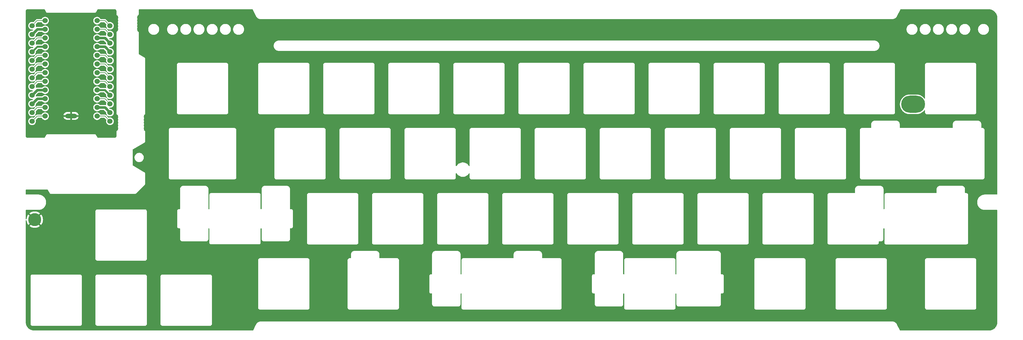
<source format=gbl>
G04 #@! TF.GenerationSoftware,KiCad,Pcbnew,8.0.3*
G04 #@! TF.CreationDate,2024-07-31T18:48:27+09:00*
G04 #@! TF.ProjectId,R46_TopPlate,5234365f-546f-4705-906c-6174652e6b69,ver1.0*
G04 #@! TF.SameCoordinates,Original*
G04 #@! TF.FileFunction,Copper,L2,Bot*
G04 #@! TF.FilePolarity,Positive*
%FSLAX46Y46*%
G04 Gerber Fmt 4.6, Leading zero omitted, Abs format (unit mm)*
G04 Created by KiCad (PCBNEW 8.0.3) date 2024-07-31 18:48:27*
%MOMM*%
%LPD*%
G01*
G04 APERTURE LIST*
G04 #@! TA.AperFunction,WasherPad*
%ADD10O,7.000000X5.000000*%
G04 #@! TD*
G04 #@! TA.AperFunction,ComponentPad*
%ADD11C,1.524000*%
G04 #@! TD*
G04 #@! TA.AperFunction,ComponentPad*
%ADD12C,3.800000*%
G04 #@! TD*
G04 #@! TA.AperFunction,ComponentPad*
%ADD13O,3.500000X1.320000*%
G04 #@! TD*
G04 #@! TA.AperFunction,Conductor*
%ADD14C,0.200000*%
G04 #@! TD*
G04 #@! TA.AperFunction,Conductor*
%ADD15C,0.800000*%
G04 #@! TD*
G04 #@! TA.AperFunction,Conductor*
%ADD16C,0.600000*%
G04 #@! TD*
G04 APERTURE END LIST*
D10*
X274635000Y-42600000D03*
D11*
X39470000Y-19620000D03*
X39472123Y-22161138D03*
X39467058Y-24706377D03*
X39465366Y-27246256D03*
X39470361Y-29786131D03*
X39466772Y-32322003D03*
X39467877Y-34866209D03*
X39468583Y-37410466D03*
X39469374Y-39947294D03*
X39469425Y-42486690D03*
X39468370Y-45024098D03*
X39468297Y-47565451D03*
X16678735Y-47569888D03*
X16678479Y-45026111D03*
X16681165Y-42486170D03*
X16677401Y-39947348D03*
X16676715Y-37407930D03*
X16680259Y-34867364D03*
X16678754Y-32324288D03*
X16678698Y-29784780D03*
X16676625Y-27244724D03*
X16677247Y-24704380D03*
X16679611Y-22164121D03*
X16662464Y-19605342D03*
D12*
X17435000Y-76350000D03*
D11*
X35690000Y-18125000D03*
X35690000Y-20665000D03*
X35690000Y-23205000D03*
X35690000Y-25745000D03*
X35690000Y-28285000D03*
X35690000Y-30825000D03*
X35690000Y-33365000D03*
X35690000Y-35905000D03*
X35690000Y-38445000D03*
X35690000Y-40985000D03*
X35690000Y-43525000D03*
X35690000Y-46065000D03*
X20470000Y-46065000D03*
X20470000Y-43525000D03*
X20470000Y-40985000D03*
X20470000Y-38445000D03*
X20470000Y-35905000D03*
X20470000Y-33365000D03*
X20470000Y-30825000D03*
X20470000Y-28285000D03*
X20470000Y-25745000D03*
X20470000Y-23205000D03*
X20470000Y-20665000D03*
X20470000Y-18125000D03*
D13*
X28078600Y-46000000D03*
D14*
X18179590Y-43525000D02*
X16678479Y-45026111D01*
X20470000Y-43525000D02*
X18179590Y-43525000D01*
X35690000Y-20665000D02*
X37975985Y-20665000D01*
X37975985Y-20665000D02*
X39472123Y-22161138D01*
X20470000Y-33365000D02*
X18182623Y-33365000D01*
X18182623Y-33365000D02*
X16680259Y-34867364D01*
D15*
X20470000Y-38445000D02*
X18179749Y-38445000D01*
X18179749Y-38445000D02*
X16677401Y-39947348D01*
X35690000Y-43525000D02*
X37969272Y-43525000D01*
X37969272Y-43525000D02*
X39468370Y-45024098D01*
D14*
X18178478Y-28285000D02*
X16678698Y-29784780D01*
X20470000Y-28285000D02*
X18178478Y-28285000D01*
D16*
X35690000Y-38445000D02*
X37967080Y-38445000D01*
X37967080Y-38445000D02*
X39469374Y-39947294D01*
D14*
X20470000Y-23205000D02*
X18176627Y-23205000D01*
X18176627Y-23205000D02*
X16677247Y-24704380D01*
X35690000Y-18125000D02*
X37975000Y-18125000D01*
X37975000Y-18125000D02*
X39470000Y-19620000D01*
X37967735Y-40985000D02*
X39469425Y-42486690D01*
X35690000Y-40985000D02*
X37967735Y-40985000D01*
X35690000Y-35905000D02*
X37963117Y-35905000D01*
X37963117Y-35905000D02*
X39468583Y-37410466D01*
X18178042Y-30825000D02*
X16678754Y-32324288D01*
X20470000Y-30825000D02*
X18178042Y-30825000D01*
X18142806Y-18125000D02*
X16662464Y-19605342D01*
X20470000Y-18125000D02*
X18142806Y-18125000D01*
X35690000Y-30825000D02*
X37969769Y-30825000D01*
X37969769Y-30825000D02*
X39466772Y-32322003D01*
X35690000Y-28285000D02*
X37969230Y-28285000D01*
X37969230Y-28285000D02*
X39470361Y-29786131D01*
X20470000Y-46065000D02*
X18183623Y-46065000D01*
X18183623Y-46065000D02*
X16678735Y-47569888D01*
D16*
X18176349Y-25745000D02*
X16676625Y-27244724D01*
X20470000Y-25745000D02*
X18176349Y-25745000D01*
D14*
X35690000Y-46065000D02*
X37967846Y-46065000D01*
X37967846Y-46065000D02*
X39468297Y-47565451D01*
D15*
X18182335Y-40985000D02*
X16681165Y-42486170D01*
X20470000Y-40985000D02*
X18182335Y-40985000D01*
D14*
X20470000Y-35905000D02*
X18179645Y-35905000D01*
X18179645Y-35905000D02*
X16676715Y-37407930D01*
X37966668Y-33365000D02*
X39467877Y-34866209D01*
X35690000Y-33365000D02*
X37966668Y-33365000D01*
D15*
X35690000Y-23205000D02*
X37965681Y-23205000D01*
X37965681Y-23205000D02*
X39467058Y-24706377D01*
X35690000Y-25745000D02*
X37964110Y-25745000D01*
X37964110Y-25745000D02*
X39465366Y-27246256D01*
X20470000Y-20665000D02*
X18178732Y-20665000D01*
X18178732Y-20665000D02*
X16679611Y-22164121D01*
G04 #@! TA.AperFunction,Conductor*
G36*
X81232171Y-14815185D02*
G01*
X81276041Y-14864046D01*
X82232648Y-16777262D01*
X82237724Y-16791148D01*
X82238135Y-16790990D01*
X82241053Y-16798561D01*
X82241057Y-16798568D01*
X82267346Y-16846826D01*
X82269341Y-16850647D01*
X82284493Y-16880950D01*
X82291106Y-16896849D01*
X82292542Y-16901115D01*
X82313857Y-16933195D01*
X82319461Y-16942488D01*
X82337887Y-16976310D01*
X82337889Y-16976312D01*
X82337891Y-16976315D01*
X82345724Y-16984546D01*
X82359147Y-17001357D01*
X82359715Y-17002211D01*
X82369221Y-17019284D01*
X82376157Y-17034442D01*
X82397339Y-17060058D01*
X82405056Y-17070451D01*
X82423456Y-17098142D01*
X82423458Y-17098144D01*
X82435954Y-17109160D01*
X82449520Y-17123163D01*
X82452719Y-17127032D01*
X82463970Y-17143066D01*
X82467689Y-17149374D01*
X82472299Y-17157192D01*
X82496222Y-17180682D01*
X82504890Y-17190124D01*
X82526254Y-17215960D01*
X82539616Y-17225461D01*
X82554613Y-17238017D01*
X82557366Y-17240720D01*
X82570281Y-17255589D01*
X82577696Y-17265639D01*
X82579890Y-17268613D01*
X82606255Y-17289645D01*
X82615805Y-17298103D01*
X82639869Y-17321732D01*
X82639871Y-17321733D01*
X82639873Y-17321735D01*
X82653953Y-17329693D01*
X82670263Y-17340706D01*
X82672703Y-17342652D01*
X82687087Y-17356135D01*
X82697891Y-17368011D01*
X82726370Y-17386298D01*
X82736693Y-17393700D01*
X82754005Y-17407511D01*
X82763164Y-17414818D01*
X82777874Y-17421238D01*
X82795295Y-17430558D01*
X82797658Y-17432076D01*
X82813342Y-17444013D01*
X82825298Y-17454716D01*
X82855525Y-17470007D01*
X82866529Y-17476302D01*
X82895035Y-17494607D01*
X82910311Y-17499484D01*
X82928577Y-17506964D01*
X82931257Y-17508320D01*
X82948049Y-17518566D01*
X82961122Y-17528045D01*
X82992668Y-17540119D01*
X83004289Y-17545266D01*
X83034434Y-17560517D01*
X83050231Y-17563826D01*
X83069145Y-17569391D01*
X83072506Y-17570678D01*
X83090200Y-17579112D01*
X83104343Y-17587284D01*
X83136784Y-17595988D01*
X83148953Y-17599938D01*
X83180317Y-17611943D01*
X83196562Y-17613634D01*
X83215828Y-17617197D01*
X83220350Y-17618410D01*
X83238750Y-17624937D01*
X83253908Y-17631701D01*
X83286804Y-17636938D01*
X83299439Y-17639632D01*
X83312260Y-17643072D01*
X83331610Y-17648264D01*
X83348209Y-17648269D01*
X83367657Y-17649811D01*
X83373725Y-17650777D01*
X83392581Y-17655317D01*
X83408632Y-17660539D01*
X83441620Y-17662279D01*
X83454574Y-17663649D01*
X83487192Y-17668843D01*
X83498895Y-17667622D01*
X83532309Y-17670265D01*
X83532447Y-17669220D01*
X83540501Y-17670280D01*
X83540503Y-17670281D01*
X83589925Y-17670281D01*
X83596460Y-17670453D01*
X83598178Y-17670543D01*
X83645814Y-17673058D01*
X83646177Y-17672981D01*
X83671913Y-17670281D01*
X268476989Y-17670281D01*
X268491685Y-17671952D01*
X268491727Y-17671516D01*
X268499815Y-17672291D01*
X268499815Y-17672290D01*
X268499820Y-17672292D01*
X268553507Y-17670398D01*
X268554669Y-17670358D01*
X268559038Y-17670281D01*
X268593001Y-17670281D01*
X268610152Y-17671473D01*
X268610763Y-17671558D01*
X268614614Y-17672096D01*
X268652798Y-17667374D01*
X268663641Y-17666515D01*
X268702085Y-17665160D01*
X268712996Y-17661819D01*
X268734042Y-17657330D01*
X268735111Y-17657197D01*
X268754601Y-17656329D01*
X268771289Y-17656901D01*
X268771289Y-17656900D01*
X268771290Y-17656901D01*
X268791130Y-17652306D01*
X268803652Y-17649405D01*
X268816410Y-17647146D01*
X268849371Y-17643072D01*
X268864845Y-17636804D01*
X268883399Y-17630938D01*
X268888365Y-17629788D01*
X268907713Y-17626895D01*
X268924089Y-17625757D01*
X268955770Y-17614862D01*
X268968119Y-17611318D01*
X269000756Y-17603762D01*
X269015226Y-17596054D01*
X269033200Y-17588236D01*
X269036866Y-17586975D01*
X269055919Y-17582075D01*
X269071854Y-17579303D01*
X269075477Y-17577623D01*
X269102464Y-17565112D01*
X269114283Y-17560354D01*
X269146187Y-17549384D01*
X269159597Y-17540346D01*
X269176741Y-17530675D01*
X269179563Y-17529367D01*
X269198066Y-17522520D01*
X269213501Y-17518170D01*
X269242604Y-17500858D01*
X269253841Y-17494932D01*
X269284566Y-17480689D01*
X269284566Y-17480688D01*
X269284570Y-17480687D01*
X269296876Y-17470406D01*
X269312974Y-17459003D01*
X269315387Y-17457568D01*
X269333095Y-17448863D01*
X269347995Y-17442961D01*
X269375212Y-17422738D01*
X269385737Y-17415725D01*
X269414882Y-17398391D01*
X269426059Y-17386918D01*
X269440939Y-17373904D01*
X269443312Y-17372141D01*
X269459992Y-17361700D01*
X269474287Y-17354260D01*
X269499202Y-17331431D01*
X269509003Y-17323335D01*
X269536139Y-17303175D01*
X269546147Y-17290541D01*
X269559556Y-17276131D01*
X269562193Y-17273715D01*
X269577670Y-17261642D01*
X269591284Y-17252660D01*
X269613597Y-17227512D01*
X269622554Y-17218411D01*
X269647342Y-17195701D01*
X269656111Y-17181936D01*
X269667930Y-17166277D01*
X269670996Y-17162822D01*
X269685046Y-17149302D01*
X269697874Y-17138771D01*
X269717283Y-17111671D01*
X269725346Y-17101571D01*
X269747449Y-17076662D01*
X269747448Y-17076662D01*
X269747452Y-17076659D01*
X269754873Y-17061826D01*
X269764944Y-17045129D01*
X269768503Y-17040159D01*
X269780994Y-17025328D01*
X269792844Y-17013307D01*
X269799629Y-17001357D01*
X269809153Y-16984584D01*
X269816176Y-16973602D01*
X269835406Y-16946755D01*
X269839536Y-16935773D01*
X269856834Y-16907093D01*
X269855954Y-16906498D01*
X269860504Y-16899766D01*
X269860510Y-16899760D01*
X269882632Y-16855514D01*
X269885661Y-16849834D01*
X269910087Y-16806818D01*
X269910179Y-16806461D01*
X269919271Y-16782234D01*
X270878368Y-14864043D01*
X270925954Y-14812887D01*
X270989276Y-14795500D01*
X296789533Y-14795500D01*
X296792666Y-14795540D01*
X296797097Y-14795652D01*
X296923353Y-14798843D01*
X296929583Y-14799158D01*
X297050445Y-14808349D01*
X297056668Y-14808981D01*
X297067240Y-14810324D01*
X297175584Y-14824092D01*
X297181688Y-14825024D01*
X297298583Y-14845899D01*
X297304657Y-14847142D01*
X297419395Y-14873623D01*
X297425330Y-14875150D01*
X297537864Y-14907106D01*
X297543672Y-14908912D01*
X297642329Y-14942294D01*
X297653846Y-14946191D01*
X297659581Y-14948291D01*
X297724875Y-14974033D01*
X297767250Y-14990740D01*
X297772793Y-14993083D01*
X297877935Y-15040616D01*
X297883347Y-15043225D01*
X297985695Y-15095641D01*
X297990947Y-15098493D01*
X298090392Y-15155670D01*
X298095502Y-15158774D01*
X298186539Y-15217135D01*
X298191901Y-15220572D01*
X298196838Y-15223906D01*
X298290053Y-15290188D01*
X298294809Y-15293745D01*
X298312296Y-15307486D01*
X298350307Y-15337355D01*
X298384635Y-15364329D01*
X298389197Y-15368093D01*
X298475529Y-15442870D01*
X298479897Y-15446840D01*
X298562529Y-15525618D01*
X298566709Y-15529797D01*
X298645497Y-15612428D01*
X298649476Y-15616806D01*
X298724243Y-15703112D01*
X298728014Y-15707681D01*
X298798565Y-15797450D01*
X298798620Y-15797519D01*
X298802166Y-15802261D01*
X298868439Y-15895448D01*
X298871776Y-15900387D01*
X298933599Y-15996815D01*
X298936705Y-16001927D01*
X298993876Y-16101347D01*
X298996746Y-16106630D01*
X299049160Y-16208956D01*
X299051784Y-16214401D01*
X299099291Y-16319473D01*
X299101659Y-16325072D01*
X299144114Y-16432738D01*
X299146215Y-16438478D01*
X299183488Y-16548623D01*
X299185314Y-16554494D01*
X299217261Y-16666984D01*
X299218801Y-16672970D01*
X299245283Y-16787695D01*
X299246528Y-16793783D01*
X299267397Y-16910627D01*
X299268340Y-16916798D01*
X299283454Y-17035739D01*
X299284086Y-17041966D01*
X299293278Y-17162826D01*
X299293595Y-17169094D01*
X299296901Y-17299778D01*
X299296941Y-17302914D01*
X299296941Y-68879533D01*
X299277256Y-68946572D01*
X299224452Y-68992327D01*
X299172941Y-69003533D01*
X295722412Y-69003533D01*
X295709346Y-69002843D01*
X295701624Y-69002024D01*
X295643654Y-69003493D01*
X295640515Y-69003533D01*
X295594625Y-69003533D01*
X295574791Y-69001936D01*
X295573439Y-69001717D01*
X295573435Y-69001717D01*
X295531461Y-69005977D01*
X295522082Y-69006571D01*
X295493052Y-69007306D01*
X295479883Y-69007640D01*
X295479882Y-69007640D01*
X295479877Y-69007641D01*
X295472531Y-69009810D01*
X295449944Y-69014250D01*
X295381654Y-69021181D01*
X295361717Y-69021593D01*
X295346247Y-69020666D01*
X295346235Y-69020666D01*
X295312524Y-69027566D01*
X295300189Y-69029450D01*
X295265954Y-69032925D01*
X295265951Y-69032926D01*
X295251464Y-69038428D01*
X295232309Y-69043986D01*
X295160574Y-69058669D01*
X295140655Y-69061089D01*
X295125476Y-69061694D01*
X295092316Y-69072012D01*
X295080348Y-69075090D01*
X295046351Y-69082049D01*
X295046343Y-69082052D01*
X295032767Y-69088841D01*
X295014155Y-69096333D01*
X294946987Y-69117233D01*
X294927270Y-69121644D01*
X294912587Y-69123691D01*
X294880285Y-69137358D01*
X294868817Y-69141557D01*
X294835319Y-69151981D01*
X294825233Y-69158354D01*
X294822785Y-69159901D01*
X294822783Y-69159902D01*
X294804874Y-69169267D01*
X294742284Y-69195750D01*
X294722963Y-69202114D01*
X294708892Y-69205498D01*
X294708886Y-69205500D01*
X294677756Y-69222416D01*
X294666876Y-69227659D01*
X294634245Y-69241466D01*
X294634242Y-69241468D01*
X294622831Y-69250362D01*
X294605813Y-69261510D01*
X294547698Y-69293090D01*
X294528966Y-69301346D01*
X294515584Y-69305966D01*
X294485973Y-69325975D01*
X294475760Y-69332182D01*
X294444349Y-69349252D01*
X294434077Y-69359006D01*
X294418122Y-69371826D01*
X294364415Y-69408118D01*
X294346484Y-69418178D01*
X294333806Y-69423965D01*
X294306062Y-69446864D01*
X294296562Y-69453969D01*
X294268640Y-69472837D01*
X294266762Y-69474107D01*
X294266759Y-69474109D01*
X294266756Y-69474113D01*
X294257634Y-69484624D01*
X294242916Y-69498982D01*
X294193517Y-69539753D01*
X294176593Y-69551502D01*
X294164636Y-69558406D01*
X294164632Y-69558408D01*
X294139114Y-69583926D01*
X294130371Y-69591873D01*
X294102533Y-69614850D01*
X294102531Y-69614853D01*
X294094525Y-69626091D01*
X294081212Y-69641826D01*
X294036103Y-69686933D01*
X294020374Y-69700241D01*
X294009131Y-69708250D01*
X294009127Y-69708254D01*
X293986152Y-69736089D01*
X293978205Y-69744833D01*
X293952685Y-69770353D01*
X293952681Y-69770358D01*
X293945778Y-69782314D01*
X293934029Y-69799239D01*
X293924036Y-69811347D01*
X293893264Y-69848629D01*
X293878908Y-69863344D01*
X293868384Y-69872477D01*
X293868378Y-69872483D01*
X293848234Y-69902291D01*
X293841131Y-69911789D01*
X293818239Y-69939525D01*
X293812453Y-69952199D01*
X293802394Y-69970127D01*
X293766096Y-70023842D01*
X293753272Y-70039801D01*
X293743527Y-70050062D01*
X293743525Y-70050064D01*
X293726458Y-70081470D01*
X293720250Y-70091686D01*
X293700237Y-70121301D01*
X293695614Y-70134690D01*
X293687358Y-70153419D01*
X293655780Y-70211527D01*
X293644634Y-70228543D01*
X293635738Y-70239956D01*
X293621931Y-70272585D01*
X293616689Y-70283462D01*
X293599770Y-70314597D01*
X293599769Y-70314601D01*
X293596386Y-70328669D01*
X293590020Y-70347998D01*
X293563531Y-70410596D01*
X293554168Y-70428498D01*
X293546251Y-70441030D01*
X293546246Y-70441039D01*
X293535825Y-70474525D01*
X293531626Y-70485993D01*
X293517959Y-70518292D01*
X293517958Y-70518298D01*
X293515909Y-70532994D01*
X293511497Y-70552711D01*
X293490602Y-70619861D01*
X293483110Y-70638475D01*
X293476317Y-70652059D01*
X293476316Y-70652063D01*
X293469354Y-70686071D01*
X293466275Y-70698041D01*
X293455961Y-70731191D01*
X293455959Y-70731197D01*
X293455354Y-70746369D01*
X293452934Y-70766289D01*
X293438249Y-70838029D01*
X293432693Y-70857177D01*
X293427190Y-70871668D01*
X293423714Y-70905905D01*
X293421830Y-70918240D01*
X293414930Y-70951950D01*
X293414930Y-70951958D01*
X293415857Y-70967429D01*
X293415445Y-70987367D01*
X293408513Y-71055660D01*
X293404073Y-71078246D01*
X293401904Y-71085591D01*
X293401903Y-71085600D01*
X293400834Y-71127786D01*
X293400240Y-71137165D01*
X293395979Y-71179147D01*
X293396221Y-71187269D01*
X293395318Y-71187295D01*
X293395470Y-71192832D01*
X293396082Y-71192817D01*
X293397555Y-71251003D01*
X293397555Y-71257279D01*
X293396082Y-71315466D01*
X293395470Y-71315450D01*
X293395318Y-71320984D01*
X293396220Y-71321011D01*
X293395978Y-71329131D01*
X293400240Y-71371116D01*
X293400834Y-71380497D01*
X293401903Y-71422685D01*
X293401903Y-71422688D01*
X293404072Y-71430033D01*
X293408513Y-71452621D01*
X293415446Y-71520915D01*
X293415858Y-71540855D01*
X293414931Y-71556325D01*
X293414931Y-71556337D01*
X293421828Y-71590029D01*
X293423713Y-71602366D01*
X293427190Y-71636610D01*
X293432692Y-71651098D01*
X293438250Y-71670250D01*
X293452936Y-71741990D01*
X293455356Y-71761907D01*
X293455962Y-71777088D01*
X293466276Y-71810229D01*
X293469358Y-71822207D01*
X293476318Y-71856210D01*
X293476319Y-71856212D01*
X293483115Y-71869802D01*
X293490607Y-71888415D01*
X293511502Y-71955558D01*
X293515914Y-71975275D01*
X293517963Y-71989971D01*
X293517964Y-71989974D01*
X293517965Y-71989976D01*
X293531634Y-72022276D01*
X293535835Y-72033747D01*
X293546254Y-72067227D01*
X293554171Y-72079758D01*
X293554180Y-72079771D01*
X293563542Y-72097671D01*
X293590028Y-72160253D01*
X293596393Y-72179575D01*
X293599782Y-72193662D01*
X293616701Y-72224791D01*
X293621947Y-72235676D01*
X293635749Y-72268290D01*
X293635753Y-72268296D01*
X293644648Y-72279707D01*
X293655798Y-72296725D01*
X293687375Y-72354821D01*
X293695632Y-72373551D01*
X293700255Y-72386935D01*
X293700258Y-72386940D01*
X293700259Y-72386943D01*
X293714615Y-72408183D01*
X293720274Y-72416556D01*
X293726485Y-72426777D01*
X293743543Y-72458161D01*
X293743546Y-72458166D01*
X293753299Y-72468434D01*
X293766125Y-72484392D01*
X293802419Y-72538089D01*
X293812483Y-72556024D01*
X293818269Y-72568696D01*
X293841162Y-72596425D01*
X293848266Y-72605921D01*
X293868414Y-72635730D01*
X293878932Y-72644856D01*
X293878935Y-72644858D01*
X293893297Y-72659576D01*
X293934060Y-72708951D01*
X293945814Y-72725878D01*
X293952723Y-72737841D01*
X293952725Y-72737843D01*
X293952727Y-72737846D01*
X293978233Y-72763344D01*
X293978248Y-72763359D01*
X293986202Y-72772109D01*
X294009167Y-72799926D01*
X294009171Y-72799930D01*
X294020421Y-72807942D01*
X294036151Y-72821246D01*
X294081251Y-72866332D01*
X294081253Y-72866334D01*
X294094569Y-72882069D01*
X294102581Y-72893314D01*
X294130412Y-72916278D01*
X294139159Y-72924226D01*
X294164684Y-72949743D01*
X294164686Y-72949744D01*
X294164688Y-72949746D01*
X294176649Y-72956649D01*
X294193583Y-72968401D01*
X294242967Y-73009150D01*
X294257686Y-73023505D01*
X294266816Y-73034022D01*
X294287558Y-73048033D01*
X294296616Y-73054153D01*
X294306121Y-73061259D01*
X294333871Y-73084156D01*
X294346528Y-73089931D01*
X294346539Y-73089936D01*
X294364473Y-73099992D01*
X294418187Y-73136277D01*
X294434135Y-73149089D01*
X294444408Y-73158842D01*
X294475819Y-73175905D01*
X294486035Y-73182111D01*
X294515652Y-73202118D01*
X294529035Y-73206736D01*
X294547768Y-73214990D01*
X294605864Y-73246549D01*
X294622890Y-73257699D01*
X294634301Y-73266591D01*
X294634303Y-73266592D01*
X294655098Y-73275387D01*
X294666933Y-73280393D01*
X294666936Y-73280394D01*
X294677817Y-73285635D01*
X294708956Y-73302551D01*
X294723027Y-73305931D01*
X294742349Y-73312292D01*
X294804928Y-73338761D01*
X294822836Y-73348125D01*
X294835370Y-73356042D01*
X294868883Y-73366465D01*
X294880340Y-73370659D01*
X294912652Y-73384327D01*
X294927333Y-73386371D01*
X294947050Y-73390779D01*
X294947059Y-73390782D01*
X295014186Y-73411662D01*
X295032808Y-73419156D01*
X295046380Y-73425942D01*
X295046383Y-73425942D01*
X295046384Y-73425943D01*
X295080421Y-73432907D01*
X295092365Y-73435979D01*
X295125531Y-73446295D01*
X295140697Y-73446897D01*
X295160613Y-73449314D01*
X295232345Y-73463991D01*
X295251501Y-73469550D01*
X295251504Y-73469551D01*
X295265978Y-73475047D01*
X295300235Y-73478522D01*
X295312550Y-73480402D01*
X295346281Y-73487304D01*
X295361738Y-73486375D01*
X295381679Y-73486784D01*
X295449953Y-73493711D01*
X295472550Y-73498154D01*
X295479883Y-73500320D01*
X295522088Y-73501388D01*
X295531455Y-73501981D01*
X295573455Y-73506243D01*
X295573455Y-73506242D01*
X295573458Y-73506243D01*
X295574453Y-73506081D01*
X295574811Y-73506024D01*
X295594648Y-73504427D01*
X295640515Y-73504427D01*
X295643654Y-73504467D01*
X295701624Y-73505935D01*
X295701624Y-73505934D01*
X295701628Y-73505935D01*
X295701631Y-73505934D01*
X295709346Y-73505117D01*
X295722412Y-73504427D01*
X299172941Y-73504427D01*
X299239980Y-73524112D01*
X299285735Y-73576916D01*
X299296941Y-73628427D01*
X299296941Y-106286968D01*
X299296901Y-106290104D01*
X299293595Y-106420788D01*
X299293278Y-106427056D01*
X299284086Y-106547916D01*
X299283454Y-106554143D01*
X299268340Y-106673084D01*
X299267397Y-106679255D01*
X299246528Y-106796099D01*
X299245283Y-106802187D01*
X299218801Y-106916912D01*
X299217261Y-106922898D01*
X299185314Y-107035390D01*
X299183488Y-107041262D01*
X299146217Y-107151400D01*
X299144116Y-107157139D01*
X299101655Y-107264820D01*
X299099286Y-107270420D01*
X299051786Y-107375475D01*
X299049163Y-107380919D01*
X298996744Y-107483256D01*
X298993874Y-107488539D01*
X298936701Y-107587962D01*
X298933595Y-107593075D01*
X298871783Y-107689485D01*
X298868446Y-107694424D01*
X298802168Y-107787618D01*
X298798610Y-107792375D01*
X298728006Y-107882210D01*
X298724236Y-107886778D01*
X298649482Y-107973070D01*
X298645503Y-107977448D01*
X298566709Y-108060086D01*
X298562528Y-108064266D01*
X298479897Y-108143043D01*
X298475517Y-108147024D01*
X298389222Y-108221768D01*
X298384654Y-108225537D01*
X298294793Y-108296150D01*
X298290058Y-108299691D01*
X298196836Y-108365978D01*
X298191911Y-108369305D01*
X298095505Y-108431105D01*
X298090393Y-108434211D01*
X297990970Y-108491376D01*
X297985686Y-108494246D01*
X297883336Y-108546664D01*
X297877893Y-108549286D01*
X297772836Y-108596781D01*
X297767235Y-108599149D01*
X297659581Y-108641592D01*
X297653846Y-108643692D01*
X297546483Y-108680020D01*
X297543740Y-108680949D01*
X297543710Y-108680959D01*
X297537838Y-108682785D01*
X297425361Y-108714725D01*
X297419373Y-108716265D01*
X297304655Y-108742741D01*
X297298570Y-108743986D01*
X297181726Y-108764853D01*
X297175557Y-108765795D01*
X297056667Y-108780902D01*
X297050439Y-108781534D01*
X296929594Y-108790724D01*
X296923327Y-108791041D01*
X296796281Y-108794254D01*
X296792682Y-108794346D01*
X296789548Y-108794386D01*
X270870744Y-108794386D01*
X270803705Y-108774701D01*
X270759835Y-108725840D01*
X269921753Y-107049676D01*
X269916676Y-107035785D01*
X269916266Y-107035944D01*
X269913344Y-107028366D01*
X269913343Y-107028365D01*
X269913343Y-107028363D01*
X269887064Y-106980131D01*
X269885075Y-106976323D01*
X269869871Y-106945915D01*
X269863267Y-106930037D01*
X269861832Y-106925775D01*
X269857957Y-106919945D01*
X269840522Y-106893712D01*
X269834914Y-106884413D01*
X269832658Y-106880273D01*
X269816504Y-106850623D01*
X269808640Y-106842360D01*
X269795188Y-106825503D01*
X269794588Y-106824600D01*
X269785121Y-106807591D01*
X269778180Y-106792429D01*
X269778179Y-106792428D01*
X269778179Y-106792427D01*
X269757001Y-106766826D01*
X269749275Y-106756424D01*
X269730886Y-106728755D01*
X269730882Y-106728751D01*
X269718364Y-106717718D01*
X269704809Y-106703732D01*
X269701586Y-106699836D01*
X269690324Y-106683791D01*
X269682001Y-106669680D01*
X269658082Y-106646202D01*
X269649398Y-106636747D01*
X269628036Y-106610923D01*
X269628035Y-106610922D01*
X269628034Y-106610921D01*
X269614663Y-106601417D01*
X269599649Y-106588848D01*
X269597395Y-106586636D01*
X269596887Y-106586137D01*
X269583978Y-106571276D01*
X269574383Y-106558275D01*
X269574380Y-106558272D01*
X269548006Y-106537239D01*
X269538460Y-106528788D01*
X269514379Y-106505152D01*
X269514378Y-106505151D01*
X269500298Y-106497195D01*
X269483989Y-106486188D01*
X269481556Y-106484247D01*
X269467159Y-106470756D01*
X269462188Y-106465293D01*
X269456368Y-106458896D01*
X269456366Y-106458895D01*
X269456364Y-106458893D01*
X269427858Y-106440592D01*
X269417540Y-106433196D01*
X269391066Y-106412083D01*
X269391064Y-106412082D01*
X269391062Y-106412080D01*
X269376366Y-106405668D01*
X269358971Y-106396366D01*
X269356611Y-106394851D01*
X269340897Y-106382895D01*
X269328966Y-106372215D01*
X269328963Y-106372213D01*
X269306293Y-106360745D01*
X269298730Y-106356919D01*
X269287714Y-106350619D01*
X269259191Y-106332308D01*
X269243932Y-106327438D01*
X269225643Y-106319948D01*
X269223009Y-106318615D01*
X269206209Y-106308363D01*
X269193161Y-106298902D01*
X269193158Y-106298900D01*
X269161593Y-106286816D01*
X269149956Y-106281661D01*
X269119816Y-106266415D01*
X269119815Y-106266414D01*
X269119812Y-106266413D01*
X269119810Y-106266412D01*
X269119809Y-106266412D01*
X269110720Y-106264508D01*
X269104032Y-106263106D01*
X269085125Y-106257544D01*
X269081790Y-106256267D01*
X269064084Y-106247826D01*
X269049963Y-106239665D01*
X269049956Y-106239662D01*
X269017515Y-106230954D01*
X269005333Y-106226999D01*
X268973973Y-106214994D01*
X268973965Y-106214992D01*
X268957738Y-106213302D01*
X268938426Y-106209726D01*
X268933954Y-106208525D01*
X268915582Y-106202005D01*
X268913718Y-106201173D01*
X268900431Y-106195243D01*
X268900428Y-106195242D01*
X268900425Y-106195241D01*
X268900428Y-106195241D01*
X268867535Y-106190001D01*
X268854904Y-106187308D01*
X268822723Y-106178671D01*
X268806123Y-106178663D01*
X268786685Y-106177120D01*
X268780662Y-106176161D01*
X268761799Y-106171620D01*
X268751495Y-106168268D01*
X268745727Y-106166391D01*
X268745722Y-106166390D01*
X268712768Y-106164650D01*
X268699805Y-106163279D01*
X268667199Y-106158085D01*
X268655500Y-106159304D01*
X268622123Y-106156663D01*
X268621986Y-106157709D01*
X268613928Y-106156648D01*
X268613927Y-106156648D01*
X268613925Y-106156648D01*
X268564512Y-106156648D01*
X268557972Y-106156475D01*
X268553207Y-106156223D01*
X268508639Y-106153869D01*
X268508636Y-106153869D01*
X268508633Y-106153869D01*
X268508629Y-106153869D01*
X268508625Y-106153870D01*
X268508254Y-106153949D01*
X268482525Y-106156648D01*
X83677454Y-106156648D01*
X83662765Y-106154976D01*
X83662723Y-106155416D01*
X83654634Y-106154639D01*
X83654632Y-106154639D01*
X83654629Y-106154639D01*
X83599770Y-106156571D01*
X83595406Y-106156648D01*
X83561399Y-106156648D01*
X83544242Y-106155455D01*
X83539783Y-106154832D01*
X83539776Y-106154832D01*
X83501593Y-106159550D01*
X83490754Y-106160409D01*
X83452307Y-106161763D01*
X83441395Y-106165103D01*
X83420240Y-106169604D01*
X83419101Y-106169744D01*
X83399725Y-106170597D01*
X83383053Y-106170025D01*
X83383041Y-106170026D01*
X83350685Y-106177517D01*
X83337931Y-106179775D01*
X83304962Y-106183850D01*
X83304960Y-106183850D01*
X83289486Y-106190116D01*
X83270909Y-106195987D01*
X83265927Y-106197140D01*
X83246572Y-106200034D01*
X83230196Y-106201172D01*
X83230194Y-106201173D01*
X83230191Y-106201173D01*
X83230190Y-106201174D01*
X83221518Y-106204155D01*
X83198508Y-106212066D01*
X83186170Y-106215604D01*
X83153546Y-106223158D01*
X83153540Y-106223160D01*
X83139048Y-106230877D01*
X83121092Y-106238686D01*
X83117381Y-106239962D01*
X83098333Y-106244862D01*
X83082375Y-106247640D01*
X83051795Y-106261819D01*
X83039962Y-106266582D01*
X83008082Y-106277545D01*
X83008076Y-106277548D01*
X82994643Y-106286600D01*
X82977513Y-106296262D01*
X82974664Y-106297583D01*
X82956168Y-106304431D01*
X82940706Y-106308792D01*
X82940704Y-106308793D01*
X82911616Y-106326098D01*
X82900387Y-106332022D01*
X82869680Y-106346262D01*
X82869670Y-106346268D01*
X82857348Y-106356562D01*
X82841238Y-106367972D01*
X82838805Y-106369419D01*
X82821121Y-106378114D01*
X82806212Y-106384024D01*
X82806207Y-106384027D01*
X82779029Y-106404228D01*
X82768464Y-106411270D01*
X82739359Y-106428586D01*
X82739349Y-106428594D01*
X82728160Y-106440080D01*
X82713312Y-106453072D01*
X82710936Y-106454838D01*
X82694248Y-106465293D01*
X82679948Y-106472741D01*
X82679940Y-106472746D01*
X82655042Y-106495568D01*
X82645231Y-106503675D01*
X82618111Y-106523833D01*
X82618104Y-106523840D01*
X82608094Y-106536479D01*
X82594671Y-106550905D01*
X82592049Y-106553308D01*
X82576590Y-106565373D01*
X82562975Y-106574361D01*
X82540682Y-106599497D01*
X82531701Y-106608626D01*
X82506937Y-106631324D01*
X82506935Y-106631327D01*
X82498169Y-106645091D01*
X82486351Y-106660755D01*
X82483307Y-106664187D01*
X82469247Y-106677725D01*
X82456443Y-106688242D01*
X82437031Y-106715353D01*
X82428985Y-106725437D01*
X82406861Y-106750383D01*
X82406860Y-106750384D01*
X82399447Y-106765207D01*
X82389362Y-106781932D01*
X82385856Y-106786828D01*
X82373361Y-106801670D01*
X82361531Y-106813674D01*
X82361529Y-106813676D01*
X82345207Y-106842427D01*
X82338197Y-106853391D01*
X82318951Y-106880272D01*
X82318950Y-106880273D01*
X82314837Y-106891213D01*
X82297569Y-106919863D01*
X82298450Y-106920459D01*
X82293897Y-106927192D01*
X82271782Y-106971420D01*
X82268711Y-106977177D01*
X82244306Y-107020167D01*
X82244305Y-107020170D01*
X82244212Y-107020529D01*
X82235120Y-107044744D01*
X81394573Y-108725840D01*
X81346986Y-108776999D01*
X81283664Y-108794386D01*
X17305092Y-108794386D01*
X17301956Y-108794346D01*
X17171270Y-108791040D01*
X17165006Y-108790723D01*
X17044127Y-108781533D01*
X17037899Y-108780901D01*
X16918976Y-108765792D01*
X16912807Y-108764850D01*
X16795949Y-108743984D01*
X16789863Y-108742739D01*
X16675158Y-108716268D01*
X16669176Y-108714730D01*
X16604491Y-108696364D01*
X16556629Y-108682774D01*
X16550769Y-108680952D01*
X16440619Y-108643684D01*
X16434940Y-108641606D01*
X16327195Y-108599127D01*
X16321635Y-108596776D01*
X16265846Y-108571556D01*
X16216551Y-108549271D01*
X16211137Y-108546663D01*
X16108765Y-108494235D01*
X16103500Y-108491375D01*
X16066640Y-108470182D01*
X16004077Y-108434211D01*
X15998973Y-108431110D01*
X15902548Y-108369296D01*
X15897609Y-108365960D01*
X15804441Y-108299709D01*
X15799685Y-108296153D01*
X15709843Y-108225554D01*
X15705289Y-108221796D01*
X15618938Y-108146997D01*
X15614610Y-108143064D01*
X15561766Y-108092681D01*
X15531967Y-108064270D01*
X15527787Y-108060090D01*
X15449037Y-107977492D01*
X15445058Y-107973113D01*
X15370275Y-107886780D01*
X15366524Y-107882236D01*
X15295904Y-107792368D01*
X15292384Y-107787661D01*
X15226100Y-107694446D01*
X15222765Y-107689509D01*
X15222750Y-107689485D01*
X15160950Y-107593083D01*
X15157876Y-107588022D01*
X15100678Y-107488539D01*
X15097818Y-107483272D01*
X15080122Y-107448719D01*
X15045415Y-107380947D01*
X15042794Y-107375507D01*
X14995300Y-107270444D01*
X14992933Y-107264847D01*
X14950469Y-107157139D01*
X14948388Y-107151456D01*
X14911115Y-107041286D01*
X14909293Y-107035425D01*
X14907288Y-107028363D01*
X14877343Y-106922902D01*
X14875808Y-106916931D01*
X14875804Y-106916912D01*
X14849320Y-106802145D01*
X14848091Y-106796135D01*
X14827219Y-106679249D01*
X14826280Y-106673095D01*
X14826079Y-106671512D01*
X14811168Y-106554143D01*
X14810542Y-106547975D01*
X14808706Y-106523833D01*
X16197403Y-106523833D01*
X16197403Y-106828815D01*
X16197403Y-106828816D01*
X16197403Y-106960600D01*
X16221991Y-107052365D01*
X16231512Y-107087896D01*
X16231512Y-107087897D01*
X16297403Y-107202023D01*
X16390584Y-107295206D01*
X16390586Y-107295207D01*
X16390588Y-107295209D01*
X16504716Y-107361101D01*
X16632010Y-107395209D01*
X30607331Y-107395229D01*
X30607335Y-107395231D01*
X30631996Y-107395231D01*
X30763778Y-107395231D01*
X30763780Y-107395231D01*
X30891074Y-107361123D01*
X31005202Y-107295231D01*
X31098389Y-107202046D01*
X31164281Y-107087918D01*
X31198389Y-106960624D01*
X31198389Y-106828840D01*
X31198389Y-106495568D01*
X35246650Y-106495568D01*
X35246650Y-106828815D01*
X35246650Y-106828816D01*
X35246650Y-106960600D01*
X35271238Y-107052365D01*
X35280759Y-107087896D01*
X35280759Y-107087897D01*
X35346650Y-107202023D01*
X35439831Y-107295206D01*
X35439833Y-107295207D01*
X35439835Y-107295209D01*
X35553963Y-107361101D01*
X35681257Y-107395209D01*
X49656577Y-107395229D01*
X49656581Y-107395231D01*
X49681242Y-107395231D01*
X49813024Y-107395231D01*
X49813026Y-107395231D01*
X49940320Y-107361123D01*
X50054448Y-107295231D01*
X50147635Y-107202046D01*
X50213527Y-107087918D01*
X50247635Y-106960624D01*
X50247635Y-106828840D01*
X50247635Y-106523833D01*
X54296391Y-106523833D01*
X54296391Y-106828815D01*
X54296391Y-106828816D01*
X54296391Y-106960600D01*
X54320979Y-107052365D01*
X54330500Y-107087896D01*
X54330500Y-107087897D01*
X54396391Y-107202023D01*
X54489572Y-107295206D01*
X54489574Y-107295207D01*
X54489576Y-107295209D01*
X54603704Y-107361101D01*
X54730998Y-107395209D01*
X68706319Y-107395229D01*
X68706323Y-107395231D01*
X68730984Y-107395231D01*
X68862766Y-107395231D01*
X68862768Y-107395231D01*
X68990062Y-107361123D01*
X69104190Y-107295231D01*
X69197377Y-107202046D01*
X69263269Y-107087918D01*
X69297377Y-106960624D01*
X69297377Y-106828840D01*
X69297398Y-92828833D01*
X69297398Y-92828831D01*
X69263290Y-92701538D01*
X69197398Y-92587410D01*
X69131166Y-92521178D01*
X69104213Y-92494224D01*
X69020010Y-92445609D01*
X68990086Y-92428332D01*
X68926438Y-92411278D01*
X68862791Y-92394224D01*
X68862790Y-92394224D01*
X54731021Y-92394224D01*
X54603725Y-92428332D01*
X54489599Y-92494224D01*
X54462644Y-92521179D01*
X54396414Y-92587407D01*
X54330521Y-92701535D01*
X54296413Y-92828831D01*
X54296412Y-92828833D01*
X54296391Y-106523833D01*
X50247635Y-106523833D01*
X50247657Y-92828833D01*
X50247657Y-92828831D01*
X50213549Y-92701538D01*
X50147657Y-92587410D01*
X50081425Y-92521178D01*
X50054472Y-92494224D01*
X49970269Y-92445609D01*
X49940345Y-92428332D01*
X49876697Y-92411278D01*
X49813050Y-92394224D01*
X49813049Y-92394224D01*
X35681279Y-92394224D01*
X35553983Y-92428332D01*
X35439857Y-92494224D01*
X35412902Y-92521179D01*
X35346672Y-92587407D01*
X35280779Y-92701535D01*
X35246671Y-92828831D01*
X35246670Y-92828833D01*
X35246650Y-106495568D01*
X31198389Y-106495568D01*
X31198410Y-92828833D01*
X31198410Y-92828831D01*
X31164302Y-92701538D01*
X31098410Y-92587410D01*
X31032178Y-92521178D01*
X31005225Y-92494224D01*
X30921022Y-92445609D01*
X30891098Y-92428332D01*
X30827450Y-92411278D01*
X30763803Y-92394224D01*
X30763802Y-92394224D01*
X16632033Y-92394224D01*
X16504737Y-92428332D01*
X16390611Y-92494224D01*
X16363656Y-92521179D01*
X16297426Y-92587407D01*
X16231533Y-92701535D01*
X16197425Y-92828831D01*
X16197424Y-92828833D01*
X16197403Y-106523833D01*
X14808706Y-106523833D01*
X14801346Y-106427022D01*
X14801032Y-106420788D01*
X14797729Y-106290104D01*
X14797689Y-106286978D01*
X14797689Y-87778858D01*
X35246650Y-87778858D01*
X35246650Y-87778859D01*
X35246650Y-87910643D01*
X35273862Y-88012202D01*
X35280759Y-88037939D01*
X35280759Y-88037940D01*
X35346650Y-88152066D01*
X35439831Y-88245249D01*
X35439833Y-88245250D01*
X35439835Y-88245252D01*
X35553963Y-88311144D01*
X35681257Y-88345252D01*
X49656577Y-88345272D01*
X49656581Y-88345274D01*
X49681242Y-88345274D01*
X49813024Y-88345274D01*
X49813026Y-88345274D01*
X49940320Y-88311166D01*
X50054448Y-88245274D01*
X50147635Y-88152089D01*
X50196848Y-88066849D01*
X82872403Y-88066849D01*
X82872403Y-102198618D01*
X82874807Y-102207589D01*
X82906511Y-102325913D01*
X82911731Y-102334954D01*
X82972403Y-102440040D01*
X83018995Y-102486632D01*
X83065588Y-102533226D01*
X83168520Y-102592654D01*
X83179712Y-102599116D01*
X83179716Y-102599118D01*
X83307010Y-102633226D01*
X97282331Y-102633245D01*
X97282335Y-102633247D01*
X97306996Y-102633247D01*
X97438778Y-102633247D01*
X97438780Y-102633247D01*
X97566074Y-102599139D01*
X97680202Y-102533247D01*
X97773389Y-102440062D01*
X97839281Y-102325934D01*
X97873389Y-102198640D01*
X97873389Y-102066856D01*
X97873410Y-88066850D01*
X97873410Y-88066848D01*
X109065400Y-88066848D01*
X109065420Y-102198616D01*
X109065420Y-102198617D01*
X109065421Y-102198619D01*
X109082475Y-102262266D01*
X109099529Y-102325914D01*
X109144535Y-102403866D01*
X109165420Y-102440040D01*
X109165423Y-102440044D01*
X109258606Y-102533225D01*
X109372732Y-102599116D01*
X109372733Y-102599116D01*
X109372736Y-102599118D01*
X109500030Y-102633226D01*
X109500032Y-102633226D01*
X109683170Y-102633226D01*
X109683173Y-102633224D01*
X123631800Y-102633204D01*
X123759094Y-102599096D01*
X123873222Y-102533204D01*
X123919814Y-102486610D01*
X123966407Y-102440018D01*
X124032299Y-102325890D01*
X124066407Y-102198596D01*
X124066407Y-92780213D01*
X132960604Y-92780213D01*
X132960604Y-92911999D01*
X132960624Y-97502995D01*
X132960625Y-97503000D01*
X132978902Y-97571213D01*
X132978903Y-97571213D01*
X132978903Y-97571214D01*
X132994732Y-97630288D01*
X132994734Y-97630292D01*
X133039356Y-97707579D01*
X133054943Y-97734578D01*
X133060626Y-97744420D01*
X133107219Y-97791012D01*
X133153811Y-97837604D01*
X133264495Y-97901507D01*
X133267046Y-97903092D01*
X133267938Y-97903495D01*
X133267941Y-97903497D01*
X133327016Y-97919325D01*
X133327018Y-97919326D01*
X133341433Y-97923188D01*
X133395233Y-97937604D01*
X133395235Y-97937604D01*
X133527019Y-97937604D01*
X133671975Y-97937604D01*
X133739014Y-97957289D01*
X133784769Y-98010093D01*
X133795975Y-98061604D01*
X133795975Y-101005439D01*
X133795732Y-101013196D01*
X133792832Y-101059448D01*
X133792833Y-101059451D01*
X133792833Y-101059454D01*
X133793517Y-101062844D01*
X133793523Y-101062871D01*
X133795975Y-101087409D01*
X133795975Y-101090894D01*
X133807966Y-101135646D01*
X133809739Y-101143198D01*
X133817496Y-101181620D01*
X133819648Y-101197535D01*
X133821411Y-101222837D01*
X133829402Y-101246060D01*
X133833695Y-101261861D01*
X133838557Y-101285940D01*
X133849843Y-101308664D01*
X133856038Y-101323474D01*
X133864287Y-101347448D01*
X133864292Y-101347457D01*
X133878012Y-101367808D01*
X133886248Y-101381958D01*
X133897180Y-101403966D01*
X133897182Y-101403969D01*
X133913963Y-101422994D01*
X133923786Y-101435704D01*
X133930353Y-101445445D01*
X133938976Y-101460380D01*
X133948781Y-101480474D01*
X133948786Y-101480482D01*
X133966874Y-101501282D01*
X133976119Y-101513331D01*
X133991529Y-101536188D01*
X133991531Y-101536190D01*
X134008396Y-101550858D01*
X134020590Y-101563052D01*
X134035228Y-101579884D01*
X134035259Y-101579920D01*
X134058114Y-101595331D01*
X134070161Y-101604575D01*
X134090971Y-101622673D01*
X134110587Y-101632246D01*
X134111057Y-101632475D01*
X134125990Y-101641096D01*
X134135765Y-101647687D01*
X134148455Y-101657496D01*
X134153449Y-101661900D01*
X134167494Y-101674289D01*
X134189482Y-101685211D01*
X134203640Y-101693452D01*
X134223993Y-101707175D01*
X134247994Y-101715434D01*
X134262789Y-101721623D01*
X134285520Y-101732915D01*
X134285523Y-101732915D01*
X134285524Y-101732916D01*
X134309579Y-101737773D01*
X134325389Y-101742069D01*
X134337621Y-101746278D01*
X134348604Y-101750058D01*
X134348603Y-101750058D01*
X134373918Y-101751824D01*
X134389832Y-101753976D01*
X134428279Y-101761739D01*
X134435792Y-101763501D01*
X134480591Y-101775505D01*
X134480592Y-101775504D01*
X134480593Y-101775505D01*
X134484055Y-101775505D01*
X134508607Y-101777957D01*
X134512015Y-101778646D01*
X134558306Y-101775744D01*
X134565996Y-101775503D01*
X141351887Y-101775483D01*
X141359637Y-101775724D01*
X141405909Y-101778623D01*
X141409307Y-101777936D01*
X141433851Y-101775483D01*
X141437323Y-101775483D01*
X141437324Y-101775483D01*
X141482105Y-101763482D01*
X141489639Y-101761715D01*
X141528084Y-101753951D01*
X141543986Y-101751799D01*
X141569311Y-101750033D01*
X141592534Y-101742039D01*
X141608320Y-101737748D01*
X141632391Y-101732889D01*
X141655117Y-101721598D01*
X141669928Y-101715402D01*
X141693921Y-101707145D01*
X141714275Y-101693418D01*
X141728420Y-101685185D01*
X141750415Y-101674260D01*
X141769445Y-101657471D01*
X141782143Y-101647655D01*
X141791913Y-101641067D01*
X141806842Y-101632447D01*
X141826929Y-101622645D01*
X141847738Y-101604545D01*
X141859772Y-101595309D01*
X141882646Y-101579887D01*
X141897306Y-101563025D01*
X141909502Y-101550827D01*
X141926366Y-101536162D01*
X141941781Y-101513293D01*
X141951020Y-101501252D01*
X141969118Y-101480440D01*
X141978920Y-101460348D01*
X141987533Y-101445427D01*
X141994116Y-101435662D01*
X142003926Y-101422971D01*
X142020705Y-101403950D01*
X142030093Y-101385047D01*
X142031634Y-101381946D01*
X142039875Y-101367786D01*
X142048207Y-101355427D01*
X142053605Y-101347421D01*
X142061852Y-101323448D01*
X142068045Y-101308641D01*
X142079330Y-101285924D01*
X142084192Y-101261837D01*
X142088482Y-101246044D01*
X142096479Y-101222806D01*
X142098241Y-101197506D01*
X142100391Y-101181602D01*
X142108151Y-101143164D01*
X142109911Y-101135665D01*
X142121915Y-101090869D01*
X142121915Y-101087388D01*
X142124367Y-101062849D01*
X142125056Y-101059439D01*
X142124281Y-101047078D01*
X142122158Y-101013192D01*
X142121915Y-101005436D01*
X142121915Y-98064123D01*
X142141600Y-97997084D01*
X142194404Y-97951329D01*
X142245915Y-97940123D01*
X142285316Y-97940123D01*
X142352355Y-97959808D01*
X142398110Y-98012612D01*
X142409316Y-98064123D01*
X142409316Y-102067667D01*
X142409292Y-102068035D01*
X142409316Y-102141779D01*
X142409316Y-102207550D01*
X142409327Y-102207633D01*
X142426332Y-102271017D01*
X142426342Y-102271054D01*
X142443426Y-102334814D01*
X142443479Y-102334941D01*
X142443485Y-102334952D01*
X142443486Y-102334954D01*
X142476380Y-102391888D01*
X142476390Y-102391924D01*
X142476398Y-102391920D01*
X142509317Y-102448936D01*
X142509409Y-102449056D01*
X142509413Y-102449060D01*
X142509414Y-102449061D01*
X142556022Y-102495639D01*
X142556050Y-102495667D01*
X142602501Y-102542118D01*
X142602619Y-102542208D01*
X142602627Y-102542214D01*
X142602630Y-102542217D01*
X142602632Y-102542218D01*
X142659792Y-102575196D01*
X142659788Y-102575201D01*
X142659822Y-102575213D01*
X142716630Y-102608011D01*
X142716631Y-102608011D01*
X142716638Y-102608015D01*
X142716771Y-102608070D01*
X142716776Y-102608071D01*
X142716779Y-102608073D01*
X142780689Y-102625174D01*
X142780724Y-102625196D01*
X142780727Y-102625185D01*
X142843924Y-102642119D01*
X142843931Y-102642119D01*
X142844080Y-102642139D01*
X142844084Y-102642140D01*
X142844086Y-102642139D01*
X142844087Y-102642140D01*
X142909931Y-102642119D01*
X142984025Y-102642119D01*
X142984378Y-102642094D01*
X171198905Y-102633097D01*
X171264594Y-102633097D01*
X171264596Y-102633097D01*
X171264745Y-102633077D01*
X171264749Y-102633076D01*
X171264752Y-102633076D01*
X171326507Y-102616507D01*
X171326546Y-102616508D01*
X171326544Y-102616497D01*
X171326545Y-102616497D01*
X171391888Y-102598989D01*
X171391891Y-102598986D01*
X171391928Y-102598977D01*
X171391991Y-102598951D01*
X171392030Y-102598928D01*
X171392035Y-102598927D01*
X171446263Y-102567595D01*
X171446265Y-102567594D01*
X171446265Y-102567595D01*
X171446281Y-102567584D01*
X171506016Y-102533097D01*
X171506020Y-102533092D01*
X171506135Y-102533005D01*
X171506139Y-102533000D01*
X171506142Y-102532999D01*
X171543479Y-102495638D01*
X171551908Y-102487204D01*
X171551913Y-102487209D01*
X171551934Y-102487176D01*
X171599201Y-102439910D01*
X171599202Y-102439907D01*
X171599210Y-102439900D01*
X171599291Y-102439795D01*
X171599296Y-102439785D01*
X171599299Y-102439783D01*
X171617822Y-102407675D01*
X171632381Y-102382441D01*
X171632382Y-102382441D01*
X171632393Y-102382417D01*
X171665093Y-102325782D01*
X171665095Y-102325770D01*
X171665105Y-102325750D01*
X171665149Y-102325641D01*
X171665154Y-102325634D01*
X171682085Y-102262366D01*
X171699201Y-102198488D01*
X171699200Y-102198485D01*
X171699209Y-102198456D01*
X171699221Y-102198362D01*
X171699220Y-102198332D01*
X171699222Y-102198329D01*
X171699200Y-102132127D01*
X171699187Y-92780213D01*
X180591353Y-92780213D01*
X180591353Y-92911999D01*
X180591373Y-97502995D01*
X180591374Y-97503000D01*
X180609651Y-97571213D01*
X180609652Y-97571213D01*
X180609652Y-97571214D01*
X180625481Y-97630288D01*
X180625483Y-97630292D01*
X180670105Y-97707579D01*
X180685692Y-97734578D01*
X180691375Y-97744420D01*
X180737968Y-97791012D01*
X180784560Y-97837604D01*
X180895244Y-97901507D01*
X180897795Y-97903092D01*
X180898687Y-97903495D01*
X180898690Y-97903497D01*
X180957765Y-97919325D01*
X180957767Y-97919326D01*
X180972182Y-97923188D01*
X181025982Y-97937604D01*
X181025984Y-97937604D01*
X181157768Y-97937604D01*
X181302724Y-97937604D01*
X181369763Y-97957289D01*
X181415518Y-98010093D01*
X181426724Y-98061604D01*
X181426724Y-101005439D01*
X181426481Y-101013196D01*
X181423581Y-101059448D01*
X181423582Y-101059451D01*
X181423582Y-101059454D01*
X181424266Y-101062844D01*
X181424272Y-101062871D01*
X181426724Y-101087409D01*
X181426724Y-101090894D01*
X181438715Y-101135646D01*
X181440488Y-101143198D01*
X181448245Y-101181620D01*
X181450397Y-101197535D01*
X181452160Y-101222837D01*
X181460151Y-101246060D01*
X181464444Y-101261861D01*
X181469306Y-101285940D01*
X181480592Y-101308664D01*
X181486787Y-101323474D01*
X181495036Y-101347448D01*
X181495041Y-101347457D01*
X181508761Y-101367808D01*
X181516997Y-101381958D01*
X181527929Y-101403966D01*
X181527931Y-101403969D01*
X181544712Y-101422994D01*
X181554535Y-101435704D01*
X181561102Y-101445445D01*
X181569725Y-101460380D01*
X181579530Y-101480474D01*
X181579535Y-101480482D01*
X181597623Y-101501282D01*
X181606868Y-101513331D01*
X181622278Y-101536188D01*
X181622280Y-101536190D01*
X181639145Y-101550858D01*
X181651339Y-101563052D01*
X181665977Y-101579884D01*
X181666008Y-101579920D01*
X181688863Y-101595331D01*
X181700910Y-101604575D01*
X181721720Y-101622673D01*
X181741336Y-101632246D01*
X181741806Y-101632475D01*
X181756739Y-101641096D01*
X181766514Y-101647687D01*
X181779204Y-101657496D01*
X181784198Y-101661900D01*
X181798243Y-101674289D01*
X181820231Y-101685211D01*
X181834389Y-101693452D01*
X181854742Y-101707175D01*
X181878743Y-101715434D01*
X181893538Y-101721623D01*
X181916269Y-101732915D01*
X181916272Y-101732915D01*
X181916273Y-101732916D01*
X181940328Y-101737773D01*
X181956138Y-101742069D01*
X181968370Y-101746278D01*
X181979353Y-101750058D01*
X181979352Y-101750058D01*
X182004667Y-101751824D01*
X182020581Y-101753976D01*
X182059028Y-101761739D01*
X182066541Y-101763501D01*
X182111340Y-101775505D01*
X182111341Y-101775504D01*
X182111342Y-101775505D01*
X182114804Y-101775505D01*
X182139356Y-101777957D01*
X182142764Y-101778646D01*
X182189055Y-101775744D01*
X182196745Y-101775503D01*
X188982636Y-101775483D01*
X188990386Y-101775724D01*
X189036658Y-101778623D01*
X189040056Y-101777936D01*
X189064600Y-101775483D01*
X189068072Y-101775483D01*
X189068073Y-101775483D01*
X189112854Y-101763482D01*
X189120388Y-101761715D01*
X189158833Y-101753951D01*
X189174735Y-101751799D01*
X189200060Y-101750033D01*
X189223283Y-101742039D01*
X189239069Y-101737748D01*
X189263140Y-101732889D01*
X189285866Y-101721598D01*
X189300677Y-101715402D01*
X189324670Y-101707145D01*
X189345024Y-101693418D01*
X189359169Y-101685185D01*
X189381164Y-101674260D01*
X189400194Y-101657471D01*
X189412892Y-101647655D01*
X189422662Y-101641067D01*
X189437591Y-101632447D01*
X189457678Y-101622645D01*
X189478487Y-101604545D01*
X189490521Y-101595309D01*
X189513395Y-101579887D01*
X189528055Y-101563025D01*
X189540251Y-101550827D01*
X189557115Y-101536162D01*
X189572530Y-101513293D01*
X189581769Y-101501252D01*
X189599867Y-101480440D01*
X189609669Y-101460348D01*
X189618282Y-101445427D01*
X189624865Y-101435662D01*
X189634675Y-101422971D01*
X189651454Y-101403950D01*
X189660842Y-101385047D01*
X189662383Y-101381946D01*
X189670624Y-101367786D01*
X189678956Y-101355427D01*
X189684354Y-101347421D01*
X189692601Y-101323448D01*
X189698794Y-101308641D01*
X189710079Y-101285924D01*
X189714941Y-101261837D01*
X189719231Y-101246044D01*
X189727228Y-101222806D01*
X189728990Y-101197506D01*
X189731140Y-101181602D01*
X189738900Y-101143164D01*
X189740660Y-101135665D01*
X189752664Y-101090869D01*
X189752664Y-101087388D01*
X189755116Y-101062849D01*
X189755805Y-101059439D01*
X189755030Y-101047078D01*
X189752907Y-101013192D01*
X189752664Y-101005436D01*
X189752664Y-98064123D01*
X189772349Y-97997084D01*
X189825153Y-97951329D01*
X189876664Y-97940123D01*
X189916065Y-97940123D01*
X189983104Y-97959808D01*
X190028859Y-98012612D01*
X190040065Y-98064123D01*
X190040065Y-102075727D01*
X190040065Y-102207511D01*
X190040086Y-102207589D01*
X190074173Y-102334806D01*
X190101655Y-102382405D01*
X190140065Y-102448933D01*
X190233251Y-102542119D01*
X190347379Y-102608011D01*
X190474673Y-102642119D01*
X190474675Y-102642119D01*
X204606441Y-102642119D01*
X204606443Y-102642119D01*
X204733737Y-102608011D01*
X204847865Y-102542119D01*
X204941051Y-102448933D01*
X205006943Y-102334805D01*
X205041051Y-102207511D01*
X205041051Y-98061603D01*
X205060736Y-97994565D01*
X205113540Y-97948810D01*
X205165051Y-97937604D01*
X205181546Y-97937604D01*
X205248585Y-97957289D01*
X205294340Y-98010093D01*
X205305546Y-98061603D01*
X205305561Y-101005449D01*
X205305318Y-101013202D01*
X205303196Y-101047078D01*
X205302421Y-101059454D01*
X205303113Y-101062885D01*
X205305563Y-101087398D01*
X205305563Y-101090896D01*
X205317556Y-101135656D01*
X205319329Y-101143210D01*
X205327084Y-101181624D01*
X205329235Y-101197532D01*
X205331000Y-101222833D01*
X205331001Y-101222841D01*
X205337400Y-101241439D01*
X205338993Y-101246068D01*
X205343283Y-101261859D01*
X205346386Y-101277230D01*
X205348145Y-101285942D01*
X205359431Y-101308663D01*
X205365627Y-101323474D01*
X205369615Y-101335063D01*
X205373879Y-101347455D01*
X205387605Y-101367814D01*
X205395837Y-101381958D01*
X205406529Y-101403484D01*
X205406768Y-101403965D01*
X205406770Y-101403968D01*
X205423548Y-101422990D01*
X205433368Y-101435696D01*
X205439945Y-101445451D01*
X205448570Y-101460389D01*
X205458372Y-101480477D01*
X205476463Y-101501282D01*
X205485706Y-101513327D01*
X205501122Y-101536193D01*
X205501124Y-101536195D01*
X205517989Y-101550862D01*
X205530185Y-101563059D01*
X205544845Y-101579918D01*
X205544848Y-101579920D01*
X205567708Y-101595333D01*
X205579754Y-101604577D01*
X205597586Y-101620085D01*
X205600564Y-101622675D01*
X205620176Y-101632246D01*
X205620646Y-101632475D01*
X205635579Y-101641096D01*
X205645354Y-101647687D01*
X205658044Y-101657496D01*
X205663038Y-101661900D01*
X205677083Y-101674289D01*
X205699071Y-101685211D01*
X205713229Y-101693452D01*
X205733582Y-101707175D01*
X205757583Y-101715434D01*
X205772378Y-101721623D01*
X205795109Y-101732915D01*
X205795112Y-101732915D01*
X205795113Y-101732916D01*
X205819168Y-101737773D01*
X205834978Y-101742069D01*
X205858117Y-101750032D01*
X205858193Y-101750058D01*
X205883515Y-101751823D01*
X205899420Y-101753975D01*
X205938197Y-101761805D01*
X205945582Y-101763533D01*
X205990715Y-101775575D01*
X205993845Y-101775571D01*
X206018525Y-101778024D01*
X206021604Y-101778646D01*
X206068229Y-101775723D01*
X206075789Y-101775482D01*
X217585264Y-101763144D01*
X217593136Y-101763386D01*
X217615444Y-101764784D01*
X217639066Y-101766264D01*
X217639066Y-101766263D01*
X217639070Y-101766264D01*
X217642796Y-101765511D01*
X217667210Y-101763057D01*
X217671019Y-101763053D01*
X217715476Y-101751088D01*
X217723138Y-101749287D01*
X217725992Y-101748710D01*
X217761251Y-101741590D01*
X217777141Y-101739441D01*
X217802470Y-101737674D01*
X217825691Y-101729680D01*
X217841488Y-101725388D01*
X217865551Y-101720530D01*
X217888278Y-101709239D01*
X217903080Y-101703045D01*
X217927080Y-101694786D01*
X217947429Y-101681063D01*
X217961585Y-101672823D01*
X217983575Y-101661900D01*
X218002601Y-101645115D01*
X218015308Y-101635293D01*
X218025068Y-101628712D01*
X218040001Y-101620088D01*
X218060088Y-101610286D01*
X218080897Y-101592186D01*
X218092931Y-101582950D01*
X218115805Y-101567528D01*
X218130465Y-101550666D01*
X218142661Y-101538468D01*
X218159525Y-101523803D01*
X218174940Y-101500934D01*
X218184179Y-101488893D01*
X218202277Y-101468081D01*
X218212079Y-101447989D01*
X218220692Y-101433068D01*
X218227275Y-101423303D01*
X218237085Y-101410612D01*
X218253864Y-101391591D01*
X218264793Y-101369587D01*
X218273034Y-101355427D01*
X218278409Y-101347455D01*
X218286764Y-101335062D01*
X218295011Y-101311089D01*
X218301204Y-101296282D01*
X218312489Y-101273565D01*
X218317351Y-101249478D01*
X218321641Y-101233685D01*
X218329638Y-101210447D01*
X218331399Y-101185157D01*
X218333551Y-101169238D01*
X218338810Y-101143188D01*
X218341312Y-101130795D01*
X218343070Y-101123302D01*
X218355074Y-101078507D01*
X218355074Y-101075038D01*
X218357528Y-101050480D01*
X218358215Y-101047080D01*
X218355313Y-101000790D01*
X218355072Y-100993100D01*
X218355057Y-98051765D01*
X218374741Y-97984725D01*
X218427545Y-97938970D01*
X218479057Y-97927764D01*
X218755814Y-97927764D01*
X218755816Y-97927764D01*
X218883110Y-97893656D01*
X218997238Y-97827764D01*
X219090424Y-97734578D01*
X219156316Y-97620450D01*
X219190424Y-97493156D01*
X219190424Y-92750241D01*
X219156316Y-92622947D01*
X219090424Y-92508819D01*
X218997238Y-92415633D01*
X218927705Y-92375488D01*
X218883111Y-92349741D01*
X218794208Y-92325920D01*
X218755816Y-92315633D01*
X218755815Y-92315633D01*
X218479051Y-92315633D01*
X218412012Y-92295948D01*
X218366257Y-92243144D01*
X218355051Y-92191633D01*
X218355036Y-88066849D01*
X228127405Y-88066849D01*
X228127405Y-102198618D01*
X228129809Y-102207589D01*
X228161513Y-102325913D01*
X228166733Y-102334954D01*
X228227405Y-102440040D01*
X228273997Y-102486632D01*
X228320590Y-102533226D01*
X228423522Y-102592654D01*
X228434714Y-102599116D01*
X228434718Y-102599118D01*
X228562012Y-102633226D01*
X242537332Y-102633245D01*
X242537336Y-102633247D01*
X242561997Y-102633247D01*
X242693779Y-102633247D01*
X242693781Y-102633247D01*
X242821075Y-102599139D01*
X242935203Y-102533247D01*
X243028390Y-102440062D01*
X243094282Y-102325934D01*
X243128390Y-102198640D01*
X243128390Y-102066856D01*
X243128411Y-88066850D01*
X243128411Y-88066848D01*
X243128410Y-88066844D01*
X251940141Y-88066844D01*
X251940141Y-88066848D01*
X251940141Y-88066849D01*
X251940141Y-102198618D01*
X251942545Y-102207589D01*
X251974249Y-102325913D01*
X251979469Y-102334954D01*
X252040141Y-102440040D01*
X252086733Y-102486632D01*
X252133326Y-102533226D01*
X252236258Y-102592654D01*
X252247450Y-102599116D01*
X252247454Y-102599118D01*
X252374748Y-102633226D01*
X266350069Y-102633245D01*
X266350073Y-102633247D01*
X266374734Y-102633247D01*
X266506516Y-102633247D01*
X266506518Y-102633247D01*
X266633812Y-102599139D01*
X266747940Y-102533247D01*
X266841127Y-102440062D01*
X266907019Y-102325934D01*
X266941127Y-102198640D01*
X266941127Y-102066856D01*
X266941127Y-101749287D01*
X278133891Y-101749287D01*
X278133891Y-102066832D01*
X278133891Y-102066833D01*
X278133891Y-102198617D01*
X278167993Y-102325890D01*
X278168000Y-102325913D01*
X278168000Y-102325914D01*
X278233891Y-102440040D01*
X278327072Y-102533223D01*
X278327074Y-102533224D01*
X278327076Y-102533226D01*
X278399770Y-102575196D01*
X278441200Y-102599116D01*
X278441204Y-102599118D01*
X278568498Y-102633226D01*
X292543819Y-102633245D01*
X292543823Y-102633247D01*
X292568484Y-102633247D01*
X292700266Y-102633247D01*
X292700268Y-102633247D01*
X292827562Y-102599139D01*
X292941690Y-102533247D01*
X293034877Y-102440062D01*
X293100769Y-102325934D01*
X293134877Y-102198640D01*
X293134877Y-102066856D01*
X293134898Y-88066871D01*
X293100790Y-87939577D01*
X293100777Y-87939555D01*
X293034897Y-87825447D01*
X292941716Y-87732264D01*
X292941681Y-87732244D01*
X292900845Y-87708667D01*
X292827586Y-87666370D01*
X292763938Y-87649316D01*
X292700291Y-87632262D01*
X292700289Y-87632261D01*
X292700288Y-87632261D01*
X278700306Y-87632241D01*
X278568522Y-87632241D01*
X278441228Y-87666349D01*
X278441227Y-87666349D01*
X278441225Y-87666350D01*
X278441224Y-87666350D01*
X278327098Y-87732241D01*
X278233915Y-87825422D01*
X278168021Y-87939552D01*
X278133913Y-88066848D01*
X278133912Y-88066850D01*
X278133891Y-101749287D01*
X266941127Y-101749287D01*
X266941148Y-88066871D01*
X266907040Y-87939577D01*
X266907027Y-87939555D01*
X266841147Y-87825447D01*
X266747966Y-87732264D01*
X266747931Y-87732244D01*
X266707095Y-87708667D01*
X266633836Y-87666370D01*
X266570188Y-87649316D01*
X266506541Y-87632262D01*
X266506539Y-87632261D01*
X266506538Y-87632261D01*
X252506533Y-87632241D01*
X252374749Y-87632241D01*
X252247455Y-87666349D01*
X252247454Y-87666349D01*
X252247452Y-87666350D01*
X252247451Y-87666350D01*
X252133325Y-87732241D01*
X252040144Y-87825422D01*
X252040139Y-87825429D01*
X251974248Y-87939555D01*
X251940198Y-88066635D01*
X251940141Y-88066844D01*
X243128410Y-88066844D01*
X243094303Y-87939555D01*
X243094227Y-87939424D01*
X243077623Y-87910665D01*
X243028411Y-87825427D01*
X242981818Y-87778834D01*
X242935226Y-87732241D01*
X242836659Y-87675333D01*
X242821099Y-87666349D01*
X242757451Y-87649295D01*
X242693804Y-87632241D01*
X242693803Y-87632241D01*
X228693797Y-87632241D01*
X228562013Y-87632241D01*
X228434717Y-87666349D01*
X228320591Y-87732241D01*
X228320588Y-87732243D01*
X228227407Y-87825424D01*
X228227405Y-87825427D01*
X228161513Y-87939553D01*
X228142066Y-88012133D01*
X228127405Y-88066849D01*
X218355036Y-88066849D01*
X218355031Y-86548266D01*
X218356642Y-86528344D01*
X218357104Y-86525505D01*
X218359116Y-86513146D01*
X218355656Y-86478821D01*
X218355031Y-86466385D01*
X218355031Y-86431892D01*
X218355030Y-86431887D01*
X218354360Y-86429388D01*
X218351043Y-86417009D01*
X218347444Y-86397364D01*
X218344265Y-86365831D01*
X218343739Y-86358302D01*
X218341909Y-86311574D01*
X218340997Y-86308635D01*
X218336049Y-86284312D01*
X218335741Y-86281259D01*
X218335740Y-86281254D01*
X218319173Y-86237543D01*
X218316704Y-86230375D01*
X218299295Y-86174289D01*
X218297154Y-86166495D01*
X218286559Y-86122327D01*
X218286558Y-86122326D01*
X218286558Y-86122324D01*
X218284455Y-86118450D01*
X218275016Y-86096068D01*
X218273709Y-86091857D01*
X218249461Y-86053418D01*
X218245358Y-86046415D01*
X218219351Y-85998497D01*
X218215520Y-85990815D01*
X218206793Y-85971688D01*
X218197143Y-85950534D01*
X218197142Y-85950532D01*
X218193588Y-85946224D01*
X218180255Y-85926463D01*
X218177596Y-85921564D01*
X218155914Y-85898708D01*
X218147132Y-85889451D01*
X218141447Y-85883026D01*
X218108211Y-85842741D01*
X218102875Y-85835787D01*
X218086255Y-85812464D01*
X218077453Y-85800111D01*
X218077452Y-85800110D01*
X218072795Y-85796267D01*
X218056067Y-85779538D01*
X218052224Y-85774880D01*
X218052223Y-85774879D01*
X218026418Y-85756489D01*
X218016544Y-85749452D01*
X218009594Y-85744119D01*
X217969307Y-85710877D01*
X217962892Y-85705200D01*
X217930770Y-85674724D01*
X217925866Y-85672062D01*
X217906106Y-85658728D01*
X217901808Y-85655182D01*
X217901806Y-85655181D01*
X217901805Y-85655180D01*
X217901804Y-85655179D01*
X217861536Y-85636805D01*
X217853858Y-85632976D01*
X217805889Y-85606938D01*
X217798922Y-85602855D01*
X217760476Y-85578602D01*
X217760475Y-85578601D01*
X217760474Y-85578601D01*
X217756277Y-85577298D01*
X217733886Y-85567854D01*
X217730022Y-85565757D01*
X217730021Y-85565756D01*
X217730018Y-85565755D01*
X217685820Y-85555149D01*
X217678007Y-85553001D01*
X217637351Y-85540380D01*
X217621973Y-85535606D01*
X217614796Y-85533135D01*
X217587469Y-85522779D01*
X217571067Y-85516563D01*
X217571066Y-85516562D01*
X217571064Y-85516562D01*
X217571057Y-85516561D01*
X217568003Y-85516253D01*
X217543692Y-85511306D01*
X217540763Y-85510397D01*
X217540766Y-85510397D01*
X217494034Y-85508563D01*
X217486463Y-85508033D01*
X217454624Y-85504824D01*
X217435104Y-85501261D01*
X217419871Y-85497198D01*
X217419867Y-85497197D01*
X217385718Y-85497235D01*
X217373150Y-85496610D01*
X217339184Y-85493187D01*
X217339182Y-85493187D01*
X217339179Y-85493187D01*
X217323618Y-85495718D01*
X217303854Y-85497327D01*
X206356281Y-85509595D01*
X206336230Y-85507986D01*
X206321365Y-85505567D01*
X206286697Y-85509062D01*
X206274404Y-85509687D01*
X206239561Y-85509726D01*
X206239551Y-85509728D01*
X206225015Y-85513640D01*
X206205227Y-85517275D01*
X206174083Y-85520414D01*
X206166513Y-85520944D01*
X206119790Y-85522778D01*
X206119782Y-85522779D01*
X206116853Y-85523689D01*
X206092540Y-85528636D01*
X206089489Y-85528943D01*
X206089488Y-85528943D01*
X206071908Y-85535606D01*
X206045757Y-85545516D01*
X206038585Y-85547986D01*
X205982598Y-85565367D01*
X205982546Y-85565383D01*
X205974717Y-85567535D01*
X205930537Y-85578136D01*
X205926662Y-85580240D01*
X205904292Y-85589675D01*
X205900088Y-85590980D01*
X205900077Y-85590985D01*
X205861662Y-85615220D01*
X205854656Y-85619325D01*
X205806698Y-85645357D01*
X205799022Y-85649186D01*
X205758757Y-85667560D01*
X205758754Y-85667561D01*
X205755094Y-85670580D01*
X205754489Y-85671081D01*
X205754445Y-85671117D01*
X205734703Y-85684438D01*
X205729785Y-85687107D01*
X205697666Y-85717580D01*
X205691239Y-85723267D01*
X205650975Y-85756489D01*
X205644025Y-85761823D01*
X205608345Y-85787251D01*
X205608342Y-85787254D01*
X205604487Y-85791926D01*
X205587782Y-85808631D01*
X205583115Y-85812482D01*
X205583104Y-85812494D01*
X205557684Y-85848164D01*
X205552352Y-85855113D01*
X205519111Y-85895403D01*
X205513431Y-85901821D01*
X205485168Y-85931613D01*
X205482966Y-85933935D01*
X205480300Y-85938846D01*
X205466982Y-85958584D01*
X205463422Y-85962898D01*
X205463422Y-85962899D01*
X205445042Y-86003181D01*
X205441213Y-86010856D01*
X205415193Y-86058796D01*
X205411088Y-86065802D01*
X205386846Y-86104231D01*
X205385535Y-86108455D01*
X205376103Y-86130816D01*
X205373999Y-86134691D01*
X205366369Y-86166495D01*
X205364489Y-86174332D01*
X205363400Y-86178870D01*
X205361247Y-86186701D01*
X205343856Y-86242724D01*
X205341383Y-86249906D01*
X205324810Y-86293636D01*
X205324809Y-86293639D01*
X205324501Y-86296697D01*
X205319555Y-86321008D01*
X205318645Y-86323937D01*
X205318644Y-86323944D01*
X205316812Y-86370660D01*
X205316282Y-86378237D01*
X205313106Y-86409739D01*
X205309508Y-86429388D01*
X205305520Y-86444272D01*
X205305520Y-86478764D01*
X205304895Y-86491200D01*
X205301435Y-86525525D01*
X205303910Y-86540735D01*
X205305520Y-86560651D01*
X205305539Y-92191633D01*
X205305540Y-92221605D01*
X205285856Y-92288644D01*
X205233052Y-92334399D01*
X205181540Y-92345605D01*
X205165051Y-92345605D01*
X205098012Y-92325920D01*
X205052257Y-92273116D01*
X205041051Y-92221605D01*
X205041051Y-88075722D01*
X205041051Y-88075720D01*
X205006943Y-87948426D01*
X205001807Y-87939531D01*
X204985142Y-87910666D01*
X204941051Y-87834298D01*
X204847865Y-87741112D01*
X204790801Y-87708166D01*
X204733738Y-87675220D01*
X204670090Y-87658166D01*
X204606443Y-87641112D01*
X190606457Y-87641112D01*
X190474673Y-87641112D01*
X190347377Y-87675220D01*
X190233251Y-87741112D01*
X190233248Y-87741114D01*
X190140067Y-87834295D01*
X190140065Y-87834298D01*
X190074173Y-87948424D01*
X190040065Y-88075720D01*
X190040065Y-92203992D01*
X190020380Y-92271031D01*
X189967576Y-92316786D01*
X189916065Y-92327992D01*
X189876641Y-92327992D01*
X189809602Y-92308307D01*
X189763847Y-92255503D01*
X189752641Y-92203992D01*
X189752621Y-86560626D01*
X189754232Y-86540704D01*
X189756706Y-86525506D01*
X189753246Y-86491181D01*
X189752621Y-86478745D01*
X189752621Y-86444252D01*
X189752620Y-86444247D01*
X189750890Y-86437792D01*
X189748633Y-86429369D01*
X189745034Y-86409724D01*
X189741855Y-86378191D01*
X189741330Y-86370658D01*
X189739584Y-86326110D01*
X189739499Y-86323933D01*
X189738587Y-86320995D01*
X189733639Y-86296672D01*
X189733331Y-86293619D01*
X189733329Y-86293611D01*
X189716767Y-86249912D01*
X189714291Y-86242724D01*
X189696895Y-86186678D01*
X189694744Y-86178848D01*
X189694140Y-86176330D01*
X189684148Y-86134682D01*
X189682045Y-86130807D01*
X189672605Y-86108424D01*
X189671299Y-86104217D01*
X189671297Y-86104214D01*
X189671297Y-86104213D01*
X189647062Y-86065794D01*
X189642957Y-86058788D01*
X189616934Y-86010842D01*
X189613102Y-86003160D01*
X189594731Y-85962892D01*
X189594726Y-85962886D01*
X189594725Y-85962884D01*
X189591183Y-85958591D01*
X189577845Y-85938823D01*
X189575186Y-85933924D01*
X189544713Y-85901802D01*
X189539044Y-85895396D01*
X189505785Y-85855084D01*
X189500468Y-85848153D01*
X189494200Y-85839358D01*
X189475035Y-85812464D01*
X189475032Y-85812462D01*
X189475032Y-85812461D01*
X189470376Y-85808619D01*
X189453649Y-85791891D01*
X189449814Y-85787243D01*
X189449814Y-85787242D01*
X189414126Y-85761808D01*
X189407177Y-85756475D01*
X189366880Y-85723226D01*
X189360456Y-85717541D01*
X189328344Y-85687078D01*
X189323453Y-85684424D01*
X189303680Y-85671081D01*
X189299392Y-85667542D01*
X189299388Y-85667540D01*
X189259091Y-85649153D01*
X189251416Y-85645325D01*
X189232439Y-85635025D01*
X189203473Y-85619304D01*
X189196479Y-85615205D01*
X189192703Y-85612823D01*
X189158044Y-85590961D01*
X189158043Y-85590960D01*
X189158042Y-85590960D01*
X189153841Y-85589656D01*
X189131454Y-85580215D01*
X189127591Y-85578118D01*
X189127587Y-85578117D01*
X189083413Y-85567518D01*
X189075587Y-85565367D01*
X189019516Y-85547964D01*
X189012337Y-85545492D01*
X188968627Y-85528930D01*
X188968616Y-85528927D01*
X188965582Y-85528622D01*
X188941258Y-85523675D01*
X188938328Y-85522765D01*
X188891595Y-85520934D01*
X188884026Y-85520405D01*
X188852550Y-85517235D01*
X188832885Y-85513635D01*
X188818024Y-85509653D01*
X188818022Y-85509653D01*
X188783509Y-85509653D01*
X188771082Y-85509029D01*
X188751568Y-85507063D01*
X188736734Y-85505569D01*
X188736733Y-85505569D01*
X188727104Y-85507137D01*
X188721890Y-85507986D01*
X188721552Y-85508041D01*
X188701625Y-85509653D01*
X182477656Y-85509653D01*
X182457740Y-85508043D01*
X182442531Y-85505568D01*
X182412822Y-85508563D01*
X182408209Y-85509028D01*
X182395772Y-85509653D01*
X182361274Y-85509653D01*
X182346397Y-85513640D01*
X182326739Y-85517240D01*
X182295245Y-85520414D01*
X182287675Y-85520944D01*
X182240948Y-85522778D01*
X182240940Y-85522779D01*
X182238011Y-85523689D01*
X182213699Y-85528636D01*
X182210649Y-85528943D01*
X182210648Y-85528943D01*
X182166932Y-85545511D01*
X182159755Y-85547983D01*
X182103710Y-85565382D01*
X182095881Y-85567534D01*
X182051701Y-85578136D01*
X182047821Y-85580242D01*
X182025450Y-85589677D01*
X182021246Y-85590982D01*
X182021237Y-85590986D01*
X181982822Y-85615221D01*
X181975814Y-85619327D01*
X181927868Y-85645351D01*
X181920195Y-85649179D01*
X181879914Y-85667560D01*
X181879911Y-85667562D01*
X181875603Y-85671117D01*
X181855862Y-85684438D01*
X181850953Y-85687103D01*
X181850949Y-85687105D01*
X181818831Y-85717576D01*
X181812407Y-85723261D01*
X181772136Y-85756489D01*
X181765185Y-85761823D01*
X181729505Y-85787251D01*
X181729502Y-85787254D01*
X181725647Y-85791926D01*
X181708942Y-85808631D01*
X181704275Y-85812482D01*
X181704264Y-85812494D01*
X181678844Y-85848164D01*
X181673512Y-85855114D01*
X181640273Y-85895401D01*
X181634587Y-85901825D01*
X181604122Y-85933939D01*
X181601461Y-85938843D01*
X181588139Y-85958590D01*
X181584577Y-85962907D01*
X181566203Y-86003177D01*
X181562374Y-86010854D01*
X181536353Y-86058796D01*
X181532248Y-86065802D01*
X181508012Y-86104221D01*
X181508005Y-86104236D01*
X181506696Y-86108454D01*
X181497266Y-86130810D01*
X181495163Y-86134685D01*
X181495157Y-86134701D01*
X181484559Y-86178870D01*
X181482407Y-86186700D01*
X181465011Y-86242739D01*
X181462539Y-86249920D01*
X181445970Y-86293640D01*
X181445662Y-86296697D01*
X181440716Y-86321008D01*
X181439806Y-86323937D01*
X181439805Y-86323944D01*
X181437973Y-86370660D01*
X181437443Y-86378237D01*
X181434267Y-86409739D01*
X181430669Y-86429388D01*
X181426681Y-86444272D01*
X181426681Y-86478764D01*
X181426056Y-86491200D01*
X181422596Y-86525525D01*
X181425071Y-86540735D01*
X181426681Y-86560651D01*
X181426699Y-92191633D01*
X181426700Y-92221605D01*
X181407016Y-92288644D01*
X181354212Y-92334399D01*
X181302700Y-92345605D01*
X181025958Y-92345605D01*
X180964399Y-92362099D01*
X180964400Y-92362100D01*
X180914434Y-92375488D01*
X180897820Y-92377675D01*
X180884526Y-92387877D01*
X180784537Y-92445606D01*
X180784533Y-92445609D01*
X180691353Y-92538789D01*
X180625462Y-92652915D01*
X180625462Y-92652916D01*
X180591353Y-92780213D01*
X171699187Y-92780213D01*
X171699180Y-88066718D01*
X171665072Y-87939424D01*
X171599180Y-87825296D01*
X171505993Y-87732111D01*
X171505992Y-87732110D01*
X171391864Y-87666218D01*
X171391863Y-87666217D01*
X171391862Y-87666217D01*
X171391862Y-87666216D01*
X171298309Y-87641151D01*
X171298308Y-87641150D01*
X171264572Y-87632111D01*
X171264571Y-87632111D01*
X171132787Y-87632111D01*
X171132785Y-87632111D01*
X166124712Y-87632129D01*
X166057673Y-87612445D01*
X166011918Y-87559641D01*
X166000712Y-87508129D01*
X166000712Y-86560631D01*
X166002322Y-86540714D01*
X166003198Y-86535330D01*
X166004797Y-86525506D01*
X166001337Y-86491181D01*
X166000712Y-86478745D01*
X166000712Y-86444254D01*
X166000712Y-86444252D01*
X165996723Y-86429366D01*
X165993124Y-86409712D01*
X165992473Y-86403257D01*
X165991301Y-86391627D01*
X165989950Y-86378221D01*
X165989420Y-86370640D01*
X165987590Y-86323934D01*
X165986678Y-86320995D01*
X165981730Y-86296672D01*
X165981422Y-86293619D01*
X165981420Y-86293611D01*
X165964858Y-86249912D01*
X165962382Y-86242724D01*
X165944986Y-86186678D01*
X165942835Y-86178848D01*
X165942231Y-86176330D01*
X165932239Y-86134682D01*
X165930136Y-86130807D01*
X165920696Y-86108424D01*
X165919390Y-86104217D01*
X165919388Y-86104214D01*
X165919388Y-86104213D01*
X165895153Y-86065794D01*
X165891048Y-86058788D01*
X165865025Y-86010842D01*
X165861193Y-86003160D01*
X165842822Y-85962892D01*
X165842817Y-85962886D01*
X165842816Y-85962884D01*
X165839274Y-85958591D01*
X165825936Y-85938823D01*
X165823277Y-85933924D01*
X165792804Y-85901802D01*
X165787135Y-85895396D01*
X165753876Y-85855084D01*
X165748559Y-85848153D01*
X165742291Y-85839358D01*
X165723126Y-85812464D01*
X165723123Y-85812462D01*
X165723123Y-85812461D01*
X165718467Y-85808619D01*
X165701740Y-85791891D01*
X165697905Y-85787243D01*
X165697905Y-85787242D01*
X165662217Y-85761808D01*
X165655268Y-85756475D01*
X165614971Y-85723226D01*
X165608547Y-85717541D01*
X165576435Y-85687078D01*
X165571544Y-85684424D01*
X165551771Y-85671081D01*
X165547483Y-85667542D01*
X165547479Y-85667540D01*
X165507182Y-85649153D01*
X165499507Y-85645325D01*
X165480530Y-85635025D01*
X165451564Y-85619304D01*
X165444570Y-85615205D01*
X165440794Y-85612823D01*
X165406135Y-85590961D01*
X165406134Y-85590960D01*
X165406133Y-85590960D01*
X165401932Y-85589656D01*
X165379545Y-85580215D01*
X165375682Y-85578118D01*
X165375678Y-85578117D01*
X165331504Y-85567518D01*
X165323678Y-85565367D01*
X165267607Y-85547964D01*
X165260428Y-85545492D01*
X165216718Y-85528930D01*
X165216707Y-85528927D01*
X165213673Y-85528622D01*
X165189349Y-85523675D01*
X165186419Y-85522765D01*
X165139686Y-85520934D01*
X165132117Y-85520405D01*
X165100641Y-85517235D01*
X165080976Y-85513635D01*
X165066115Y-85509653D01*
X165066113Y-85509653D01*
X165031600Y-85509653D01*
X165019173Y-85509029D01*
X164999659Y-85507063D01*
X164984825Y-85505569D01*
X164984824Y-85505569D01*
X164975195Y-85507137D01*
X164969981Y-85507986D01*
X164969643Y-85508041D01*
X164949716Y-85509653D01*
X158725745Y-85509653D01*
X158705829Y-85508043D01*
X158690620Y-85505568D01*
X158660911Y-85508563D01*
X158656298Y-85509028D01*
X158643861Y-85509653D01*
X158609364Y-85509653D01*
X158594487Y-85513640D01*
X158574829Y-85517240D01*
X158543335Y-85520414D01*
X158535765Y-85520944D01*
X158489041Y-85522778D01*
X158489033Y-85522779D01*
X158486104Y-85523689D01*
X158461791Y-85528636D01*
X158458740Y-85528943D01*
X158458739Y-85528943D01*
X158441159Y-85535606D01*
X158415008Y-85545516D01*
X158407836Y-85547986D01*
X158351849Y-85565367D01*
X158351797Y-85565383D01*
X158343968Y-85567535D01*
X158299788Y-85578136D01*
X158295913Y-85580240D01*
X158273543Y-85589675D01*
X158269339Y-85590980D01*
X158269328Y-85590985D01*
X158230913Y-85615220D01*
X158223907Y-85619325D01*
X158175949Y-85645357D01*
X158168273Y-85649186D01*
X158128008Y-85667560D01*
X158128005Y-85667561D01*
X158124345Y-85670580D01*
X158123740Y-85671081D01*
X158123696Y-85671117D01*
X158103954Y-85684438D01*
X158099036Y-85687107D01*
X158066917Y-85717580D01*
X158060490Y-85723267D01*
X158020226Y-85756489D01*
X158013276Y-85761823D01*
X157977596Y-85787251D01*
X157977593Y-85787254D01*
X157973738Y-85791926D01*
X157957033Y-85808631D01*
X157952366Y-85812482D01*
X157952355Y-85812494D01*
X157926935Y-85848164D01*
X157921603Y-85855113D01*
X157888362Y-85895403D01*
X157882682Y-85901821D01*
X157854419Y-85931613D01*
X157852217Y-85933935D01*
X157849551Y-85938846D01*
X157836233Y-85958584D01*
X157832673Y-85962898D01*
X157832673Y-85962899D01*
X157814293Y-86003181D01*
X157810464Y-86010856D01*
X157784444Y-86058796D01*
X157780339Y-86065802D01*
X157756097Y-86104231D01*
X157754786Y-86108455D01*
X157745354Y-86130816D01*
X157743250Y-86134691D01*
X157735620Y-86166495D01*
X157733740Y-86174332D01*
X157732651Y-86178870D01*
X157730498Y-86186701D01*
X157713107Y-86242724D01*
X157710634Y-86249906D01*
X157694061Y-86293636D01*
X157694060Y-86293639D01*
X157693752Y-86296697D01*
X157688806Y-86321008D01*
X157687896Y-86323937D01*
X157687895Y-86323944D01*
X157686063Y-86370658D01*
X157685533Y-86378235D01*
X157682357Y-86409738D01*
X157678758Y-86429389D01*
X157674771Y-86444267D01*
X157674771Y-86478765D01*
X157674146Y-86491201D01*
X157670686Y-86525525D01*
X157673161Y-86540734D01*
X157674771Y-86560651D01*
X157674771Y-87508519D01*
X157655086Y-87575558D01*
X157602282Y-87621313D01*
X157550844Y-87632519D01*
X142910086Y-87641112D01*
X142843906Y-87641112D01*
X142843649Y-87641145D01*
X142779837Y-87658283D01*
X142758672Y-87663954D01*
X142716609Y-87675225D01*
X142716370Y-87675324D01*
X142658754Y-87708633D01*
X142658696Y-87708667D01*
X142602484Y-87741122D01*
X142602277Y-87741281D01*
X142555751Y-87787862D01*
X142509310Y-87834303D01*
X142509141Y-87834523D01*
X142476580Y-87890998D01*
X142476544Y-87891060D01*
X142443411Y-87948448D01*
X142443317Y-87948674D01*
X142426353Y-88012133D01*
X142426335Y-88012202D01*
X142409314Y-88075725D01*
X142409276Y-88076010D01*
X142409316Y-88141905D01*
X142409316Y-92203992D01*
X142389631Y-92271031D01*
X142336827Y-92316786D01*
X142285316Y-92327992D01*
X142245892Y-92327992D01*
X142178853Y-92308307D01*
X142133098Y-92255503D01*
X142121892Y-92203992D01*
X142121872Y-86560626D01*
X142123483Y-86540704D01*
X142125957Y-86525506D01*
X142122497Y-86491181D01*
X142121872Y-86478745D01*
X142121872Y-86444252D01*
X142121871Y-86444247D01*
X142120141Y-86437792D01*
X142117884Y-86429369D01*
X142114285Y-86409724D01*
X142111106Y-86378191D01*
X142110581Y-86370658D01*
X142108835Y-86326110D01*
X142108750Y-86323933D01*
X142107838Y-86320995D01*
X142102890Y-86296672D01*
X142102582Y-86293619D01*
X142102580Y-86293611D01*
X142086018Y-86249912D01*
X142083542Y-86242724D01*
X142066146Y-86186678D01*
X142063995Y-86178848D01*
X142063391Y-86176330D01*
X142053399Y-86134682D01*
X142051296Y-86130807D01*
X142041856Y-86108424D01*
X142040550Y-86104217D01*
X142040548Y-86104214D01*
X142040548Y-86104213D01*
X142016313Y-86065794D01*
X142012208Y-86058788D01*
X141986185Y-86010842D01*
X141982353Y-86003160D01*
X141963982Y-85962892D01*
X141963977Y-85962886D01*
X141963976Y-85962884D01*
X141960434Y-85958591D01*
X141947096Y-85938823D01*
X141944437Y-85933924D01*
X141913964Y-85901802D01*
X141908295Y-85895396D01*
X141875036Y-85855084D01*
X141869719Y-85848153D01*
X141863451Y-85839358D01*
X141844286Y-85812464D01*
X141844283Y-85812462D01*
X141844283Y-85812461D01*
X141839627Y-85808619D01*
X141822900Y-85791891D01*
X141819065Y-85787243D01*
X141819065Y-85787242D01*
X141783377Y-85761808D01*
X141776428Y-85756475D01*
X141736131Y-85723226D01*
X141729707Y-85717541D01*
X141697595Y-85687078D01*
X141692704Y-85684424D01*
X141672931Y-85671081D01*
X141668643Y-85667542D01*
X141668639Y-85667540D01*
X141628342Y-85649153D01*
X141620667Y-85645325D01*
X141601690Y-85635025D01*
X141572724Y-85619304D01*
X141565730Y-85615205D01*
X141561954Y-85612823D01*
X141527295Y-85590961D01*
X141527294Y-85590960D01*
X141527293Y-85590960D01*
X141523092Y-85589656D01*
X141500705Y-85580215D01*
X141496842Y-85578118D01*
X141496838Y-85578117D01*
X141452664Y-85567518D01*
X141444838Y-85565367D01*
X141388767Y-85547964D01*
X141381588Y-85545492D01*
X141337878Y-85528930D01*
X141337867Y-85528927D01*
X141334833Y-85528622D01*
X141310509Y-85523675D01*
X141307579Y-85522765D01*
X141260846Y-85520934D01*
X141253277Y-85520405D01*
X141221801Y-85517235D01*
X141202136Y-85513635D01*
X141187275Y-85509653D01*
X141187273Y-85509653D01*
X141152760Y-85509653D01*
X141140333Y-85509029D01*
X141120819Y-85507063D01*
X141105985Y-85505569D01*
X141105984Y-85505569D01*
X141096355Y-85507137D01*
X141091141Y-85507986D01*
X141090803Y-85508041D01*
X141070876Y-85509653D01*
X134846907Y-85509653D01*
X134826991Y-85508043D01*
X134811782Y-85505568D01*
X134782073Y-85508563D01*
X134777460Y-85509028D01*
X134765023Y-85509653D01*
X134730525Y-85509653D01*
X134715648Y-85513640D01*
X134695990Y-85517240D01*
X134664496Y-85520414D01*
X134656926Y-85520944D01*
X134610199Y-85522778D01*
X134610191Y-85522779D01*
X134607262Y-85523689D01*
X134582950Y-85528636D01*
X134579900Y-85528943D01*
X134579899Y-85528943D01*
X134536183Y-85545511D01*
X134529006Y-85547983D01*
X134472961Y-85565382D01*
X134465132Y-85567534D01*
X134420952Y-85578136D01*
X134417072Y-85580242D01*
X134394701Y-85589677D01*
X134390497Y-85590982D01*
X134390488Y-85590986D01*
X134352073Y-85615221D01*
X134345065Y-85619327D01*
X134297119Y-85645351D01*
X134289446Y-85649179D01*
X134249165Y-85667560D01*
X134249162Y-85667562D01*
X134244854Y-85671117D01*
X134225113Y-85684438D01*
X134220204Y-85687103D01*
X134220200Y-85687105D01*
X134188082Y-85717576D01*
X134181658Y-85723261D01*
X134141387Y-85756489D01*
X134134436Y-85761823D01*
X134098756Y-85787251D01*
X134098753Y-85787254D01*
X134094898Y-85791926D01*
X134078193Y-85808631D01*
X134073526Y-85812482D01*
X134073515Y-85812494D01*
X134048095Y-85848164D01*
X134042763Y-85855114D01*
X134009524Y-85895401D01*
X134003838Y-85901825D01*
X133973373Y-85933939D01*
X133970712Y-85938843D01*
X133957390Y-85958590D01*
X133953828Y-85962907D01*
X133935454Y-86003177D01*
X133931625Y-86010854D01*
X133905604Y-86058796D01*
X133901499Y-86065802D01*
X133877263Y-86104221D01*
X133877256Y-86104236D01*
X133875947Y-86108454D01*
X133866517Y-86130810D01*
X133864414Y-86134685D01*
X133864408Y-86134701D01*
X133853810Y-86178870D01*
X133851658Y-86186700D01*
X133834262Y-86242739D01*
X133831790Y-86249920D01*
X133815221Y-86293640D01*
X133814913Y-86296697D01*
X133809967Y-86321008D01*
X133809057Y-86323937D01*
X133809056Y-86323944D01*
X133807224Y-86370660D01*
X133806694Y-86378237D01*
X133803518Y-86409739D01*
X133799920Y-86429388D01*
X133795932Y-86444272D01*
X133795932Y-86478764D01*
X133795307Y-86491200D01*
X133791847Y-86525525D01*
X133794322Y-86540735D01*
X133795932Y-86560651D01*
X133795950Y-92191633D01*
X133795951Y-92221605D01*
X133776267Y-92288644D01*
X133723463Y-92334399D01*
X133671951Y-92345605D01*
X133395209Y-92345605D01*
X133333650Y-92362099D01*
X133333651Y-92362100D01*
X133283685Y-92375488D01*
X133267071Y-92377675D01*
X133253777Y-92387877D01*
X133153788Y-92445606D01*
X133153784Y-92445609D01*
X133060604Y-92538789D01*
X132994713Y-92652915D01*
X132994713Y-92652916D01*
X132960604Y-92780213D01*
X124066407Y-92780213D01*
X124066407Y-88066827D01*
X124032299Y-87939533D01*
X123966407Y-87825405D01*
X123873221Y-87732219D01*
X123816157Y-87699273D01*
X123759094Y-87666327D01*
X123665130Y-87641150D01*
X123631799Y-87632219D01*
X123631798Y-87632219D01*
X118488257Y-87632219D01*
X118421218Y-87612534D01*
X118375463Y-87559730D01*
X118364257Y-87508219D01*
X118364257Y-86554150D01*
X118365867Y-86534233D01*
X118366743Y-86528849D01*
X118368342Y-86519025D01*
X118364882Y-86484700D01*
X118364257Y-86472264D01*
X118364257Y-86437773D01*
X118364257Y-86437771D01*
X118360268Y-86422885D01*
X118356669Y-86403231D01*
X118353495Y-86371740D01*
X118352965Y-86364159D01*
X118351135Y-86317452D01*
X118350223Y-86314513D01*
X118345275Y-86290191D01*
X118344969Y-86287157D01*
X118344967Y-86287135D01*
X118344966Y-86287132D01*
X118344966Y-86287131D01*
X118330858Y-86249906D01*
X118328395Y-86243407D01*
X118325923Y-86236228D01*
X118308534Y-86180205D01*
X118306389Y-86172407D01*
X118295784Y-86128200D01*
X118293681Y-86124325D01*
X118284241Y-86101942D01*
X118282935Y-86097735D01*
X118258684Y-86059291D01*
X118254585Y-86052294D01*
X118251394Y-86046415D01*
X118228571Y-86004364D01*
X118224741Y-85996686D01*
X118209331Y-85962907D01*
X118206370Y-85956416D01*
X118202817Y-85952109D01*
X118189482Y-85932343D01*
X118186823Y-85927443D01*
X118181246Y-85921564D01*
X118156350Y-85895321D01*
X118150671Y-85888903D01*
X118122794Y-85855114D01*
X118117438Y-85848622D01*
X118112109Y-85841676D01*
X118099643Y-85824184D01*
X118086677Y-85805988D01*
X118086678Y-85805988D01*
X118086676Y-85805986D01*
X118082014Y-85802139D01*
X118065290Y-85785413D01*
X118061452Y-85780761D01*
X118059736Y-85779538D01*
X118025773Y-85755332D01*
X118018823Y-85749999D01*
X117983113Y-85720534D01*
X117978529Y-85716751D01*
X117972109Y-85711069D01*
X117939996Y-85680602D01*
X117935086Y-85677937D01*
X117915340Y-85664613D01*
X117911031Y-85661058D01*
X117911029Y-85661057D01*
X117870754Y-85642679D01*
X117863077Y-85638850D01*
X117815127Y-85612823D01*
X117808120Y-85608717D01*
X117769703Y-85584481D01*
X117765495Y-85583175D01*
X117743115Y-85573735D01*
X117739244Y-85571634D01*
X117739245Y-85571634D01*
X117695063Y-85561031D01*
X117687237Y-85558880D01*
X117631181Y-85541478D01*
X117624001Y-85539005D01*
X117580297Y-85522442D01*
X117580282Y-85522438D01*
X117577234Y-85522131D01*
X117552940Y-85517189D01*
X117549999Y-85516276D01*
X117549996Y-85516275D01*
X117549994Y-85516275D01*
X117543907Y-85516036D01*
X117503260Y-85514441D01*
X117495691Y-85513911D01*
X117464196Y-85510737D01*
X117444538Y-85507137D01*
X117429660Y-85503150D01*
X117429656Y-85503150D01*
X117395166Y-85503150D01*
X117382730Y-85502525D01*
X117348404Y-85499064D01*
X117333194Y-85501540D01*
X117313279Y-85503150D01*
X111089283Y-85503170D01*
X111069373Y-85501561D01*
X111054163Y-85499086D01*
X111019842Y-85502546D01*
X111007411Y-85503171D01*
X110972913Y-85503171D01*
X110958025Y-85507160D01*
X110938377Y-85510758D01*
X110906881Y-85513933D01*
X110899309Y-85514463D01*
X110852586Y-85516297D01*
X110852578Y-85516298D01*
X110849649Y-85517208D01*
X110825336Y-85522155D01*
X110822285Y-85522462D01*
X110822284Y-85522462D01*
X110794123Y-85533135D01*
X110778553Y-85539035D01*
X110771381Y-85541505D01*
X110715413Y-85558880D01*
X110715342Y-85558902D01*
X110707513Y-85561054D01*
X110663333Y-85571655D01*
X110659458Y-85573759D01*
X110637088Y-85583194D01*
X110632884Y-85584499D01*
X110632873Y-85584504D01*
X110594458Y-85608739D01*
X110587452Y-85612844D01*
X110539494Y-85638876D01*
X110531818Y-85642705D01*
X110491553Y-85661079D01*
X110491550Y-85661080D01*
X110487241Y-85664636D01*
X110467499Y-85677957D01*
X110462581Y-85680626D01*
X110430462Y-85711099D01*
X110424035Y-85716786D01*
X110383771Y-85750008D01*
X110376821Y-85755342D01*
X110341141Y-85780770D01*
X110341138Y-85780773D01*
X110337283Y-85785445D01*
X110320578Y-85802150D01*
X110315911Y-85806001D01*
X110315900Y-85806013D01*
X110290480Y-85841683D01*
X110285148Y-85848632D01*
X110251907Y-85888922D01*
X110246235Y-85895332D01*
X110243033Y-85898708D01*
X110215762Y-85927454D01*
X110213096Y-85932365D01*
X110199778Y-85952103D01*
X110196218Y-85956417D01*
X110196218Y-85956418D01*
X110177838Y-85996700D01*
X110174009Y-86004375D01*
X110147989Y-86052315D01*
X110143884Y-86059321D01*
X110119642Y-86097750D01*
X110118331Y-86101974D01*
X110108899Y-86124335D01*
X110106795Y-86128210D01*
X110096196Y-86172389D01*
X110094043Y-86180220D01*
X110076652Y-86236243D01*
X110074179Y-86243425D01*
X110057606Y-86287155D01*
X110057605Y-86287158D01*
X110057297Y-86290216D01*
X110052351Y-86314527D01*
X110051441Y-86317456D01*
X110051440Y-86317463D01*
X110049608Y-86364177D01*
X110049078Y-86371754D01*
X110045902Y-86403257D01*
X110042303Y-86422908D01*
X110038316Y-86437786D01*
X110038316Y-86472284D01*
X110037691Y-86484720D01*
X110034231Y-86519044D01*
X110036706Y-86534253D01*
X110038316Y-86554170D01*
X110038316Y-87508241D01*
X110018631Y-87575280D01*
X109965827Y-87621035D01*
X109914316Y-87632241D01*
X109500007Y-87632241D01*
X109372711Y-87666349D01*
X109258585Y-87732241D01*
X109258581Y-87732244D01*
X109165400Y-87825425D01*
X109099507Y-87939555D01*
X109068651Y-88054717D01*
X109067625Y-88057418D01*
X109065400Y-88066848D01*
X97873410Y-88066848D01*
X97839302Y-87939555D01*
X97839226Y-87939424D01*
X97822622Y-87910665D01*
X97773410Y-87825427D01*
X97726817Y-87778834D01*
X97680225Y-87732241D01*
X97581658Y-87675333D01*
X97566098Y-87666349D01*
X97502450Y-87649295D01*
X97438803Y-87632241D01*
X97438802Y-87632241D01*
X83438795Y-87632241D01*
X83307011Y-87632241D01*
X83179715Y-87666349D01*
X83065589Y-87732241D01*
X83065586Y-87732243D01*
X82972405Y-87825424D01*
X82972403Y-87825427D01*
X82906511Y-87939553D01*
X82887064Y-88012133D01*
X82872403Y-88066849D01*
X50196848Y-88066849D01*
X50213527Y-88037961D01*
X50247635Y-87910667D01*
X50247635Y-87778883D01*
X50247657Y-73778876D01*
X50247657Y-73778874D01*
X50224481Y-73692381D01*
X59148141Y-73692381D01*
X59148141Y-78303513D01*
X59148141Y-78435297D01*
X59148142Y-78435299D01*
X59182249Y-78562592D01*
X59215195Y-78619655D01*
X59248141Y-78676719D01*
X59341327Y-78769905D01*
X59440162Y-78826968D01*
X59451088Y-78833276D01*
X59455455Y-78835797D01*
X59582749Y-78869905D01*
X59859508Y-78869905D01*
X59926547Y-78889590D01*
X59972302Y-78942394D01*
X59983508Y-78993906D01*
X59983491Y-81935195D01*
X59983248Y-81942950D01*
X59980348Y-81989208D01*
X59980349Y-81989216D01*
X59981039Y-81992633D01*
X59983491Y-82017171D01*
X59983491Y-82020646D01*
X59983492Y-82020655D01*
X59995481Y-82065402D01*
X59997253Y-82072951D01*
X60005010Y-82111369D01*
X60007163Y-82127290D01*
X60008926Y-82152588D01*
X60014388Y-82168463D01*
X60016916Y-82175812D01*
X60021208Y-82191607D01*
X60026073Y-82215701D01*
X60037354Y-82238414D01*
X60043550Y-82253228D01*
X60051798Y-82277200D01*
X60051798Y-82277201D01*
X60065526Y-82297564D01*
X60073762Y-82311715D01*
X60084695Y-82333726D01*
X60101474Y-82352749D01*
X60111296Y-82365458D01*
X60114522Y-82370243D01*
X60117862Y-82375198D01*
X60126483Y-82390131D01*
X60129138Y-82395573D01*
X60136286Y-82410222D01*
X60136316Y-82410257D01*
X60154378Y-82431028D01*
X60163621Y-82443073D01*
X60179039Y-82465944D01*
X60195902Y-82480610D01*
X60208087Y-82492796D01*
X60222759Y-82509669D01*
X60222762Y-82509671D01*
X60245619Y-82525084D01*
X60257668Y-82534329D01*
X60278476Y-82552427D01*
X60287571Y-82556866D01*
X60298557Y-82562228D01*
X60313492Y-82570851D01*
X60323251Y-82577431D01*
X60335960Y-82587255D01*
X60354990Y-82604042D01*
X60376977Y-82614964D01*
X60391124Y-82623198D01*
X60411484Y-82636927D01*
X60435482Y-82645186D01*
X60450285Y-82651380D01*
X60471750Y-82662043D01*
X60473014Y-82662671D01*
X60497082Y-82667530D01*
X60512882Y-82671825D01*
X60516626Y-82673114D01*
X60536090Y-82679814D01*
X60536091Y-82679814D01*
X60536094Y-82679815D01*
X60561419Y-82681581D01*
X60577305Y-82683729D01*
X60615778Y-82691498D01*
X60623296Y-82693263D01*
X60668081Y-82705265D01*
X60671552Y-82705265D01*
X60696092Y-82707718D01*
X60697388Y-82707979D01*
X60699494Y-82708404D01*
X60699495Y-82708405D01*
X60699495Y-82708404D01*
X60699496Y-82708405D01*
X60745768Y-82705506D01*
X60753516Y-82705265D01*
X67539404Y-82705284D01*
X67547094Y-82705525D01*
X67588784Y-82708138D01*
X67593390Y-82708427D01*
X67593390Y-82708426D01*
X67593392Y-82708427D01*
X67596794Y-82707739D01*
X67621352Y-82705286D01*
X67624814Y-82705286D01*
X67624814Y-82705285D01*
X67624815Y-82705286D01*
X67669615Y-82693281D01*
X67677089Y-82691527D01*
X67715589Y-82683753D01*
X67731478Y-82681605D01*
X67756800Y-82679839D01*
X67780008Y-82671851D01*
X67795816Y-82667555D01*
X67819886Y-82662696D01*
X67838077Y-82653658D01*
X67842603Y-82651411D01*
X67857425Y-82645210D01*
X67863572Y-82643094D01*
X67881412Y-82636956D01*
X67901770Y-82623227D01*
X67915921Y-82614991D01*
X67937912Y-82604069D01*
X67956949Y-82587275D01*
X67969635Y-82577470D01*
X67979412Y-82570877D01*
X67994346Y-82562256D01*
X68014431Y-82552455D01*
X68035231Y-82534365D01*
X68035240Y-82534356D01*
X68047282Y-82525116D01*
X68070146Y-82509701D01*
X68084811Y-82492835D01*
X68097003Y-82480642D01*
X68113871Y-82465974D01*
X68129283Y-82443111D01*
X68138520Y-82431071D01*
X68156622Y-82410258D01*
X68166424Y-82390167D01*
X68175039Y-82375244D01*
X68181628Y-82365470D01*
X68191429Y-82352789D01*
X68208221Y-82333753D01*
X68219151Y-82311746D01*
X68227388Y-82297595D01*
X68227409Y-82297564D01*
X68241115Y-82277236D01*
X68249367Y-82253249D01*
X68255560Y-82238445D01*
X68266846Y-82215727D01*
X68271708Y-82191642D01*
X68276003Y-82175840D01*
X68283991Y-82152624D01*
X68283992Y-82152622D01*
X68285754Y-82127320D01*
X68287905Y-82111414D01*
X68295669Y-82072964D01*
X68297430Y-82065459D01*
X68309431Y-82020675D01*
X68309431Y-82017191D01*
X68311883Y-81992652D01*
X68312572Y-81989242D01*
X68312570Y-81989216D01*
X68309674Y-81943002D01*
X68309431Y-81935244D01*
X68309449Y-78991384D01*
X68329134Y-78924345D01*
X68381938Y-78878590D01*
X68433449Y-78867385D01*
X68449944Y-78867385D01*
X68516983Y-78887070D01*
X68562738Y-78939874D01*
X68573944Y-78991384D01*
X68573944Y-83005508D01*
X68573944Y-83137292D01*
X68588502Y-83191622D01*
X68608052Y-83264587D01*
X68614604Y-83275935D01*
X68673944Y-83378714D01*
X68767130Y-83471900D01*
X68881258Y-83537792D01*
X69008552Y-83571900D01*
X69008554Y-83571900D01*
X83140319Y-83571900D01*
X83140321Y-83571900D01*
X83267615Y-83537792D01*
X83381743Y-83471900D01*
X83474929Y-83378714D01*
X83540821Y-83264586D01*
X83574929Y-83137292D01*
X83574929Y-78993905D01*
X83594614Y-78926866D01*
X83647418Y-78881111D01*
X83698929Y-78869905D01*
X83738330Y-78869905D01*
X83805369Y-78889590D01*
X83851124Y-78942394D01*
X83862330Y-78993905D01*
X83862330Y-81935200D01*
X83862087Y-81942957D01*
X83859187Y-81989209D01*
X83859188Y-81989215D01*
X83859878Y-81992632D01*
X83862330Y-82017170D01*
X83862330Y-82020655D01*
X83874322Y-82065410D01*
X83876095Y-82072964D01*
X83883850Y-82111379D01*
X83886002Y-82127292D01*
X83887765Y-82152589D01*
X83895757Y-82175817D01*
X83900049Y-82191617D01*
X83904910Y-82215697D01*
X83904912Y-82215702D01*
X83916194Y-82238415D01*
X83922392Y-82253233D01*
X83930641Y-82277207D01*
X83930644Y-82277211D01*
X83944370Y-82297573D01*
X83952606Y-82311723D01*
X83963534Y-82333725D01*
X83963537Y-82333729D01*
X83980312Y-82352747D01*
X83990136Y-82365458D01*
X83996703Y-82375199D01*
X84005324Y-82390131D01*
X84015125Y-82410219D01*
X84033226Y-82431037D01*
X84042455Y-82443065D01*
X84057881Y-82465947D01*
X84057883Y-82465948D01*
X84057883Y-82465949D01*
X84074740Y-82480610D01*
X84086936Y-82492807D01*
X84101593Y-82509663D01*
X84101595Y-82509664D01*
X84101597Y-82509667D01*
X84101599Y-82509668D01*
X84101601Y-82509670D01*
X84124463Y-82525086D01*
X84136506Y-82534328D01*
X84145864Y-82542466D01*
X84157316Y-82552427D01*
X84157317Y-82552427D01*
X84157319Y-82552429D01*
X84177407Y-82562233D01*
X84192332Y-82570851D01*
X84200366Y-82576268D01*
X84202102Y-82577439D01*
X84214796Y-82587251D01*
X84233830Y-82604042D01*
X84233831Y-82604042D01*
X84233832Y-82604043D01*
X84255810Y-82614960D01*
X84269975Y-82623206D01*
X84290315Y-82636922D01*
X84290317Y-82636923D01*
X84290320Y-82636925D01*
X84290323Y-82636926D01*
X84314313Y-82645183D01*
X84329126Y-82651381D01*
X84351851Y-82662670D01*
X84351852Y-82662670D01*
X84351854Y-82662671D01*
X84375907Y-82667527D01*
X84391719Y-82671824D01*
X84414930Y-82679814D01*
X84440254Y-82681581D01*
X84456142Y-82683730D01*
X84494622Y-82691500D01*
X84502123Y-82693260D01*
X84546921Y-82705265D01*
X84550393Y-82705265D01*
X84574933Y-82707718D01*
X84576229Y-82707979D01*
X84578335Y-82708404D01*
X84578336Y-82708405D01*
X84578336Y-82708404D01*
X84578337Y-82708405D01*
X84624609Y-82705506D01*
X84632357Y-82705265D01*
X91418243Y-82705284D01*
X91425933Y-82705525D01*
X91467623Y-82708138D01*
X91472229Y-82708427D01*
X91472229Y-82708426D01*
X91472231Y-82708427D01*
X91475633Y-82707739D01*
X91500191Y-82705286D01*
X91503652Y-82705286D01*
X91503652Y-82705285D01*
X91503654Y-82705286D01*
X91503732Y-82705265D01*
X97158891Y-82705265D01*
X97158891Y-83016832D01*
X97158891Y-83016833D01*
X97158891Y-83148617D01*
X97192935Y-83275674D01*
X97193000Y-83275913D01*
X97193000Y-83275914D01*
X97258891Y-83390040D01*
X97352072Y-83483223D01*
X97352074Y-83483224D01*
X97352076Y-83483226D01*
X97443854Y-83536214D01*
X97466044Y-83549026D01*
X97466204Y-83549118D01*
X97593498Y-83583226D01*
X111568819Y-83583245D01*
X111568823Y-83583247D01*
X111593484Y-83583247D01*
X111725266Y-83583247D01*
X111725268Y-83583247D01*
X111852562Y-83549139D01*
X111966690Y-83483247D01*
X112059877Y-83390062D01*
X112125769Y-83275934D01*
X112159877Y-83148640D01*
X112159877Y-83016856D01*
X112159877Y-82705265D01*
X116208891Y-82705265D01*
X116208891Y-83016832D01*
X116208891Y-83016833D01*
X116208891Y-83148617D01*
X116242935Y-83275674D01*
X116243000Y-83275913D01*
X116243000Y-83275914D01*
X116308891Y-83390040D01*
X116402072Y-83483223D01*
X116402074Y-83483224D01*
X116402076Y-83483226D01*
X116493854Y-83536214D01*
X116516044Y-83549026D01*
X116516204Y-83549118D01*
X116643498Y-83583226D01*
X130618819Y-83583245D01*
X130618823Y-83583247D01*
X130643484Y-83583247D01*
X130775266Y-83583247D01*
X130775268Y-83583247D01*
X130902562Y-83549139D01*
X131016690Y-83483247D01*
X131109877Y-83390062D01*
X131175769Y-83275934D01*
X131209877Y-83148640D01*
X131209877Y-83016856D01*
X131209877Y-82705265D01*
X135258891Y-82705265D01*
X135258891Y-83016832D01*
X135258891Y-83016833D01*
X135258891Y-83148617D01*
X135292935Y-83275674D01*
X135293000Y-83275913D01*
X135293000Y-83275914D01*
X135358891Y-83390040D01*
X135452072Y-83483223D01*
X135452074Y-83483224D01*
X135452076Y-83483226D01*
X135543854Y-83536214D01*
X135566044Y-83549026D01*
X135566204Y-83549118D01*
X135693498Y-83583226D01*
X149668819Y-83583245D01*
X149668823Y-83583247D01*
X149693484Y-83583247D01*
X149825266Y-83583247D01*
X149825268Y-83583247D01*
X149952562Y-83549139D01*
X150066690Y-83483247D01*
X150159877Y-83390062D01*
X150225769Y-83275934D01*
X150259877Y-83148640D01*
X150259877Y-83016856D01*
X150259877Y-82705265D01*
X154308891Y-82705265D01*
X154308891Y-83016832D01*
X154308891Y-83016833D01*
X154308891Y-83148617D01*
X154342935Y-83275674D01*
X154343000Y-83275913D01*
X154343000Y-83275914D01*
X154408891Y-83390040D01*
X154502072Y-83483223D01*
X154502074Y-83483224D01*
X154502076Y-83483226D01*
X154593854Y-83536214D01*
X154616044Y-83549026D01*
X154616204Y-83549118D01*
X154743498Y-83583226D01*
X168718819Y-83583245D01*
X168718823Y-83583247D01*
X168743484Y-83583247D01*
X168875266Y-83583247D01*
X168875268Y-83583247D01*
X169002562Y-83549139D01*
X169116690Y-83483247D01*
X169209877Y-83390062D01*
X169275769Y-83275934D01*
X169309877Y-83148640D01*
X169309877Y-83016856D01*
X169309877Y-82705265D01*
X173358891Y-82705265D01*
X173358891Y-83016832D01*
X173358891Y-83016833D01*
X173358891Y-83148617D01*
X173392935Y-83275674D01*
X173393000Y-83275913D01*
X173393000Y-83275914D01*
X173458891Y-83390040D01*
X173552072Y-83483223D01*
X173552074Y-83483224D01*
X173552076Y-83483226D01*
X173643854Y-83536214D01*
X173666044Y-83549026D01*
X173666204Y-83549118D01*
X173793498Y-83583226D01*
X187768819Y-83583245D01*
X187768823Y-83583247D01*
X187793484Y-83583247D01*
X187925266Y-83583247D01*
X187925268Y-83583247D01*
X188052562Y-83549139D01*
X188166690Y-83483247D01*
X188259877Y-83390062D01*
X188325769Y-83275934D01*
X188359877Y-83148640D01*
X188359877Y-83016856D01*
X188359877Y-82705265D01*
X192408891Y-82705265D01*
X192408891Y-83016832D01*
X192408891Y-83016833D01*
X192408891Y-83148617D01*
X192442935Y-83275674D01*
X192443000Y-83275913D01*
X192443000Y-83275914D01*
X192508891Y-83390040D01*
X192602072Y-83483223D01*
X192602074Y-83483224D01*
X192602076Y-83483226D01*
X192693854Y-83536214D01*
X192716044Y-83549026D01*
X192716204Y-83549118D01*
X192843498Y-83583226D01*
X206818819Y-83583245D01*
X206818823Y-83583247D01*
X206843484Y-83583247D01*
X206975266Y-83583247D01*
X206975268Y-83583247D01*
X207102562Y-83549139D01*
X207216690Y-83483247D01*
X207309877Y-83390062D01*
X207375769Y-83275934D01*
X207409877Y-83148640D01*
X207409877Y-83016856D01*
X207409877Y-82705265D01*
X211458891Y-82705265D01*
X211458891Y-83016832D01*
X211458891Y-83016833D01*
X211458891Y-83148617D01*
X211492935Y-83275674D01*
X211493000Y-83275913D01*
X211493000Y-83275914D01*
X211558891Y-83390040D01*
X211652072Y-83483223D01*
X211652074Y-83483224D01*
X211652076Y-83483226D01*
X211743854Y-83536214D01*
X211766044Y-83549026D01*
X211766204Y-83549118D01*
X211893498Y-83583226D01*
X225868819Y-83583245D01*
X225868823Y-83583247D01*
X225893484Y-83583247D01*
X226025266Y-83583247D01*
X226025268Y-83583247D01*
X226152562Y-83549139D01*
X226266690Y-83483247D01*
X226359877Y-83390062D01*
X226425769Y-83275934D01*
X226459877Y-83148640D01*
X226459877Y-83016856D01*
X226459877Y-82705265D01*
X230508891Y-82705265D01*
X230508891Y-83016832D01*
X230508891Y-83016833D01*
X230508891Y-83148617D01*
X230542935Y-83275674D01*
X230543000Y-83275913D01*
X230543000Y-83275914D01*
X230608891Y-83390040D01*
X230702072Y-83483223D01*
X230702074Y-83483224D01*
X230702076Y-83483226D01*
X230793854Y-83536214D01*
X230816044Y-83549026D01*
X230816204Y-83549118D01*
X230943498Y-83583226D01*
X244918819Y-83583245D01*
X244918823Y-83583247D01*
X244943484Y-83583247D01*
X245075266Y-83583247D01*
X245075268Y-83583247D01*
X245202562Y-83549139D01*
X245316690Y-83483247D01*
X245409877Y-83390062D01*
X245475769Y-83275934D01*
X245509877Y-83148640D01*
X245509877Y-83016856D01*
X245509877Y-82705265D01*
X249558891Y-82705265D01*
X249558891Y-83016832D01*
X249558891Y-83016833D01*
X249558891Y-83148617D01*
X249592935Y-83275674D01*
X249593000Y-83275913D01*
X249593000Y-83275914D01*
X249658891Y-83390040D01*
X249752072Y-83483223D01*
X249752074Y-83483224D01*
X249752076Y-83483226D01*
X249843854Y-83536214D01*
X249866044Y-83549026D01*
X249866204Y-83549118D01*
X249993498Y-83583226D01*
X263968820Y-83583245D01*
X263968824Y-83583247D01*
X263993485Y-83583247D01*
X264125267Y-83583247D01*
X264125268Y-83583247D01*
X264125269Y-83583247D01*
X264252563Y-83549139D01*
X264366691Y-83483247D01*
X264413283Y-83436654D01*
X264459877Y-83390062D01*
X264525769Y-83275934D01*
X264559877Y-83148640D01*
X264559877Y-83016856D01*
X264559877Y-82829286D01*
X264579562Y-82762247D01*
X264632366Y-82716492D01*
X264683877Y-82705286D01*
X265182356Y-82705286D01*
X265190108Y-82705528D01*
X265198262Y-82706039D01*
X265236361Y-82708427D01*
X265236363Y-82708426D01*
X265236367Y-82708427D01*
X265239775Y-82707739D01*
X265264317Y-82705286D01*
X265267790Y-82705286D01*
X265267792Y-82705286D01*
X265312577Y-82693285D01*
X265320065Y-82691527D01*
X265358565Y-82683753D01*
X265374455Y-82681604D01*
X265399775Y-82679839D01*
X265422983Y-82671851D01*
X265438791Y-82667555D01*
X265462861Y-82662696D01*
X265481052Y-82653658D01*
X265485578Y-82651411D01*
X265500400Y-82645210D01*
X265506547Y-82643094D01*
X265524387Y-82636956D01*
X265544745Y-82623227D01*
X265558896Y-82614991D01*
X265580887Y-82604069D01*
X265599924Y-82587275D01*
X265612610Y-82577470D01*
X265622387Y-82570877D01*
X265637321Y-82562256D01*
X265657406Y-82552455D01*
X265678206Y-82534365D01*
X265678215Y-82534356D01*
X265690257Y-82525116D01*
X265713121Y-82509701D01*
X265727786Y-82492835D01*
X265739978Y-82480642D01*
X265756846Y-82465974D01*
X265772258Y-82443111D01*
X265781495Y-82431071D01*
X265799597Y-82410258D01*
X265809399Y-82390167D01*
X265818014Y-82375244D01*
X265824603Y-82365470D01*
X265834404Y-82352789D01*
X265851196Y-82333753D01*
X265862126Y-82311746D01*
X265870363Y-82297595D01*
X265870384Y-82297564D01*
X265884090Y-82277236D01*
X265892342Y-82253249D01*
X265898535Y-82238445D01*
X265909821Y-82215727D01*
X265914683Y-82191642D01*
X265918978Y-82175840D01*
X265926966Y-82152624D01*
X265926967Y-82152622D01*
X265928729Y-82127320D01*
X265930880Y-82111414D01*
X265938644Y-82072964D01*
X265940405Y-82065459D01*
X265952406Y-82020675D01*
X265952406Y-82017191D01*
X265954858Y-81992652D01*
X265955547Y-81989242D01*
X265955545Y-81989216D01*
X265952649Y-81943002D01*
X265952406Y-81935244D01*
X265952423Y-78991384D01*
X265972108Y-78924345D01*
X266024912Y-78878590D01*
X266076423Y-78867385D01*
X266110402Y-78867385D01*
X266177441Y-78887070D01*
X266223196Y-78939874D01*
X266234402Y-78991385D01*
X266234402Y-83082486D01*
X266234401Y-83148567D01*
X266234458Y-83148954D01*
X266235364Y-83151972D01*
X266245988Y-83191622D01*
X266268509Y-83275674D01*
X266268660Y-83275934D01*
X266305550Y-83339831D01*
X266334399Y-83389799D01*
X266334400Y-83389800D01*
X266334402Y-83389803D01*
X266334404Y-83389806D01*
X266380990Y-83436391D01*
X266380991Y-83436392D01*
X266416495Y-83471897D01*
X266427719Y-83483121D01*
X266428032Y-83483354D01*
X266430796Y-83484841D01*
X266477549Y-83511835D01*
X266538266Y-83546890D01*
X266541287Y-83548766D01*
X266541715Y-83548880D01*
X266541716Y-83548881D01*
X266625759Y-83571400D01*
X266669009Y-83582989D01*
X266759967Y-83582989D01*
X290172796Y-83583245D01*
X290172802Y-83583247D01*
X290187234Y-83583247D01*
X290228052Y-83583247D01*
X290319014Y-83583248D01*
X290319985Y-83582988D01*
X290328152Y-83580799D01*
X290446308Y-83549141D01*
X290446309Y-83549140D01*
X290446735Y-83549026D01*
X290449747Y-83547155D01*
X290468695Y-83536216D01*
X290560437Y-83483250D01*
X290644955Y-83398733D01*
X290647286Y-83396822D01*
X290652243Y-83391536D01*
X290654787Y-83388908D01*
X290657677Y-83383047D01*
X290719519Y-83275934D01*
X290753627Y-83148640D01*
X290753627Y-83075600D01*
X290753628Y-83016860D01*
X290753627Y-83016856D01*
X290753648Y-69016850D01*
X290753648Y-69016848D01*
X290719540Y-68889555D01*
X290719390Y-68889296D01*
X290686047Y-68831544D01*
X290653648Y-68775427D01*
X290607055Y-68728834D01*
X290560463Y-68682241D01*
X290484452Y-68638356D01*
X290446336Y-68616349D01*
X290382688Y-68599295D01*
X290319041Y-68582241D01*
X290319040Y-68582241D01*
X289955288Y-68582241D01*
X289888249Y-68562556D01*
X289842494Y-68509752D01*
X289831288Y-68458241D01*
X289831288Y-67490429D01*
X289832898Y-67470513D01*
X289833781Y-67465087D01*
X289835373Y-67455304D01*
X289831912Y-67420981D01*
X289831288Y-67408545D01*
X289831288Y-67374055D01*
X289831282Y-67374031D01*
X289827299Y-67359171D01*
X289823700Y-67339525D01*
X289820521Y-67307986D01*
X289819995Y-67300461D01*
X289818163Y-67253727D01*
X289818162Y-67253724D01*
X289818162Y-67253722D01*
X289817254Y-67250797D01*
X289812304Y-67226470D01*
X289811996Y-67223417D01*
X289811996Y-67223415D01*
X289795423Y-67179690D01*
X289792954Y-67172517D01*
X289775558Y-67116477D01*
X289773405Y-67108644D01*
X289762808Y-67064475D01*
X289760708Y-67060606D01*
X289751263Y-67038212D01*
X289751259Y-67038200D01*
X289749959Y-67034010D01*
X289725707Y-66995567D01*
X289721628Y-66988606D01*
X289695582Y-66940619D01*
X289691772Y-66932980D01*
X289673390Y-66892689D01*
X289669837Y-66888382D01*
X289656507Y-66868625D01*
X289653844Y-66863720D01*
X289653843Y-66863718D01*
X289649041Y-66858657D01*
X289623370Y-66831596D01*
X289617683Y-66825169D01*
X289584456Y-66784898D01*
X289579119Y-66777943D01*
X289579105Y-66777923D01*
X289553697Y-66742268D01*
X289549029Y-66738416D01*
X289532308Y-66721693D01*
X289532306Y-66721691D01*
X289528466Y-66717036D01*
X289492787Y-66691610D01*
X289485831Y-66686272D01*
X289445560Y-66653043D01*
X289439134Y-66647356D01*
X289407019Y-66616888D01*
X289407018Y-66616887D01*
X289402113Y-66614224D01*
X289382350Y-66600889D01*
X289378050Y-66597341D01*
X289378046Y-66597338D01*
X289337774Y-66578962D01*
X289330097Y-66575133D01*
X289282165Y-66549116D01*
X289275158Y-66545010D01*
X289236733Y-66520769D01*
X289236643Y-66520741D01*
X289232523Y-66519462D01*
X289210133Y-66510017D01*
X289206267Y-66507918D01*
X289206263Y-66507917D01*
X289162087Y-66497316D01*
X289154258Y-66495164D01*
X289120470Y-66484674D01*
X289098217Y-66477766D01*
X289091049Y-66475297D01*
X289047319Y-66458724D01*
X289047322Y-66458724D01*
X289044269Y-66458417D01*
X289019948Y-66453468D01*
X289017023Y-66452560D01*
X289017017Y-66452559D01*
X288970290Y-66450724D01*
X288962722Y-66450195D01*
X288931228Y-66447021D01*
X288911571Y-66443421D01*
X288896693Y-66439434D01*
X288896689Y-66439434D01*
X288862198Y-66439434D01*
X288849761Y-66438809D01*
X288839970Y-66437822D01*
X288815439Y-66435349D01*
X288815438Y-66435349D01*
X288800230Y-66437824D01*
X288780314Y-66439434D01*
X282556344Y-66439434D01*
X282536417Y-66437822D01*
X282521235Y-66435350D01*
X282486887Y-66438810D01*
X282474460Y-66439434D01*
X282439947Y-66439434D01*
X282439945Y-66439434D01*
X282439937Y-66439435D01*
X282425078Y-66443416D01*
X282405422Y-66447015D01*
X282373944Y-66450186D01*
X282366373Y-66450715D01*
X282319642Y-66452546D01*
X282319639Y-66452547D01*
X282316704Y-66453458D01*
X282292387Y-66458403D01*
X282289352Y-66458708D01*
X282289339Y-66458711D01*
X282245615Y-66475278D01*
X282238440Y-66477749D01*
X282205846Y-66487865D01*
X282182383Y-66495147D01*
X282174569Y-66497295D01*
X282130381Y-66507898D01*
X282130373Y-66507900D01*
X282130369Y-66507901D01*
X282126497Y-66510003D01*
X282104130Y-66519436D01*
X282099925Y-66520741D01*
X282061494Y-66544982D01*
X282054492Y-66549084D01*
X282006537Y-66575112D01*
X281998862Y-66578941D01*
X281958585Y-66597319D01*
X281958579Y-66597322D01*
X281954275Y-66600874D01*
X281934533Y-66614195D01*
X281929620Y-66616862D01*
X281929619Y-66616862D01*
X281914083Y-66631601D01*
X281897501Y-66647332D01*
X281891083Y-66653012D01*
X281850790Y-66686256D01*
X281843843Y-66691586D01*
X281808158Y-66717018D01*
X281808155Y-66717021D01*
X281804314Y-66721677D01*
X281787593Y-66738399D01*
X281782935Y-66742241D01*
X281757507Y-66777923D01*
X281752177Y-66784869D01*
X281718933Y-66825164D01*
X281713244Y-66831593D01*
X281682780Y-66863705D01*
X281680114Y-66868618D01*
X281666793Y-66888361D01*
X281663238Y-66892669D01*
X281644867Y-66932937D01*
X281641036Y-66940617D01*
X281615010Y-66988568D01*
X281610907Y-66995571D01*
X281586669Y-67033996D01*
X281586667Y-67033999D01*
X281585360Y-67038212D01*
X281575926Y-67060580D01*
X281573822Y-67064456D01*
X281573819Y-67064463D01*
X281563215Y-67108657D01*
X281561065Y-67116479D01*
X281543682Y-67172486D01*
X281541208Y-67179671D01*
X281524635Y-67223403D01*
X281524634Y-67223408D01*
X281524325Y-67226472D01*
X281519384Y-67250762D01*
X281518468Y-67253712D01*
X281516637Y-67300428D01*
X281516107Y-67308007D01*
X281512932Y-67339502D01*
X281509335Y-67359148D01*
X281505348Y-67374033D01*
X281505348Y-67408527D01*
X281504723Y-67420962D01*
X281501263Y-67455291D01*
X281502857Y-67465087D01*
X281503738Y-67470498D01*
X281505348Y-67490416D01*
X281505348Y-68458229D01*
X281485663Y-68525268D01*
X281432859Y-68571023D01*
X281381346Y-68582229D01*
X266808535Y-68581983D01*
X266808517Y-68581982D01*
X266800924Y-68581982D01*
X266728162Y-68581982D01*
X266669148Y-68581981D01*
X266669147Y-68581981D01*
X266669144Y-68581981D01*
X266669140Y-68581982D01*
X266653768Y-68586100D01*
X266596362Y-68601482D01*
X266541857Y-68616085D01*
X266541846Y-68616089D01*
X266541830Y-68616097D01*
X266470170Y-68657470D01*
X266470170Y-68657471D01*
X266427725Y-68681977D01*
X266427720Y-68681979D01*
X266427717Y-68681982D01*
X266427713Y-68681985D01*
X266381134Y-68728566D01*
X266381131Y-68728569D01*
X266357834Y-68751865D01*
X266334537Y-68775160D01*
X266334530Y-68775170D01*
X266321604Y-68797559D01*
X266310030Y-68817605D01*
X266289336Y-68853446D01*
X266268643Y-68889287D01*
X266268642Y-68889288D01*
X266268638Y-68889299D01*
X266257453Y-68931044D01*
X266254036Y-68943797D01*
X266237216Y-69006571D01*
X266234532Y-69016586D01*
X266234532Y-69056442D01*
X266234531Y-69158354D01*
X266234532Y-69158367D01*
X266234532Y-73151387D01*
X266214847Y-73218426D01*
X266162043Y-73264181D01*
X266110532Y-73275387D01*
X266094042Y-73275387D01*
X266027003Y-73255702D01*
X265981248Y-73202898D01*
X265970042Y-73151387D01*
X265970042Y-73133773D01*
X265970061Y-67490416D01*
X265971671Y-67470513D01*
X265974147Y-67455304D01*
X265970686Y-67420982D01*
X265970061Y-67408547D01*
X265970061Y-67408527D01*
X265970062Y-67374057D01*
X265966071Y-67359165D01*
X265962474Y-67339527D01*
X265959294Y-67307982D01*
X265958769Y-67300466D01*
X265956937Y-67253727D01*
X265956936Y-67253724D01*
X265956936Y-67253722D01*
X265956028Y-67250797D01*
X265951078Y-67226470D01*
X265950770Y-67223417D01*
X265950769Y-67223412D01*
X265934198Y-67179691D01*
X265931724Y-67172506D01*
X265914336Y-67116493D01*
X265912188Y-67108681D01*
X265901581Y-67064471D01*
X265899483Y-67060606D01*
X265890033Y-67038200D01*
X265888732Y-67034007D01*
X265874476Y-67011411D01*
X265864484Y-66995571D01*
X265860389Y-66988583D01*
X265848251Y-66966220D01*
X265834360Y-66940628D01*
X265830535Y-66932959D01*
X265812165Y-66892693D01*
X265808609Y-66888384D01*
X265795276Y-66868623D01*
X265792613Y-66863715D01*
X265792611Y-66863713D01*
X265792609Y-66863709D01*
X265762147Y-66831600D01*
X265756458Y-66825172D01*
X265723235Y-66784905D01*
X265717899Y-66777951D01*
X265692471Y-66742268D01*
X265692469Y-66742266D01*
X265687815Y-66738426D01*
X265671085Y-66721696D01*
X265667243Y-66717039D01*
X265667239Y-66717036D01*
X265667238Y-66717035D01*
X265631564Y-66691612D01*
X265624611Y-66686277D01*
X265584327Y-66653039D01*
X265577899Y-66647350D01*
X265561311Y-66631612D01*
X265545793Y-66616889D01*
X265545790Y-66616887D01*
X265540882Y-66614223D01*
X265521127Y-66600893D01*
X265516820Y-66597339D01*
X265516781Y-66597321D01*
X265476554Y-66578966D01*
X265468873Y-66575135D01*
X265420936Y-66549114D01*
X265413931Y-66545009D01*
X265392692Y-66531610D01*
X265375506Y-66520768D01*
X265375505Y-66520767D01*
X265375504Y-66520767D01*
X265375503Y-66520766D01*
X265371286Y-66519457D01*
X265348914Y-66510019D01*
X265345049Y-66507921D01*
X265345041Y-66507918D01*
X265300867Y-66497317D01*
X265293041Y-66495166D01*
X265236990Y-66477766D01*
X265229807Y-66475292D01*
X265186097Y-66458725D01*
X265186092Y-66458724D01*
X265183042Y-66458417D01*
X265158724Y-66453469D01*
X265155798Y-66452560D01*
X265155786Y-66452558D01*
X265109064Y-66450724D01*
X265101496Y-66450195D01*
X265070002Y-66447021D01*
X265050345Y-66443421D01*
X265035467Y-66439434D01*
X265035463Y-66439434D01*
X265000973Y-66439434D01*
X264988536Y-66438809D01*
X264974847Y-66437429D01*
X264954214Y-66435349D01*
X264954213Y-66435349D01*
X264939005Y-66437824D01*
X264919089Y-66439434D01*
X258695117Y-66439434D01*
X258675190Y-66437822D01*
X258660008Y-66435350D01*
X258625660Y-66438810D01*
X258613233Y-66439434D01*
X258578720Y-66439434D01*
X258578718Y-66439434D01*
X258578710Y-66439435D01*
X258563851Y-66443416D01*
X258544195Y-66447015D01*
X258512716Y-66450186D01*
X258505145Y-66450715D01*
X258458417Y-66452546D01*
X258458414Y-66452547D01*
X258455479Y-66453458D01*
X258431161Y-66458403D01*
X258428123Y-66458708D01*
X258428116Y-66458710D01*
X258384396Y-66475276D01*
X258377218Y-66477747D01*
X258321165Y-66495144D01*
X258313343Y-66497294D01*
X258269151Y-66507898D01*
X258269139Y-66507902D01*
X258265277Y-66509999D01*
X258242903Y-66519436D01*
X258238699Y-66520741D01*
X258200254Y-66544989D01*
X258193258Y-66549088D01*
X258145313Y-66575112D01*
X258137633Y-66578942D01*
X258097355Y-66597319D01*
X258097352Y-66597322D01*
X258093044Y-66600876D01*
X258073298Y-66614199D01*
X258068393Y-66616861D01*
X258036273Y-66647332D01*
X258029850Y-66653016D01*
X257989570Y-66686251D01*
X257982621Y-66691583D01*
X257946936Y-66717015D01*
X257946933Y-66717018D01*
X257943086Y-66721681D01*
X257926372Y-66738395D01*
X257921713Y-66742239D01*
X257921708Y-66742245D01*
X257896286Y-66777917D01*
X257890953Y-66784866D01*
X257857706Y-66825162D01*
X257852022Y-66831585D01*
X257821556Y-66863701D01*
X257818889Y-66868615D01*
X257805569Y-66888356D01*
X257803018Y-66891448D01*
X257802010Y-66892671D01*
X257783636Y-66932941D01*
X257779809Y-66940613D01*
X257753782Y-66988570D01*
X257749676Y-66995579D01*
X257725441Y-67033998D01*
X257725440Y-67033999D01*
X257724133Y-67038212D01*
X257714699Y-67060580D01*
X257712595Y-67064456D01*
X257712592Y-67064463D01*
X257701988Y-67108657D01*
X257699838Y-67116479D01*
X257682455Y-67172486D01*
X257679981Y-67179671D01*
X257663408Y-67223403D01*
X257663407Y-67223408D01*
X257663098Y-67226472D01*
X257658157Y-67250762D01*
X257657241Y-67253712D01*
X257655410Y-67300428D01*
X257654880Y-67308007D01*
X257651705Y-67339502D01*
X257648108Y-67359148D01*
X257644121Y-67374033D01*
X257644121Y-67408527D01*
X257643496Y-67420962D01*
X257640036Y-67455291D01*
X257641630Y-67465087D01*
X257642511Y-67470498D01*
X257644121Y-67490416D01*
X257644121Y-68458241D01*
X257624436Y-68525280D01*
X257571632Y-68571035D01*
X257520121Y-68582241D01*
X249993521Y-68582241D01*
X249866227Y-68616349D01*
X249866226Y-68616349D01*
X249866224Y-68616350D01*
X249866223Y-68616350D01*
X249752097Y-68682241D01*
X249658916Y-68775422D01*
X249658913Y-68775426D01*
X249593021Y-68889552D01*
X249558913Y-69016848D01*
X249558912Y-69016850D01*
X249558891Y-82705265D01*
X245509877Y-82705265D01*
X245509898Y-69016850D01*
X245509898Y-69016848D01*
X245475790Y-68889555D01*
X245475640Y-68889296D01*
X245442297Y-68831544D01*
X245409898Y-68775427D01*
X245363305Y-68728834D01*
X245316713Y-68682241D01*
X245240702Y-68638356D01*
X245202586Y-68616349D01*
X245138938Y-68599295D01*
X245075291Y-68582241D01*
X245075290Y-68582241D01*
X230943521Y-68582241D01*
X230816227Y-68616349D01*
X230816226Y-68616349D01*
X230816224Y-68616350D01*
X230816223Y-68616350D01*
X230702097Y-68682241D01*
X230608916Y-68775422D01*
X230608913Y-68775426D01*
X230543021Y-68889552D01*
X230508913Y-69016848D01*
X230508912Y-69016850D01*
X230508891Y-82705265D01*
X226459877Y-82705265D01*
X226459898Y-69016850D01*
X226459898Y-69016848D01*
X226425790Y-68889555D01*
X226425640Y-68889296D01*
X226392297Y-68831544D01*
X226359898Y-68775427D01*
X226313305Y-68728834D01*
X226266713Y-68682241D01*
X226190702Y-68638356D01*
X226152586Y-68616349D01*
X226088938Y-68599295D01*
X226025291Y-68582241D01*
X226025290Y-68582241D01*
X211893521Y-68582241D01*
X211766227Y-68616349D01*
X211766226Y-68616349D01*
X211766224Y-68616350D01*
X211766223Y-68616350D01*
X211652097Y-68682241D01*
X211558916Y-68775422D01*
X211558913Y-68775426D01*
X211493021Y-68889552D01*
X211458913Y-69016848D01*
X211458912Y-69016850D01*
X211458891Y-82705265D01*
X207409877Y-82705265D01*
X207409898Y-69016850D01*
X207409898Y-69016848D01*
X207375790Y-68889555D01*
X207375640Y-68889296D01*
X207342297Y-68831544D01*
X207309898Y-68775427D01*
X207263305Y-68728834D01*
X207216713Y-68682241D01*
X207140702Y-68638356D01*
X207102586Y-68616349D01*
X207038938Y-68599295D01*
X206975291Y-68582241D01*
X206975290Y-68582241D01*
X192843521Y-68582241D01*
X192716227Y-68616349D01*
X192716226Y-68616349D01*
X192716224Y-68616350D01*
X192716223Y-68616350D01*
X192602097Y-68682241D01*
X192508916Y-68775422D01*
X192508913Y-68775426D01*
X192443021Y-68889552D01*
X192408913Y-69016848D01*
X192408912Y-69016850D01*
X192408891Y-82705265D01*
X188359877Y-82705265D01*
X188359898Y-69016850D01*
X188359898Y-69016848D01*
X188325790Y-68889555D01*
X188325640Y-68889296D01*
X188292297Y-68831544D01*
X188259898Y-68775427D01*
X188213305Y-68728834D01*
X188166713Y-68682241D01*
X188090702Y-68638356D01*
X188052586Y-68616349D01*
X187988938Y-68599295D01*
X187925291Y-68582241D01*
X187925290Y-68582241D01*
X173793521Y-68582241D01*
X173666227Y-68616349D01*
X173666226Y-68616349D01*
X173666224Y-68616350D01*
X173666223Y-68616350D01*
X173552097Y-68682241D01*
X173458916Y-68775422D01*
X173458913Y-68775426D01*
X173393021Y-68889552D01*
X173358913Y-69016848D01*
X173358912Y-69016850D01*
X173358891Y-82705265D01*
X169309877Y-82705265D01*
X169309898Y-69016850D01*
X169309898Y-69016848D01*
X169275790Y-68889555D01*
X169275640Y-68889296D01*
X169242297Y-68831544D01*
X169209898Y-68775427D01*
X169163305Y-68728834D01*
X169116713Y-68682241D01*
X169040702Y-68638356D01*
X169002586Y-68616349D01*
X168938938Y-68599295D01*
X168875291Y-68582241D01*
X168875290Y-68582241D01*
X154743521Y-68582241D01*
X154616227Y-68616349D01*
X154616226Y-68616349D01*
X154616224Y-68616350D01*
X154616223Y-68616350D01*
X154502097Y-68682241D01*
X154408916Y-68775422D01*
X154408913Y-68775426D01*
X154343021Y-68889552D01*
X154308913Y-69016848D01*
X154308912Y-69016850D01*
X154308891Y-82705265D01*
X150259877Y-82705265D01*
X150259898Y-69016850D01*
X150259898Y-69016848D01*
X150225790Y-68889555D01*
X150225640Y-68889296D01*
X150192297Y-68831544D01*
X150159898Y-68775427D01*
X150113305Y-68728834D01*
X150066713Y-68682241D01*
X149990702Y-68638356D01*
X149952586Y-68616349D01*
X149888938Y-68599295D01*
X149825291Y-68582241D01*
X149825290Y-68582241D01*
X135693521Y-68582241D01*
X135566227Y-68616349D01*
X135566226Y-68616349D01*
X135566224Y-68616350D01*
X135566223Y-68616350D01*
X135452097Y-68682241D01*
X135358916Y-68775422D01*
X135358913Y-68775426D01*
X135293021Y-68889552D01*
X135258913Y-69016848D01*
X135258912Y-69016850D01*
X135258891Y-82705265D01*
X131209877Y-82705265D01*
X131209898Y-69016850D01*
X131209898Y-69016848D01*
X131175790Y-68889555D01*
X131175640Y-68889296D01*
X131142297Y-68831544D01*
X131109898Y-68775427D01*
X131063305Y-68728834D01*
X131016713Y-68682241D01*
X130940702Y-68638356D01*
X130902586Y-68616349D01*
X130838938Y-68599295D01*
X130775291Y-68582241D01*
X130775290Y-68582241D01*
X116643521Y-68582241D01*
X116516227Y-68616349D01*
X116516226Y-68616349D01*
X116516224Y-68616350D01*
X116516223Y-68616350D01*
X116402097Y-68682241D01*
X116308916Y-68775422D01*
X116308913Y-68775426D01*
X116243021Y-68889552D01*
X116208913Y-69016848D01*
X116208912Y-69016850D01*
X116208891Y-82705265D01*
X112159877Y-82705265D01*
X112159898Y-69016850D01*
X112159898Y-69016848D01*
X112125790Y-68889555D01*
X112125640Y-68889296D01*
X112092297Y-68831544D01*
X112059898Y-68775427D01*
X112013305Y-68728834D01*
X111966713Y-68682241D01*
X111890702Y-68638356D01*
X111852586Y-68616349D01*
X111788938Y-68599295D01*
X111725291Y-68582241D01*
X111725290Y-68582241D01*
X97593521Y-68582241D01*
X97466227Y-68616349D01*
X97466226Y-68616349D01*
X97466224Y-68616350D01*
X97466223Y-68616350D01*
X97352097Y-68682241D01*
X97258916Y-68775422D01*
X97258913Y-68775426D01*
X97193021Y-68889552D01*
X97158913Y-69016848D01*
X97158912Y-69016850D01*
X97158891Y-82705265D01*
X91503732Y-82705265D01*
X91548439Y-82693285D01*
X91555967Y-82691519D01*
X91594417Y-82683756D01*
X91610310Y-82681606D01*
X91635636Y-82679840D01*
X91658853Y-82671849D01*
X91674661Y-82667555D01*
X91692721Y-82663908D01*
X91698725Y-82662696D01*
X91721456Y-82651403D01*
X91736247Y-82645216D01*
X91760249Y-82636957D01*
X91780607Y-82623229D01*
X91794751Y-82614995D01*
X91816751Y-82604069D01*
X91827064Y-82594970D01*
X91835776Y-82587287D01*
X91848482Y-82577465D01*
X91858252Y-82570878D01*
X91873185Y-82562257D01*
X91873187Y-82562256D01*
X91893271Y-82552455D01*
X91914071Y-82534365D01*
X91926126Y-82525114D01*
X91948984Y-82509703D01*
X91963656Y-82492829D01*
X91975843Y-82480642D01*
X91992711Y-82465974D01*
X92008130Y-82443100D01*
X92017363Y-82431069D01*
X92035460Y-82410260D01*
X92045263Y-82390168D01*
X92053885Y-82375233D01*
X92060464Y-82365477D01*
X92070273Y-82352784D01*
X92087061Y-82333753D01*
X92097991Y-82311746D01*
X92106228Y-82297595D01*
X92106249Y-82297564D01*
X92119955Y-82277236D01*
X92128207Y-82253249D01*
X92134400Y-82238445D01*
X92145686Y-82215727D01*
X92150548Y-82191642D01*
X92154843Y-82175840D01*
X92162831Y-82152624D01*
X92162832Y-82152622D01*
X92164595Y-82127318D01*
X92166745Y-82111413D01*
X92174506Y-82072974D01*
X92176267Y-82065468D01*
X92188271Y-82020672D01*
X92188271Y-82017191D01*
X92190723Y-81992652D01*
X92191412Y-81989242D01*
X92191410Y-81989216D01*
X92188514Y-81942995D01*
X92188271Y-81935239D01*
X92188271Y-78991385D01*
X92207956Y-78924346D01*
X92260760Y-78878591D01*
X92312271Y-78867385D01*
X92589010Y-78867385D01*
X92589012Y-78867385D01*
X92657226Y-78849107D01*
X92716304Y-78833278D01*
X92716308Y-78833276D01*
X92830434Y-78767385D01*
X92877025Y-78720793D01*
X92923619Y-78674201D01*
X92989511Y-78560073D01*
X92989513Y-78560069D01*
X93022945Y-78435297D01*
X93022949Y-78435298D01*
X93022949Y-78435279D01*
X93023620Y-78432779D01*
X93023640Y-73856215D01*
X93023642Y-73856211D01*
X93023642Y-73709997D01*
X93023642Y-73709995D01*
X92989534Y-73582701D01*
X92923642Y-73468573D01*
X92857572Y-73402503D01*
X92830458Y-73375388D01*
X92830457Y-73375387D01*
X92730467Y-73317658D01*
X92723935Y-73312645D01*
X92708722Y-73306344D01*
X92700560Y-73305270D01*
X92650591Y-73291881D01*
X92616514Y-73282750D01*
X92589036Y-73275387D01*
X92589035Y-73275387D01*
X92312294Y-73275387D01*
X92245255Y-73255702D01*
X92199500Y-73202898D01*
X92188294Y-73151387D01*
X92188294Y-73133773D01*
X92188313Y-67490416D01*
X92189923Y-67470513D01*
X92192399Y-67455304D01*
X92188938Y-67420982D01*
X92188313Y-67408547D01*
X92188313Y-67408527D01*
X92188314Y-67374057D01*
X92184323Y-67359165D01*
X92180726Y-67339527D01*
X92177546Y-67307982D01*
X92177021Y-67300466D01*
X92175189Y-67253727D01*
X92175188Y-67253724D01*
X92175188Y-67253722D01*
X92174280Y-67250797D01*
X92169330Y-67226470D01*
X92169022Y-67223417D01*
X92169021Y-67223412D01*
X92152450Y-67179691D01*
X92149976Y-67172506D01*
X92132588Y-67116493D01*
X92130440Y-67108681D01*
X92119833Y-67064471D01*
X92117735Y-67060606D01*
X92108285Y-67038200D01*
X92106984Y-67034007D01*
X92092728Y-67011411D01*
X92082736Y-66995571D01*
X92078641Y-66988583D01*
X92066503Y-66966220D01*
X92052612Y-66940628D01*
X92048787Y-66932959D01*
X92030417Y-66892693D01*
X92026861Y-66888384D01*
X92013528Y-66868623D01*
X92010865Y-66863715D01*
X92010863Y-66863713D01*
X92010861Y-66863709D01*
X91980399Y-66831600D01*
X91974710Y-66825172D01*
X91941487Y-66784905D01*
X91936151Y-66777951D01*
X91910723Y-66742268D01*
X91910721Y-66742266D01*
X91906067Y-66738426D01*
X91889337Y-66721696D01*
X91885495Y-66717039D01*
X91885491Y-66717036D01*
X91885490Y-66717035D01*
X91849816Y-66691612D01*
X91842863Y-66686277D01*
X91802579Y-66653039D01*
X91796151Y-66647350D01*
X91779563Y-66631612D01*
X91764045Y-66616889D01*
X91764042Y-66616887D01*
X91759134Y-66614223D01*
X91739379Y-66600893D01*
X91735072Y-66597339D01*
X91735033Y-66597321D01*
X91694806Y-66578966D01*
X91687125Y-66575135D01*
X91639188Y-66549114D01*
X91632183Y-66545009D01*
X91610944Y-66531610D01*
X91593758Y-66520768D01*
X91593757Y-66520767D01*
X91593756Y-66520767D01*
X91593755Y-66520766D01*
X91589538Y-66519457D01*
X91567166Y-66510019D01*
X91563301Y-66507921D01*
X91563293Y-66507918D01*
X91519119Y-66497317D01*
X91511293Y-66495166D01*
X91455242Y-66477766D01*
X91448059Y-66475292D01*
X91404349Y-66458725D01*
X91404344Y-66458724D01*
X91401294Y-66458417D01*
X91376976Y-66453469D01*
X91374050Y-66452560D01*
X91374038Y-66452558D01*
X91327316Y-66450724D01*
X91319748Y-66450195D01*
X91288254Y-66447021D01*
X91268597Y-66443421D01*
X91253719Y-66439434D01*
X91253715Y-66439434D01*
X91219225Y-66439434D01*
X91206788Y-66438809D01*
X91193099Y-66437429D01*
X91172466Y-66435349D01*
X91172465Y-66435349D01*
X91157257Y-66437824D01*
X91137341Y-66439434D01*
X84913369Y-66439434D01*
X84893442Y-66437822D01*
X84878260Y-66435350D01*
X84843912Y-66438810D01*
X84831485Y-66439434D01*
X84796972Y-66439434D01*
X84796970Y-66439434D01*
X84796962Y-66439435D01*
X84782103Y-66443416D01*
X84762447Y-66447015D01*
X84730969Y-66450186D01*
X84723398Y-66450715D01*
X84676667Y-66452546D01*
X84676664Y-66452547D01*
X84673729Y-66453458D01*
X84649412Y-66458403D01*
X84646377Y-66458708D01*
X84646364Y-66458711D01*
X84602640Y-66475278D01*
X84595465Y-66477749D01*
X84562871Y-66487865D01*
X84539408Y-66495147D01*
X84531594Y-66497295D01*
X84487406Y-66507898D01*
X84487398Y-66507900D01*
X84487394Y-66507901D01*
X84483522Y-66510003D01*
X84461155Y-66519436D01*
X84456950Y-66520741D01*
X84418519Y-66544982D01*
X84411517Y-66549084D01*
X84363562Y-66575112D01*
X84355887Y-66578941D01*
X84315610Y-66597319D01*
X84315604Y-66597322D01*
X84311300Y-66600874D01*
X84291558Y-66614195D01*
X84286645Y-66616862D01*
X84286644Y-66616862D01*
X84271108Y-66631601D01*
X84254526Y-66647332D01*
X84248108Y-66653012D01*
X84207815Y-66686256D01*
X84200868Y-66691586D01*
X84165183Y-66717018D01*
X84165180Y-66717021D01*
X84161339Y-66721677D01*
X84144618Y-66738399D01*
X84139960Y-66742241D01*
X84114532Y-66777923D01*
X84109202Y-66784869D01*
X84075958Y-66825164D01*
X84070269Y-66831593D01*
X84039805Y-66863705D01*
X84037139Y-66868618D01*
X84023818Y-66888361D01*
X84020263Y-66892669D01*
X84001892Y-66932937D01*
X83998061Y-66940617D01*
X83972035Y-66988568D01*
X83967932Y-66995571D01*
X83943694Y-67033996D01*
X83943692Y-67033999D01*
X83942385Y-67038212D01*
X83932951Y-67060580D01*
X83930847Y-67064456D01*
X83930844Y-67064463D01*
X83920240Y-67108657D01*
X83918090Y-67116479D01*
X83900707Y-67172486D01*
X83898233Y-67179671D01*
X83881660Y-67223403D01*
X83881659Y-67223408D01*
X83881350Y-67226472D01*
X83876409Y-67250762D01*
X83875493Y-67253712D01*
X83873662Y-67300432D01*
X83873132Y-67308007D01*
X83869959Y-67339494D01*
X83866360Y-67359151D01*
X83862372Y-67374033D01*
X83862372Y-67408534D01*
X83861747Y-67420964D01*
X83858287Y-67455290D01*
X83860762Y-67470498D01*
X83862371Y-67490410D01*
X83862354Y-73133773D01*
X83842669Y-73200813D01*
X83789865Y-73246568D01*
X83738354Y-73257773D01*
X83698929Y-73257773D01*
X83631890Y-73238088D01*
X83586135Y-73185284D01*
X83574929Y-73133773D01*
X83574929Y-69005503D01*
X83574929Y-69005501D01*
X83540821Y-68878207D01*
X83474929Y-68764079D01*
X83381743Y-68670893D01*
X83324679Y-68637947D01*
X83267616Y-68605001D01*
X83203968Y-68587947D01*
X83140321Y-68570893D01*
X69140336Y-68570893D01*
X69008552Y-68570893D01*
X68881256Y-68605001D01*
X68767130Y-68670893D01*
X68767127Y-68670895D01*
X68673946Y-68764076D01*
X68673944Y-68764079D01*
X68608052Y-68878205D01*
X68573944Y-69005501D01*
X68573944Y-73151387D01*
X68554259Y-73218426D01*
X68501455Y-73264181D01*
X68449944Y-73275387D01*
X68433455Y-73275387D01*
X68366416Y-73255702D01*
X68320661Y-73202898D01*
X68309455Y-73151387D01*
X68309455Y-73133773D01*
X68309473Y-67490416D01*
X68311083Y-67470513D01*
X68313559Y-67455304D01*
X68310098Y-67420982D01*
X68309473Y-67408547D01*
X68309473Y-67408527D01*
X68309474Y-67374057D01*
X68305483Y-67359165D01*
X68301886Y-67339527D01*
X68298706Y-67307982D01*
X68298181Y-67300466D01*
X68296349Y-67253727D01*
X68296348Y-67253724D01*
X68296348Y-67253722D01*
X68295440Y-67250797D01*
X68290490Y-67226470D01*
X68290182Y-67223417D01*
X68290181Y-67223412D01*
X68273610Y-67179691D01*
X68271136Y-67172506D01*
X68253748Y-67116493D01*
X68251600Y-67108681D01*
X68240993Y-67064471D01*
X68238895Y-67060606D01*
X68229445Y-67038200D01*
X68228144Y-67034007D01*
X68213888Y-67011411D01*
X68203896Y-66995571D01*
X68199801Y-66988583D01*
X68187663Y-66966220D01*
X68173772Y-66940628D01*
X68169947Y-66932959D01*
X68151577Y-66892693D01*
X68148021Y-66888384D01*
X68134688Y-66868623D01*
X68132025Y-66863715D01*
X68132023Y-66863713D01*
X68132021Y-66863709D01*
X68101559Y-66831600D01*
X68095870Y-66825172D01*
X68062647Y-66784905D01*
X68057311Y-66777951D01*
X68031883Y-66742268D01*
X68031881Y-66742266D01*
X68027227Y-66738426D01*
X68010497Y-66721696D01*
X68006655Y-66717039D01*
X68006651Y-66717036D01*
X68006650Y-66717035D01*
X67970976Y-66691612D01*
X67964023Y-66686277D01*
X67923739Y-66653039D01*
X67917311Y-66647350D01*
X67900723Y-66631612D01*
X67885205Y-66616889D01*
X67885202Y-66616887D01*
X67880294Y-66614223D01*
X67860539Y-66600893D01*
X67856232Y-66597339D01*
X67856193Y-66597321D01*
X67815966Y-66578966D01*
X67808285Y-66575135D01*
X67760348Y-66549114D01*
X67753343Y-66545009D01*
X67732104Y-66531610D01*
X67714918Y-66520768D01*
X67714917Y-66520767D01*
X67714916Y-66520767D01*
X67714915Y-66520766D01*
X67710698Y-66519457D01*
X67688326Y-66510019D01*
X67684461Y-66507921D01*
X67684453Y-66507918D01*
X67640279Y-66497317D01*
X67632453Y-66495166D01*
X67576402Y-66477766D01*
X67569219Y-66475292D01*
X67525509Y-66458725D01*
X67525504Y-66458724D01*
X67522454Y-66458417D01*
X67498136Y-66453469D01*
X67495210Y-66452560D01*
X67495198Y-66452558D01*
X67448476Y-66450724D01*
X67440908Y-66450195D01*
X67409414Y-66447021D01*
X67389757Y-66443421D01*
X67374879Y-66439434D01*
X67374875Y-66439434D01*
X67340385Y-66439434D01*
X67327948Y-66438809D01*
X67314259Y-66437429D01*
X67293626Y-66435349D01*
X67293625Y-66435349D01*
X67278417Y-66437824D01*
X67258501Y-66439434D01*
X61034530Y-66439434D01*
X61014603Y-66437822D01*
X60999421Y-66435350D01*
X60965073Y-66438810D01*
X60952646Y-66439434D01*
X60918133Y-66439434D01*
X60918131Y-66439434D01*
X60918123Y-66439435D01*
X60903264Y-66443416D01*
X60883608Y-66447015D01*
X60852130Y-66450186D01*
X60844559Y-66450715D01*
X60797828Y-66452546D01*
X60797825Y-66452547D01*
X60794890Y-66453458D01*
X60770573Y-66458403D01*
X60767538Y-66458708D01*
X60767525Y-66458711D01*
X60723801Y-66475278D01*
X60716626Y-66477749D01*
X60684032Y-66487865D01*
X60660569Y-66495147D01*
X60652755Y-66497295D01*
X60608567Y-66507898D01*
X60608559Y-66507900D01*
X60608555Y-66507901D01*
X60604683Y-66510003D01*
X60582316Y-66519436D01*
X60578111Y-66520741D01*
X60539680Y-66544982D01*
X60532678Y-66549084D01*
X60484723Y-66575112D01*
X60477048Y-66578941D01*
X60436771Y-66597319D01*
X60436765Y-66597322D01*
X60432461Y-66600874D01*
X60412719Y-66614195D01*
X60407806Y-66616862D01*
X60407805Y-66616862D01*
X60392269Y-66631601D01*
X60375687Y-66647332D01*
X60369269Y-66653012D01*
X60328976Y-66686256D01*
X60322029Y-66691586D01*
X60286344Y-66717018D01*
X60286341Y-66717021D01*
X60282500Y-66721677D01*
X60265779Y-66738399D01*
X60261121Y-66742241D01*
X60235693Y-66777923D01*
X60230363Y-66784869D01*
X60197119Y-66825164D01*
X60191430Y-66831593D01*
X60160966Y-66863705D01*
X60158300Y-66868618D01*
X60144979Y-66888361D01*
X60141424Y-66892669D01*
X60123053Y-66932937D01*
X60119222Y-66940617D01*
X60093196Y-66988568D01*
X60089093Y-66995571D01*
X60064855Y-67033996D01*
X60064853Y-67033999D01*
X60063546Y-67038212D01*
X60054112Y-67060580D01*
X60052008Y-67064456D01*
X60052005Y-67064463D01*
X60041401Y-67108657D01*
X60039251Y-67116479D01*
X60021868Y-67172486D01*
X60019394Y-67179671D01*
X60002821Y-67223403D01*
X60002820Y-67223408D01*
X60002511Y-67226472D01*
X59997570Y-67250762D01*
X59996654Y-67253712D01*
X59994823Y-67300432D01*
X59994293Y-67308007D01*
X59991120Y-67339494D01*
X59987521Y-67359151D01*
X59983533Y-67374033D01*
X59983533Y-67408534D01*
X59982908Y-67420964D01*
X59979448Y-67455290D01*
X59981923Y-67470498D01*
X59983532Y-67490410D01*
X59983514Y-73133773D01*
X59963829Y-73200813D01*
X59911025Y-73246568D01*
X59859514Y-73257773D01*
X59582749Y-73257773D01*
X59455453Y-73291881D01*
X59341327Y-73357773D01*
X59341324Y-73357775D01*
X59248143Y-73450956D01*
X59248141Y-73450959D01*
X59182249Y-73565085D01*
X59177529Y-73582701D01*
X59148141Y-73692381D01*
X50224481Y-73692381D01*
X50213549Y-73651581D01*
X50147657Y-73537453D01*
X50078775Y-73468571D01*
X50054472Y-73444267D01*
X49982135Y-73402503D01*
X49940345Y-73378375D01*
X49863463Y-73357775D01*
X49813050Y-73344267D01*
X49813049Y-73344267D01*
X35681279Y-73344267D01*
X35553983Y-73378375D01*
X35439857Y-73444267D01*
X35415552Y-73468572D01*
X35346672Y-73537450D01*
X35280779Y-73651578D01*
X35246671Y-73778874D01*
X35246670Y-73778876D01*
X35246652Y-86113598D01*
X35246650Y-87778858D01*
X14797689Y-87778858D01*
X14797689Y-76599219D01*
X14817374Y-76532180D01*
X14870178Y-76486425D01*
X14939336Y-76476481D01*
X15002892Y-76505506D01*
X15040666Y-76564284D01*
X15045444Y-76591433D01*
X15049215Y-76651383D01*
X15049216Y-76651390D01*
X15105805Y-76948040D01*
X15199125Y-77235247D01*
X15199127Y-77235252D01*
X15327704Y-77508491D01*
X15327707Y-77508497D01*
X15489516Y-77763469D01*
X15570311Y-77861133D01*
X16498708Y-76932736D01*
X16595967Y-77066602D01*
X16718398Y-77189033D01*
X16852262Y-77286290D01*
X15921564Y-78216987D01*
X15921565Y-78216989D01*
X16146461Y-78380385D01*
X16146479Y-78380397D01*
X16411109Y-78525878D01*
X16411117Y-78525882D01*
X16691889Y-78637047D01*
X16691892Y-78637048D01*
X16984399Y-78712150D01*
X17283995Y-78749999D01*
X17284007Y-78750000D01*
X17585993Y-78750000D01*
X17586004Y-78749999D01*
X17885600Y-78712150D01*
X18178107Y-78637048D01*
X18178110Y-78637047D01*
X18458882Y-78525882D01*
X18458890Y-78525878D01*
X18723520Y-78380397D01*
X18723530Y-78380390D01*
X18948433Y-78216987D01*
X18948434Y-78216987D01*
X18017737Y-77286290D01*
X18151602Y-77189033D01*
X18274033Y-77066602D01*
X18371290Y-76932737D01*
X19299687Y-77861134D01*
X19380486Y-77763464D01*
X19542292Y-77508497D01*
X19542295Y-77508491D01*
X19670872Y-77235252D01*
X19670874Y-77235247D01*
X19764194Y-76948040D01*
X19820783Y-76651390D01*
X19820784Y-76651383D01*
X19839745Y-76350005D01*
X19839745Y-76349994D01*
X19820784Y-76048616D01*
X19820783Y-76048609D01*
X19764194Y-75751959D01*
X19670874Y-75464752D01*
X19670872Y-75464747D01*
X19542295Y-75191508D01*
X19542292Y-75191502D01*
X19380483Y-74936530D01*
X19299686Y-74838864D01*
X18371289Y-75767261D01*
X18274033Y-75633398D01*
X18151602Y-75510967D01*
X18017736Y-75413709D01*
X18948434Y-74483011D01*
X18948433Y-74483009D01*
X18723538Y-74319614D01*
X18723520Y-74319602D01*
X18458890Y-74174121D01*
X18458882Y-74174117D01*
X18178110Y-74062952D01*
X18178107Y-74062951D01*
X17885600Y-73987849D01*
X17586004Y-73950000D01*
X17283995Y-73950000D01*
X16984399Y-73987849D01*
X16691892Y-74062951D01*
X16691889Y-74062952D01*
X16411117Y-74174117D01*
X16411109Y-74174121D01*
X16146476Y-74319604D01*
X16146471Y-74319607D01*
X15921565Y-74483010D01*
X15921564Y-74483011D01*
X16852262Y-75413709D01*
X16718398Y-75510967D01*
X16595967Y-75633398D01*
X16498709Y-75767262D01*
X15570311Y-74838864D01*
X15489520Y-74936525D01*
X15489518Y-74936528D01*
X15327707Y-75191502D01*
X15327704Y-75191508D01*
X15199127Y-75464747D01*
X15199125Y-75464752D01*
X15105805Y-75751959D01*
X15049216Y-76048609D01*
X15049215Y-76048616D01*
X15045444Y-76108566D01*
X15021589Y-76174237D01*
X14966016Y-76216586D01*
X14896370Y-76222168D01*
X14834762Y-76189209D01*
X14800753Y-76128175D01*
X14797689Y-76100780D01*
X14797689Y-73628427D01*
X14817374Y-73561388D01*
X14870178Y-73515633D01*
X14921689Y-73504427D01*
X18434686Y-73504427D01*
X18447755Y-73505118D01*
X18455466Y-73505935D01*
X18513440Y-73504467D01*
X18516579Y-73504427D01*
X18562444Y-73504427D01*
X18582281Y-73506024D01*
X18582697Y-73506091D01*
X18583634Y-73506243D01*
X18583635Y-73506242D01*
X18583636Y-73506243D01*
X18614091Y-73503152D01*
X18625637Y-73501980D01*
X18635000Y-73501388D01*
X18677209Y-73500320D01*
X18684538Y-73498155D01*
X18707135Y-73493711D01*
X18775410Y-73486784D01*
X18795351Y-73486375D01*
X18810810Y-73487304D01*
X18844536Y-73480403D01*
X18856856Y-73478522D01*
X18891113Y-73475047D01*
X18905589Y-73469549D01*
X18924744Y-73463991D01*
X18996476Y-73449314D01*
X19016389Y-73446898D01*
X19031560Y-73446295D01*
X19064728Y-73435977D01*
X19076673Y-73432905D01*
X19110706Y-73425943D01*
X19124283Y-73419154D01*
X19142892Y-73411665D01*
X19210041Y-73390778D01*
X19229756Y-73386371D01*
X19244440Y-73384327D01*
X19276755Y-73370657D01*
X19288226Y-73366460D01*
X19321715Y-73356044D01*
X19321716Y-73356043D01*
X19321720Y-73356042D01*
X19334255Y-73348123D01*
X19352160Y-73338761D01*
X19414738Y-73312292D01*
X19434073Y-73305929D01*
X19448131Y-73302551D01*
X19448131Y-73302550D01*
X19448134Y-73302550D01*
X19479278Y-73285631D01*
X19490152Y-73280394D01*
X19522788Y-73266590D01*
X19534202Y-73257695D01*
X19551220Y-73246549D01*
X19609324Y-73214985D01*
X19628052Y-73206735D01*
X19641437Y-73202117D01*
X19671061Y-73182104D01*
X19681259Y-73175909D01*
X19712680Y-73158841D01*
X19722948Y-73149091D01*
X19738902Y-73136274D01*
X19792617Y-73099988D01*
X19810537Y-73089938D01*
X19823215Y-73084154D01*
X19850965Y-73061255D01*
X19860464Y-73054155D01*
X19890268Y-73034023D01*
X19890271Y-73034020D01*
X19899404Y-73023497D01*
X19914119Y-73009144D01*
X19963507Y-72968393D01*
X19980431Y-72956649D01*
X19992400Y-72949742D01*
X20017924Y-72924223D01*
X20026668Y-72916278D01*
X20054501Y-72893313D01*
X20062522Y-72882056D01*
X20075812Y-72866350D01*
X20120933Y-72821241D01*
X20136653Y-72807945D01*
X20147913Y-72799927D01*
X20170900Y-72772081D01*
X20178833Y-72763356D01*
X20204357Y-72737840D01*
X20211265Y-72725878D01*
X20223011Y-72708960D01*
X20263792Y-72659562D01*
X20278132Y-72644867D01*
X20288667Y-72635727D01*
X20308803Y-72605933D01*
X20315917Y-72596423D01*
X20338811Y-72568693D01*
X20344596Y-72556021D01*
X20354653Y-72538095D01*
X20390959Y-72484378D01*
X20403775Y-72468434D01*
X20413531Y-72458164D01*
X20430605Y-72426748D01*
X20436790Y-72416571D01*
X20456819Y-72386939D01*
X20461441Y-72373551D01*
X20469698Y-72354821D01*
X20501282Y-72296710D01*
X20512424Y-72279707D01*
X20521327Y-72268287D01*
X20535135Y-72235658D01*
X20540372Y-72224791D01*
X20557294Y-72193658D01*
X20560680Y-72179579D01*
X20567046Y-72160253D01*
X20593533Y-72097665D01*
X20602895Y-72079766D01*
X20610819Y-72067227D01*
X20621238Y-72033747D01*
X20625436Y-72022280D01*
X20639110Y-71989971D01*
X20641159Y-71975272D01*
X20645570Y-71955558D01*
X20666467Y-71888406D01*
X20673957Y-71869802D01*
X20680755Y-71856210D01*
X20687718Y-71822190D01*
X20690791Y-71810244D01*
X20701110Y-71777090D01*
X20701716Y-71761895D01*
X20704133Y-71741996D01*
X20718820Y-71670250D01*
X20724381Y-71651091D01*
X20729883Y-71636605D01*
X20733358Y-71602359D01*
X20735241Y-71590029D01*
X20742141Y-71556327D01*
X20741213Y-71540855D01*
X20741624Y-71520915D01*
X20748556Y-71452621D01*
X20753001Y-71430023D01*
X20755167Y-71422690D01*
X20755167Y-71422687D01*
X20755167Y-71422684D01*
X20756235Y-71380483D01*
X20756825Y-71371141D01*
X20761091Y-71329130D01*
X20761090Y-71329126D01*
X20761091Y-71329122D01*
X20760850Y-71321003D01*
X20761761Y-71320975D01*
X20761608Y-71315448D01*
X20760990Y-71315464D01*
X20760784Y-71307337D01*
X20759515Y-71257258D01*
X20759515Y-71251023D01*
X20760784Y-71200945D01*
X20760783Y-71200944D01*
X20760990Y-71192818D01*
X20761607Y-71192833D01*
X20761760Y-71187301D01*
X20760849Y-71187274D01*
X20761089Y-71179160D01*
X20761091Y-71179153D01*
X20756826Y-71137143D01*
X20756235Y-71127786D01*
X20755167Y-71085592D01*
X20755167Y-71085591D01*
X20755167Y-71085590D01*
X20752999Y-71078247D01*
X20748556Y-71055653D01*
X20741624Y-70987362D01*
X20741214Y-70967424D01*
X20742142Y-70951957D01*
X20735239Y-70918235D01*
X20733358Y-70905916D01*
X20729883Y-70871674D01*
X20724380Y-70857183D01*
X20718822Y-70838030D01*
X20718822Y-70838029D01*
X20704136Y-70766286D01*
X20701718Y-70746374D01*
X20701113Y-70731192D01*
X20690795Y-70698034D01*
X20687717Y-70686071D01*
X20680757Y-70652063D01*
X20673961Y-70638473D01*
X20666470Y-70619862D01*
X20666470Y-70619861D01*
X20645574Y-70552708D01*
X20641163Y-70532986D01*
X20639117Y-70518303D01*
X20625450Y-70486006D01*
X20621247Y-70474525D01*
X20610827Y-70441038D01*
X20610825Y-70441035D01*
X20602906Y-70428500D01*
X20593540Y-70410593D01*
X20567051Y-70347992D01*
X20560688Y-70328669D01*
X20557307Y-70314604D01*
X20540384Y-70283462D01*
X20535148Y-70272594D01*
X20521342Y-70239967D01*
X20521338Y-70239959D01*
X20512443Y-70228548D01*
X20501291Y-70211523D01*
X20469718Y-70153422D01*
X20461459Y-70134683D01*
X20459202Y-70128147D01*
X20456840Y-70121305D01*
X20456837Y-70121301D01*
X20436831Y-70091695D01*
X20430619Y-70081472D01*
X20413554Y-70050070D01*
X20413554Y-70050069D01*
X20403804Y-70039802D01*
X20390980Y-70023843D01*
X20354686Y-69970134D01*
X20344623Y-69952196D01*
X20338842Y-69939532D01*
X20338841Y-69939531D01*
X20338841Y-69939530D01*
X20315939Y-69911782D01*
X20308841Y-69902291D01*
X20288698Y-69872482D01*
X20278168Y-69863344D01*
X20263820Y-69848636D01*
X20223054Y-69799245D01*
X20211301Y-69782314D01*
X20204398Y-69770357D01*
X20178880Y-69744839D01*
X20170927Y-69736089D01*
X20147957Y-69708259D01*
X20147955Y-69708256D01*
X20136704Y-69700241D01*
X20120974Y-69686932D01*
X20075873Y-69641830D01*
X20062559Y-69626092D01*
X20054553Y-69614854D01*
X20054552Y-69614852D01*
X20026708Y-69591870D01*
X20017961Y-69583919D01*
X19992456Y-69558414D01*
X19992454Y-69558412D01*
X19980491Y-69551504D01*
X19963567Y-69539755D01*
X19914172Y-69498987D01*
X19899450Y-69484624D01*
X19890329Y-69474114D01*
X19890326Y-69474111D01*
X19890324Y-69474109D01*
X19890320Y-69474106D01*
X19860521Y-69453969D01*
X19851017Y-69446861D01*
X19823276Y-69423965D01*
X19823277Y-69423965D01*
X19810606Y-69418181D01*
X19792674Y-69408121D01*
X19743716Y-69375038D01*
X19738960Y-69371824D01*
X19722998Y-69358997D01*
X19712739Y-69349255D01*
X19712738Y-69349254D01*
X19712737Y-69349253D01*
X19694891Y-69339555D01*
X19681337Y-69332189D01*
X19671121Y-69325981D01*
X19641503Y-69305968D01*
X19641502Y-69305967D01*
X19641500Y-69305966D01*
X19641498Y-69305965D01*
X19628115Y-69301344D01*
X19609381Y-69293087D01*
X19551282Y-69261515D01*
X19534264Y-69250368D01*
X19522845Y-69241468D01*
X19522840Y-69241466D01*
X19490201Y-69227655D01*
X19479328Y-69222415D01*
X19448200Y-69205500D01*
X19434132Y-69202117D01*
X19414805Y-69195751D01*
X19352211Y-69169265D01*
X19334305Y-69159901D01*
X19321773Y-69151984D01*
X19321765Y-69151980D01*
X19288286Y-69141563D01*
X19276809Y-69137361D01*
X19244509Y-69123694D01*
X19244504Y-69123692D01*
X19244503Y-69123692D01*
X19244501Y-69123691D01*
X19244499Y-69123691D01*
X19229813Y-69121644D01*
X19210094Y-69117232D01*
X19142944Y-69096337D01*
X19124328Y-69088844D01*
X19110745Y-69082051D01*
X19076737Y-69075090D01*
X19064765Y-69072010D01*
X19050232Y-69067488D01*
X19031615Y-69061695D01*
X19031612Y-69061694D01*
X19031609Y-69061694D01*
X19016435Y-69061089D01*
X18996514Y-69058669D01*
X18924775Y-69043984D01*
X18905622Y-69038426D01*
X18891142Y-69032927D01*
X18891134Y-69032925D01*
X18891133Y-69032925D01*
X18885940Y-69032397D01*
X18856895Y-69029449D01*
X18844557Y-69027565D01*
X18810851Y-69020666D01*
X18810844Y-69020666D01*
X18795373Y-69021593D01*
X18775436Y-69021181D01*
X18707149Y-69014250D01*
X18684562Y-69009810D01*
X18677215Y-69007641D01*
X18677209Y-69007640D01*
X18658066Y-69007155D01*
X18635009Y-69006571D01*
X18625630Y-69005977D01*
X18618441Y-69005247D01*
X18583657Y-69001717D01*
X18583653Y-69001717D01*
X18582755Y-69001862D01*
X18582301Y-69001936D01*
X18562468Y-69003533D01*
X18516579Y-69003533D01*
X18513440Y-69003493D01*
X18455466Y-69002024D01*
X18447755Y-69002842D01*
X18434686Y-69003533D01*
X14921689Y-69003533D01*
X14854650Y-68983848D01*
X14808895Y-68931044D01*
X14797689Y-68879533D01*
X14797689Y-67656612D01*
X14817374Y-67589573D01*
X14870178Y-67543818D01*
X14921689Y-67532612D01*
X21148847Y-67532612D01*
X21215886Y-67552297D01*
X21256232Y-67594608D01*
X21819936Y-68570893D01*
X21846030Y-68616089D01*
X21858890Y-68638363D01*
X21858896Y-68638369D01*
X21858897Y-68638370D01*
X21902507Y-68681977D01*
X21902509Y-68681979D01*
X21902510Y-68681980D01*
X21952074Y-68731544D01*
X21952078Y-68731547D01*
X21952082Y-68731549D01*
X21952085Y-68731552D01*
X22001751Y-68760224D01*
X22062806Y-68795474D01*
X22066149Y-68797551D01*
X22066170Y-68797559D01*
X22070025Y-68798460D01*
X22114279Y-68810316D01*
X22114283Y-68810319D01*
X22114284Y-68810318D01*
X22141480Y-68817605D01*
X22192696Y-68831328D01*
X22193449Y-68831536D01*
X22193501Y-68831543D01*
X22193508Y-68831542D01*
X22193512Y-68831544D01*
X22259403Y-68831542D01*
X22259405Y-68831542D01*
X46752106Y-68831542D01*
X46762565Y-68831542D01*
X46825314Y-68831547D01*
X46825314Y-68831546D01*
X46825320Y-68831547D01*
X46825327Y-68831545D01*
X46825349Y-68831542D01*
X46825354Y-68831542D01*
X46877371Y-68817604D01*
X46886616Y-68815127D01*
X46886618Y-68815126D01*
X46925032Y-68804835D01*
X46950176Y-68798101D01*
X46952690Y-68797485D01*
X46952698Y-68797481D01*
X46955090Y-68796024D01*
X47010413Y-68764082D01*
X47010419Y-68764081D01*
X47010419Y-68764080D01*
X47041946Y-68745880D01*
X47065115Y-68732506D01*
X47066825Y-68731556D01*
X47066829Y-68731553D01*
X47068435Y-68729883D01*
X47110205Y-68688112D01*
X47110212Y-68688105D01*
X48141847Y-67656612D01*
X49560325Y-66238329D01*
X49560382Y-66238281D01*
X49566901Y-66231761D01*
X49566904Y-66231760D01*
X49616604Y-66182059D01*
X49658598Y-66140071D01*
X49660094Y-66138630D01*
X49660097Y-66138626D01*
X49661044Y-66136921D01*
X49694064Y-66079729D01*
X49724577Y-66026888D01*
X49726018Y-66024525D01*
X49726018Y-66024524D01*
X49726629Y-66022028D01*
X49743117Y-65960496D01*
X49743119Y-65960490D01*
X49760065Y-65897261D01*
X49760085Y-65897187D01*
X49760090Y-65897151D01*
X49760090Y-65823972D01*
X49760094Y-65757357D01*
X49760090Y-65757279D01*
X49760090Y-62965748D01*
X49760094Y-62965677D01*
X49760090Y-62891185D01*
X49760090Y-62825326D01*
X49760085Y-62825290D01*
X49749032Y-62784053D01*
X49744527Y-62767244D01*
X49726497Y-62699953D01*
X49726039Y-62698117D01*
X49726025Y-62698083D01*
X49725586Y-62697336D01*
X49692932Y-62640784D01*
X49692930Y-62640781D01*
X49680908Y-62619959D01*
X49660090Y-62583901D01*
X49660088Y-62583899D01*
X49660086Y-62583895D01*
X49660070Y-62583875D01*
X49613476Y-62537286D01*
X49613476Y-62537285D01*
X49613469Y-62537280D01*
X49566896Y-62490706D01*
X49515374Y-62460964D01*
X49515375Y-62460962D01*
X49515367Y-62460960D01*
X49446432Y-62421160D01*
X49446367Y-62421128D01*
X46181082Y-60536172D01*
X46132864Y-60485608D01*
X46119076Y-60428781D01*
X46119076Y-58043713D01*
X46659500Y-58043713D01*
X46659500Y-58256286D01*
X46692753Y-58466239D01*
X46758444Y-58668414D01*
X46854951Y-58857820D01*
X46979890Y-59029786D01*
X47130213Y-59180109D01*
X47302179Y-59305048D01*
X47302181Y-59305049D01*
X47302184Y-59305051D01*
X47491588Y-59401557D01*
X47693757Y-59467246D01*
X47903713Y-59500500D01*
X47903714Y-59500500D01*
X48116286Y-59500500D01*
X48116287Y-59500500D01*
X48326243Y-59467246D01*
X48528412Y-59401557D01*
X48717816Y-59305051D01*
X48739789Y-59289086D01*
X48889786Y-59180109D01*
X48889788Y-59180106D01*
X48889792Y-59180104D01*
X49040104Y-59029792D01*
X49040106Y-59029788D01*
X49040109Y-59029786D01*
X49165048Y-58857820D01*
X49165047Y-58857820D01*
X49165051Y-58857816D01*
X49261557Y-58668412D01*
X49327246Y-58466243D01*
X49360500Y-58256287D01*
X49360500Y-58043713D01*
X49327246Y-57833757D01*
X49261557Y-57631588D01*
X49165051Y-57442184D01*
X49165049Y-57442181D01*
X49165048Y-57442179D01*
X49040109Y-57270213D01*
X48889786Y-57119890D01*
X48717820Y-56994951D01*
X48528414Y-56898444D01*
X48528413Y-56898443D01*
X48528412Y-56898443D01*
X48326243Y-56832754D01*
X48326241Y-56832753D01*
X48326240Y-56832753D01*
X48164957Y-56807208D01*
X48116287Y-56799500D01*
X47903713Y-56799500D01*
X47855042Y-56807208D01*
X47693760Y-56832753D01*
X47491585Y-56898444D01*
X47302179Y-56994951D01*
X47130213Y-57119890D01*
X46979890Y-57270213D01*
X46854951Y-57442179D01*
X46758444Y-57631585D01*
X46692753Y-57833760D01*
X46659500Y-58043713D01*
X46119076Y-58043713D01*
X46119076Y-55865683D01*
X46138761Y-55798644D01*
X46181082Y-55758292D01*
X49444908Y-53874190D01*
X49444969Y-53874161D01*
X49452795Y-53869642D01*
X49452797Y-53869642D01*
X49512330Y-53835270D01*
X49565261Y-53804714D01*
X49567020Y-53803738D01*
X49567049Y-53803716D01*
X49568912Y-53801762D01*
X49613493Y-53757182D01*
X49613496Y-53757180D01*
X49658092Y-53712589D01*
X49660058Y-53710713D01*
X49660078Y-53710688D01*
X49661047Y-53708941D01*
X49692415Y-53654611D01*
X49725225Y-53597790D01*
X49725986Y-53596514D01*
X49725992Y-53596500D01*
X49726179Y-53595775D01*
X49742893Y-53533396D01*
X49742896Y-53533392D01*
X49742895Y-53533392D01*
X49759917Y-53469881D01*
X49760102Y-53469209D01*
X49760111Y-53469150D01*
X49760111Y-53395383D01*
X49760115Y-53329344D01*
X49760111Y-53329266D01*
X49760111Y-50604043D01*
X49760111Y-50604041D01*
X49726003Y-50476747D01*
X49660111Y-50362619D01*
X49566925Y-50269433D01*
X49492972Y-50226736D01*
X49444757Y-50176170D01*
X49431686Y-50108354D01*
X56677404Y-50108354D01*
X56677405Y-50108367D01*
X56677405Y-64032462D01*
X56677404Y-64098546D01*
X56677459Y-64098926D01*
X56678364Y-64101937D01*
X56692336Y-64154083D01*
X56692336Y-64154084D01*
X56711252Y-64224684D01*
X56711573Y-64225925D01*
X56711667Y-64226145D01*
X56713499Y-64229093D01*
X56738134Y-64271763D01*
X56777402Y-64339779D01*
X56823991Y-64386367D01*
X56823992Y-64386368D01*
X56870585Y-64432962D01*
X56870720Y-64433097D01*
X56871032Y-64433329D01*
X56873762Y-64434797D01*
X56938595Y-64472229D01*
X56978287Y-64495146D01*
X56981959Y-64497571D01*
X56984044Y-64498678D01*
X56984718Y-64498858D01*
X56984719Y-64498859D01*
X57056275Y-64518032D01*
X57112006Y-64532966D01*
X57112010Y-64532967D01*
X57179008Y-64532967D01*
X75867130Y-64533245D01*
X75867142Y-64533247D01*
X75874734Y-64533247D01*
X75939510Y-64533247D01*
X76006512Y-64533248D01*
X76006516Y-64533247D01*
X76006518Y-64533247D01*
X76045189Y-64522885D01*
X76133806Y-64499142D01*
X76133807Y-64499140D01*
X76134478Y-64498961D01*
X76136573Y-64497849D01*
X76140246Y-64495423D01*
X76154357Y-64487277D01*
X76247935Y-64433252D01*
X76336272Y-64344917D01*
X76339768Y-64341787D01*
X76342113Y-64339258D01*
X76345169Y-64333059D01*
X76407019Y-64225934D01*
X76430762Y-64137323D01*
X76440172Y-64102204D01*
X76441069Y-64099216D01*
X76441127Y-64098827D01*
X76441127Y-64025602D01*
X76441128Y-63966862D01*
X76441127Y-63966858D01*
X76441127Y-63966832D01*
X87633891Y-63966832D01*
X87633891Y-63966833D01*
X87633891Y-64098617D01*
X87667670Y-64224684D01*
X87668000Y-64225913D01*
X87668000Y-64225914D01*
X87733891Y-64340040D01*
X87827072Y-64433223D01*
X87827074Y-64433224D01*
X87827076Y-64433226D01*
X87894626Y-64472226D01*
X87938524Y-64497571D01*
X87941204Y-64499118D01*
X88068498Y-64533226D01*
X102043819Y-64533245D01*
X102043823Y-64533247D01*
X102068484Y-64533247D01*
X102200266Y-64533247D01*
X102200268Y-64533247D01*
X102327562Y-64499139D01*
X102441690Y-64433247D01*
X102534877Y-64340062D01*
X102600769Y-64225934D01*
X102634877Y-64098640D01*
X102634877Y-63966856D01*
X102634877Y-63966855D01*
X102634877Y-63966832D01*
X106683891Y-63966832D01*
X106683891Y-63966833D01*
X106683891Y-64098617D01*
X106717670Y-64224684D01*
X106718000Y-64225913D01*
X106718000Y-64225914D01*
X106783891Y-64340040D01*
X106877072Y-64433223D01*
X106877074Y-64433224D01*
X106877076Y-64433226D01*
X106944626Y-64472226D01*
X106988524Y-64497571D01*
X106991204Y-64499118D01*
X107118498Y-64533226D01*
X121093819Y-64533245D01*
X121093823Y-64533247D01*
X121118484Y-64533247D01*
X121250266Y-64533247D01*
X121250268Y-64533247D01*
X121377562Y-64499139D01*
X121491690Y-64433247D01*
X121584877Y-64340062D01*
X121650769Y-64225934D01*
X121684877Y-64098640D01*
X121684877Y-63966856D01*
X121684877Y-63966855D01*
X121684877Y-63966832D01*
X125733891Y-63966832D01*
X125733891Y-63966833D01*
X125733891Y-64098617D01*
X125767670Y-64224684D01*
X125768000Y-64225913D01*
X125768000Y-64225914D01*
X125833891Y-64340040D01*
X125927072Y-64433223D01*
X125927074Y-64433224D01*
X125927076Y-64433226D01*
X125994626Y-64472226D01*
X126038524Y-64497571D01*
X126041204Y-64499118D01*
X126168498Y-64533226D01*
X140143819Y-64533245D01*
X140143823Y-64533247D01*
X140168484Y-64533247D01*
X140300266Y-64533247D01*
X140300268Y-64533247D01*
X140427562Y-64499139D01*
X140541690Y-64433247D01*
X140634877Y-64340062D01*
X140700769Y-64225934D01*
X140734877Y-64098640D01*
X140734877Y-63966856D01*
X140734877Y-63966855D01*
X140734878Y-62840177D01*
X140754563Y-62773138D01*
X140807367Y-62727384D01*
X140876525Y-62717440D01*
X140940081Y-62746465D01*
X140966264Y-62778176D01*
X141024751Y-62879479D01*
X141024753Y-62879482D01*
X141024754Y-62879483D01*
X141192370Y-63097926D01*
X141192376Y-63097933D01*
X141387066Y-63292623D01*
X141387072Y-63292628D01*
X141605521Y-63460249D01*
X141758778Y-63548732D01*
X141843971Y-63597919D01*
X141843976Y-63597921D01*
X141843979Y-63597923D01*
X142098368Y-63703295D01*
X142364334Y-63774560D01*
X142637326Y-63810500D01*
X142637333Y-63810500D01*
X142912667Y-63810500D01*
X142912674Y-63810500D01*
X143185666Y-63774560D01*
X143451632Y-63703295D01*
X143706021Y-63597923D01*
X143944479Y-63460249D01*
X144162928Y-63292628D01*
X144357628Y-63097928D01*
X144525249Y-62879479D01*
X144552506Y-62832267D01*
X144603072Y-62784053D01*
X144671679Y-62770830D01*
X144736544Y-62796798D01*
X144777072Y-62853712D01*
X144783892Y-62894269D01*
X144783891Y-63597919D01*
X144783891Y-63966832D01*
X144783891Y-63966833D01*
X144783891Y-64098617D01*
X144817670Y-64224684D01*
X144818000Y-64225913D01*
X144818000Y-64225914D01*
X144883891Y-64340040D01*
X144977072Y-64433223D01*
X144977074Y-64433224D01*
X144977076Y-64433226D01*
X145044626Y-64472226D01*
X145088524Y-64497571D01*
X145091204Y-64499118D01*
X145218498Y-64533226D01*
X159193819Y-64533245D01*
X159193823Y-64533247D01*
X159218484Y-64533247D01*
X159350266Y-64533247D01*
X159350268Y-64533247D01*
X159477562Y-64499139D01*
X159591690Y-64433247D01*
X159684877Y-64340062D01*
X159750769Y-64225934D01*
X159784877Y-64098640D01*
X159784877Y-63966856D01*
X159784877Y-63966855D01*
X159784877Y-63966832D01*
X163833891Y-63966832D01*
X163833891Y-63966833D01*
X163833891Y-64098617D01*
X163867670Y-64224684D01*
X163868000Y-64225913D01*
X163868000Y-64225914D01*
X163933891Y-64340040D01*
X164027072Y-64433223D01*
X164027074Y-64433224D01*
X164027076Y-64433226D01*
X164094626Y-64472226D01*
X164138524Y-64497571D01*
X164141204Y-64499118D01*
X164268498Y-64533226D01*
X178243819Y-64533245D01*
X178243823Y-64533247D01*
X178268484Y-64533247D01*
X178400266Y-64533247D01*
X178400268Y-64533247D01*
X178527562Y-64499139D01*
X178641690Y-64433247D01*
X178734877Y-64340062D01*
X178800769Y-64225934D01*
X178834877Y-64098640D01*
X178834877Y-63966856D01*
X178834877Y-63966855D01*
X178834877Y-63966832D01*
X182883891Y-63966832D01*
X182883891Y-63966833D01*
X182883891Y-64098617D01*
X182917670Y-64224684D01*
X182918000Y-64225913D01*
X182918000Y-64225914D01*
X182983891Y-64340040D01*
X183077072Y-64433223D01*
X183077074Y-64433224D01*
X183077076Y-64433226D01*
X183144626Y-64472226D01*
X183188524Y-64497571D01*
X183191204Y-64499118D01*
X183318498Y-64533226D01*
X197293819Y-64533245D01*
X197293823Y-64533247D01*
X197318484Y-64533247D01*
X197450266Y-64533247D01*
X197450268Y-64533247D01*
X197577562Y-64499139D01*
X197691690Y-64433247D01*
X197784877Y-64340062D01*
X197850769Y-64225934D01*
X197884877Y-64098640D01*
X197884877Y-63966856D01*
X197884877Y-63966855D01*
X197884877Y-63966832D01*
X201933891Y-63966832D01*
X201933891Y-63966833D01*
X201933891Y-64098617D01*
X201967670Y-64224684D01*
X201968000Y-64225913D01*
X201968000Y-64225914D01*
X202033891Y-64340040D01*
X202127072Y-64433223D01*
X202127074Y-64433224D01*
X202127076Y-64433226D01*
X202194626Y-64472226D01*
X202238524Y-64497571D01*
X202241204Y-64499118D01*
X202368498Y-64533226D01*
X216343819Y-64533245D01*
X216343823Y-64533247D01*
X216368484Y-64533247D01*
X216500266Y-64533247D01*
X216500268Y-64533247D01*
X216627562Y-64499139D01*
X216741690Y-64433247D01*
X216834877Y-64340062D01*
X216900769Y-64225934D01*
X216934877Y-64098640D01*
X216934877Y-63966856D01*
X216934877Y-63966855D01*
X216934877Y-63966832D01*
X220983891Y-63966832D01*
X220983891Y-63966833D01*
X220983891Y-64098617D01*
X221017670Y-64224684D01*
X221018000Y-64225913D01*
X221018000Y-64225914D01*
X221083891Y-64340040D01*
X221177072Y-64433223D01*
X221177074Y-64433224D01*
X221177076Y-64433226D01*
X221244626Y-64472226D01*
X221288524Y-64497571D01*
X221291204Y-64499118D01*
X221418498Y-64533226D01*
X235393819Y-64533245D01*
X235393823Y-64533247D01*
X235418484Y-64533247D01*
X235550266Y-64533247D01*
X235550268Y-64533247D01*
X235677562Y-64499139D01*
X235791690Y-64433247D01*
X235884877Y-64340062D01*
X235950769Y-64225934D01*
X235984877Y-64098640D01*
X235984877Y-63966856D01*
X235984877Y-63966855D01*
X235984877Y-63966832D01*
X240033891Y-63966832D01*
X240033891Y-63966833D01*
X240033891Y-64098617D01*
X240067670Y-64224684D01*
X240068000Y-64225913D01*
X240068000Y-64225914D01*
X240133891Y-64340040D01*
X240227072Y-64433223D01*
X240227074Y-64433224D01*
X240227076Y-64433226D01*
X240294626Y-64472226D01*
X240338524Y-64497571D01*
X240341204Y-64499118D01*
X240468498Y-64533226D01*
X254443819Y-64533245D01*
X254443823Y-64533247D01*
X254468484Y-64533247D01*
X254600266Y-64533247D01*
X254600268Y-64533247D01*
X254727562Y-64499139D01*
X254841690Y-64433247D01*
X254934877Y-64340062D01*
X255000769Y-64225934D01*
X255034877Y-64098640D01*
X255034877Y-63966856D01*
X255034877Y-63966855D01*
X255034877Y-63966833D01*
X259083891Y-63966833D01*
X259083891Y-63966834D01*
X259083891Y-64098618D01*
X259084858Y-64102226D01*
X259117999Y-64225913D01*
X259144471Y-64271763D01*
X259183891Y-64340040D01*
X259230483Y-64386632D01*
X259277076Y-64433226D01*
X259370693Y-64487276D01*
X259388524Y-64497571D01*
X259391204Y-64499118D01*
X259518498Y-64533226D01*
X259518499Y-64533226D01*
X294925069Y-64533245D01*
X294925073Y-64533247D01*
X295065195Y-64533247D01*
X295081519Y-64535395D01*
X295097843Y-64533247D01*
X295098716Y-64533247D01*
X295113607Y-64524648D01*
X295208813Y-64499139D01*
X295322941Y-64433247D01*
X295369533Y-64386654D01*
X295416127Y-64340062D01*
X295482019Y-64225934D01*
X295516127Y-64098640D01*
X295516148Y-49966850D01*
X295516148Y-49966848D01*
X295482040Y-49839555D01*
X295481890Y-49839296D01*
X295460653Y-49802512D01*
X295416148Y-49725427D01*
X295347706Y-49656985D01*
X295322963Y-49632241D01*
X295254682Y-49592819D01*
X295208836Y-49566349D01*
X295115652Y-49541381D01*
X295081541Y-49532241D01*
X295081540Y-49532241D01*
X294716992Y-49532241D01*
X294649953Y-49512556D01*
X294604198Y-49459752D01*
X294592992Y-49408241D01*
X294592992Y-48443659D01*
X294594602Y-48423743D01*
X294595622Y-48417472D01*
X294597077Y-48408534D01*
X294593616Y-48374211D01*
X294592992Y-48361775D01*
X294592992Y-48327285D01*
X294591733Y-48322587D01*
X294589003Y-48312401D01*
X294585404Y-48292755D01*
X294582225Y-48261216D01*
X294581699Y-48253691D01*
X294579867Y-48206957D01*
X294579866Y-48206954D01*
X294579866Y-48206952D01*
X294578958Y-48204027D01*
X294574008Y-48179700D01*
X294573700Y-48176647D01*
X294573699Y-48176642D01*
X294557128Y-48132921D01*
X294554654Y-48125736D01*
X294537266Y-48069723D01*
X294535118Y-48061911D01*
X294524511Y-48017701D01*
X294522413Y-48013836D01*
X294512963Y-47991430D01*
X294511662Y-47987237D01*
X294496582Y-47963334D01*
X294487414Y-47948801D01*
X294483319Y-47941813D01*
X294482335Y-47940000D01*
X294457290Y-47893858D01*
X294453465Y-47886189D01*
X294435095Y-47845923D01*
X294431539Y-47841614D01*
X294418206Y-47821853D01*
X294415543Y-47816945D01*
X294415541Y-47816943D01*
X294415539Y-47816939D01*
X294385077Y-47784830D01*
X294379388Y-47778402D01*
X294346165Y-47738135D01*
X294340829Y-47731181D01*
X294315401Y-47695498D01*
X294315399Y-47695496D01*
X294310745Y-47691656D01*
X294294015Y-47674926D01*
X294290173Y-47670269D01*
X294290169Y-47670266D01*
X294290168Y-47670265D01*
X294254494Y-47644842D01*
X294247541Y-47639507D01*
X294207257Y-47606269D01*
X294200829Y-47600580D01*
X294187013Y-47587472D01*
X294168723Y-47570119D01*
X294168720Y-47570117D01*
X294163812Y-47567453D01*
X294144057Y-47554123D01*
X294139750Y-47550569D01*
X294139713Y-47550552D01*
X294099484Y-47532196D01*
X294091803Y-47528365D01*
X294043866Y-47502344D01*
X294036861Y-47498239D01*
X294021378Y-47488471D01*
X293998436Y-47473998D01*
X293998435Y-47473997D01*
X293998434Y-47473997D01*
X293998433Y-47473996D01*
X293994216Y-47472687D01*
X293971844Y-47463249D01*
X293967979Y-47461151D01*
X293967971Y-47461148D01*
X293923797Y-47450547D01*
X293915971Y-47448396D01*
X293859920Y-47430996D01*
X293852737Y-47428522D01*
X293809027Y-47411955D01*
X293809022Y-47411954D01*
X293805972Y-47411647D01*
X293781654Y-47406699D01*
X293778728Y-47405790D01*
X293778716Y-47405788D01*
X293731994Y-47403954D01*
X293724426Y-47403425D01*
X293692932Y-47400251D01*
X293673275Y-47396651D01*
X293658397Y-47392664D01*
X293658393Y-47392664D01*
X293623903Y-47392664D01*
X293611466Y-47392039D01*
X293597777Y-47390659D01*
X293577144Y-47388579D01*
X293577143Y-47388579D01*
X293561935Y-47391054D01*
X293542019Y-47392664D01*
X287318047Y-47392664D01*
X287298120Y-47391052D01*
X287282938Y-47388580D01*
X287248590Y-47392040D01*
X287236163Y-47392664D01*
X287201650Y-47392664D01*
X287201648Y-47392664D01*
X287201640Y-47392665D01*
X287186781Y-47396646D01*
X287167125Y-47400245D01*
X287135647Y-47403416D01*
X287128076Y-47403945D01*
X287081345Y-47405776D01*
X287081342Y-47405777D01*
X287078407Y-47406688D01*
X287054090Y-47411633D01*
X287051055Y-47411938D01*
X287051042Y-47411941D01*
X287007318Y-47428508D01*
X287000143Y-47430979D01*
X286967549Y-47441095D01*
X286944086Y-47448377D01*
X286936272Y-47450525D01*
X286892076Y-47461130D01*
X286892072Y-47461131D01*
X286888200Y-47463233D01*
X286865833Y-47472666D01*
X286861628Y-47473971D01*
X286823197Y-47498212D01*
X286816195Y-47502314D01*
X286768240Y-47528342D01*
X286760565Y-47532171D01*
X286720288Y-47550549D01*
X286720282Y-47550552D01*
X286715978Y-47554104D01*
X286696236Y-47567425D01*
X286691323Y-47570092D01*
X286691322Y-47570092D01*
X286673002Y-47587472D01*
X286659202Y-47600563D01*
X286652786Y-47606242D01*
X286612493Y-47639486D01*
X286605546Y-47644816D01*
X286569861Y-47670248D01*
X286569858Y-47670251D01*
X286566017Y-47674907D01*
X286549296Y-47691629D01*
X286544638Y-47695471D01*
X286519210Y-47731153D01*
X286513880Y-47738099D01*
X286480636Y-47778394D01*
X286474947Y-47784823D01*
X286444483Y-47816935D01*
X286441817Y-47821848D01*
X286428496Y-47841591D01*
X286424941Y-47845899D01*
X286406570Y-47886167D01*
X286402739Y-47893847D01*
X286376713Y-47941798D01*
X286372610Y-47948801D01*
X286348372Y-47987226D01*
X286348370Y-47987229D01*
X286347063Y-47991442D01*
X286337629Y-48013810D01*
X286335525Y-48017686D01*
X286335522Y-48017693D01*
X286324918Y-48061887D01*
X286322768Y-48069709D01*
X286305385Y-48125716D01*
X286302911Y-48132901D01*
X286286338Y-48176633D01*
X286286337Y-48176638D01*
X286286028Y-48179702D01*
X286281087Y-48203992D01*
X286280171Y-48206942D01*
X286278340Y-48253658D01*
X286277810Y-48261237D01*
X286274635Y-48292732D01*
X286271038Y-48312378D01*
X286267051Y-48327263D01*
X286267051Y-48361757D01*
X286266426Y-48374192D01*
X286262966Y-48408520D01*
X286265441Y-48423728D01*
X286267051Y-48443646D01*
X286267051Y-49408241D01*
X286247366Y-49475280D01*
X286194562Y-49521035D01*
X286143051Y-49532241D01*
X270838152Y-49532241D01*
X270771113Y-49512556D01*
X270725358Y-49459752D01*
X270714152Y-49408241D01*
X270714152Y-48443659D01*
X270715762Y-48423743D01*
X270716782Y-48417472D01*
X270718237Y-48408534D01*
X270714776Y-48374211D01*
X270714152Y-48361775D01*
X270714152Y-48327285D01*
X270712893Y-48322587D01*
X270710163Y-48312401D01*
X270706564Y-48292755D01*
X270703385Y-48261216D01*
X270702859Y-48253691D01*
X270701027Y-48206957D01*
X270701026Y-48206954D01*
X270701026Y-48206952D01*
X270700118Y-48204027D01*
X270695168Y-48179700D01*
X270694860Y-48176647D01*
X270694860Y-48176645D01*
X270678287Y-48132920D01*
X270675818Y-48125747D01*
X270658422Y-48069707D01*
X270656269Y-48061874D01*
X270647898Y-48026985D01*
X270645672Y-48017705D01*
X270643571Y-48013834D01*
X270634127Y-47991442D01*
X270634123Y-47991430D01*
X270632823Y-47987240D01*
X270608571Y-47948797D01*
X270604492Y-47941836D01*
X270578446Y-47893849D01*
X270574636Y-47886210D01*
X270556254Y-47845919D01*
X270552701Y-47841612D01*
X270539371Y-47821855D01*
X270536708Y-47816950D01*
X270536707Y-47816948D01*
X270531905Y-47811887D01*
X270506234Y-47784826D01*
X270500547Y-47778399D01*
X270467320Y-47738128D01*
X270461983Y-47731173D01*
X270436562Y-47695500D01*
X270436563Y-47695500D01*
X270436561Y-47695498D01*
X270431893Y-47691646D01*
X270415172Y-47674923D01*
X270415170Y-47674921D01*
X270411330Y-47670266D01*
X270375651Y-47644840D01*
X270368695Y-47639502D01*
X270328424Y-47606273D01*
X270321998Y-47600586D01*
X270289883Y-47570118D01*
X270289882Y-47570117D01*
X270284977Y-47567454D01*
X270265214Y-47554119D01*
X270260914Y-47550571D01*
X270260910Y-47550568D01*
X270220638Y-47532192D01*
X270212961Y-47528363D01*
X270165029Y-47502346D01*
X270158022Y-47498240D01*
X270119597Y-47473999D01*
X270119507Y-47473971D01*
X270115387Y-47472692D01*
X270092997Y-47463247D01*
X270089131Y-47461148D01*
X270089127Y-47461147D01*
X270044951Y-47450546D01*
X270037122Y-47448394D01*
X270003334Y-47437904D01*
X269981081Y-47430996D01*
X269973913Y-47428527D01*
X269930183Y-47411954D01*
X269930186Y-47411954D01*
X269927133Y-47411647D01*
X269902812Y-47406698D01*
X269899887Y-47405790D01*
X269899881Y-47405789D01*
X269853154Y-47403954D01*
X269845586Y-47403425D01*
X269814092Y-47400251D01*
X269794435Y-47396651D01*
X269779557Y-47392664D01*
X269779553Y-47392664D01*
X269745062Y-47392664D01*
X269732625Y-47392039D01*
X269722834Y-47391052D01*
X269698303Y-47388579D01*
X269698302Y-47388579D01*
X269683094Y-47391054D01*
X269663178Y-47392664D01*
X263439208Y-47392664D01*
X263419281Y-47391052D01*
X263404099Y-47388580D01*
X263369751Y-47392040D01*
X263357324Y-47392664D01*
X263322811Y-47392664D01*
X263322809Y-47392664D01*
X263322801Y-47392665D01*
X263307942Y-47396646D01*
X263288286Y-47400245D01*
X263256808Y-47403416D01*
X263249237Y-47403945D01*
X263202506Y-47405776D01*
X263202503Y-47405777D01*
X263199568Y-47406688D01*
X263175251Y-47411633D01*
X263172216Y-47411938D01*
X263172203Y-47411941D01*
X263128479Y-47428508D01*
X263121304Y-47430979D01*
X263088710Y-47441095D01*
X263065247Y-47448377D01*
X263057433Y-47450525D01*
X263013237Y-47461130D01*
X263013233Y-47461131D01*
X263009361Y-47463233D01*
X262986994Y-47472666D01*
X262982789Y-47473971D01*
X262944358Y-47498212D01*
X262937356Y-47502314D01*
X262889401Y-47528342D01*
X262881726Y-47532171D01*
X262841449Y-47550549D01*
X262841443Y-47550552D01*
X262837139Y-47554104D01*
X262817397Y-47567425D01*
X262812484Y-47570092D01*
X262812483Y-47570092D01*
X262794163Y-47587472D01*
X262780363Y-47600563D01*
X262773947Y-47606242D01*
X262733654Y-47639486D01*
X262726707Y-47644816D01*
X262691022Y-47670248D01*
X262691019Y-47670251D01*
X262687178Y-47674907D01*
X262670457Y-47691629D01*
X262665799Y-47695471D01*
X262640371Y-47731153D01*
X262635041Y-47738099D01*
X262601797Y-47778394D01*
X262596108Y-47784823D01*
X262565644Y-47816935D01*
X262562978Y-47821848D01*
X262549657Y-47841591D01*
X262546102Y-47845899D01*
X262527731Y-47886167D01*
X262523900Y-47893847D01*
X262497874Y-47941798D01*
X262493771Y-47948801D01*
X262469533Y-47987226D01*
X262469531Y-47987229D01*
X262468224Y-47991442D01*
X262458790Y-48013810D01*
X262456686Y-48017686D01*
X262456683Y-48017693D01*
X262446079Y-48061887D01*
X262443929Y-48069709D01*
X262426546Y-48125716D01*
X262424072Y-48132901D01*
X262407499Y-48176633D01*
X262407498Y-48176638D01*
X262407189Y-48179702D01*
X262402248Y-48203992D01*
X262401332Y-48206942D01*
X262399501Y-48253658D01*
X262398971Y-48261237D01*
X262395796Y-48292732D01*
X262392199Y-48312378D01*
X262388212Y-48327263D01*
X262388212Y-48361757D01*
X262387587Y-48374192D01*
X262384127Y-48408520D01*
X262386602Y-48423728D01*
X262388212Y-48443646D01*
X262388212Y-49408241D01*
X262368527Y-49475280D01*
X262315723Y-49521035D01*
X262264212Y-49532241D01*
X259518521Y-49532241D01*
X259391225Y-49566349D01*
X259277099Y-49632241D01*
X259252354Y-49656986D01*
X259183914Y-49725424D01*
X259118021Y-49839552D01*
X259083913Y-49966848D01*
X259083912Y-49966850D01*
X259083893Y-62386632D01*
X259083891Y-63966833D01*
X255034877Y-63966833D01*
X255034898Y-49966850D01*
X255034898Y-49966848D01*
X255000790Y-49839555D01*
X255000640Y-49839296D01*
X254979403Y-49802512D01*
X254934898Y-49725427D01*
X254866456Y-49656985D01*
X254841713Y-49632241D01*
X254773432Y-49592819D01*
X254727586Y-49566349D01*
X254634402Y-49541381D01*
X254600291Y-49532241D01*
X254600290Y-49532241D01*
X240468521Y-49532241D01*
X240341225Y-49566349D01*
X240227099Y-49632241D01*
X240202354Y-49656986D01*
X240133914Y-49725424D01*
X240068021Y-49839552D01*
X240033913Y-49966848D01*
X240033912Y-49966850D01*
X240033893Y-62386632D01*
X240033891Y-63966832D01*
X235984877Y-63966832D01*
X235984898Y-49966850D01*
X235984898Y-49966848D01*
X235950790Y-49839555D01*
X235950640Y-49839296D01*
X235929403Y-49802512D01*
X235884898Y-49725427D01*
X235816456Y-49656985D01*
X235791713Y-49632241D01*
X235723432Y-49592819D01*
X235677586Y-49566349D01*
X235584402Y-49541381D01*
X235550291Y-49532241D01*
X235550290Y-49532241D01*
X221418521Y-49532241D01*
X221291225Y-49566349D01*
X221177099Y-49632241D01*
X221152354Y-49656986D01*
X221083914Y-49725424D01*
X221018021Y-49839552D01*
X220983913Y-49966848D01*
X220983912Y-49966850D01*
X220983893Y-62386632D01*
X220983891Y-63966832D01*
X216934877Y-63966832D01*
X216934898Y-49966850D01*
X216934898Y-49966848D01*
X216900790Y-49839555D01*
X216900640Y-49839296D01*
X216879403Y-49802512D01*
X216834898Y-49725427D01*
X216766456Y-49656985D01*
X216741713Y-49632241D01*
X216673432Y-49592819D01*
X216627586Y-49566349D01*
X216534402Y-49541381D01*
X216500291Y-49532241D01*
X216500290Y-49532241D01*
X202368521Y-49532241D01*
X202241225Y-49566349D01*
X202127099Y-49632241D01*
X202102354Y-49656986D01*
X202033914Y-49725424D01*
X201968021Y-49839552D01*
X201933913Y-49966848D01*
X201933912Y-49966850D01*
X201933893Y-62386632D01*
X201933891Y-63966832D01*
X197884877Y-63966832D01*
X197884898Y-49966850D01*
X197884898Y-49966848D01*
X197850790Y-49839555D01*
X197850640Y-49839296D01*
X197829403Y-49802512D01*
X197784898Y-49725427D01*
X197716456Y-49656985D01*
X197691713Y-49632241D01*
X197623432Y-49592819D01*
X197577586Y-49566349D01*
X197484402Y-49541381D01*
X197450291Y-49532241D01*
X197450290Y-49532241D01*
X183318521Y-49532241D01*
X183191225Y-49566349D01*
X183077099Y-49632241D01*
X183052354Y-49656986D01*
X182983914Y-49725424D01*
X182918021Y-49839552D01*
X182883913Y-49966848D01*
X182883912Y-49966850D01*
X182883893Y-62386632D01*
X182883891Y-63966832D01*
X178834877Y-63966832D01*
X178834898Y-49966850D01*
X178834898Y-49966848D01*
X178800790Y-49839555D01*
X178800640Y-49839296D01*
X178779403Y-49802512D01*
X178734898Y-49725427D01*
X178666456Y-49656985D01*
X178641713Y-49632241D01*
X178573432Y-49592819D01*
X178527586Y-49566349D01*
X178434402Y-49541381D01*
X178400291Y-49532241D01*
X178400290Y-49532241D01*
X164268521Y-49532241D01*
X164141225Y-49566349D01*
X164027099Y-49632241D01*
X164002354Y-49656986D01*
X163933914Y-49725424D01*
X163868021Y-49839552D01*
X163833913Y-49966848D01*
X163833912Y-49966850D01*
X163833893Y-62386632D01*
X163833891Y-63966832D01*
X159784877Y-63966832D01*
X159784898Y-49966850D01*
X159784898Y-49966848D01*
X159750790Y-49839555D01*
X159750640Y-49839296D01*
X159729403Y-49802512D01*
X159684898Y-49725427D01*
X159616456Y-49656985D01*
X159591713Y-49632241D01*
X159523432Y-49592819D01*
X159477586Y-49566349D01*
X159384402Y-49541381D01*
X159350291Y-49532241D01*
X159350290Y-49532241D01*
X145218521Y-49532241D01*
X145091225Y-49566349D01*
X144977099Y-49632241D01*
X144952354Y-49656986D01*
X144883914Y-49725424D01*
X144818021Y-49839552D01*
X144783913Y-49966848D01*
X144783912Y-49966850D01*
X144783895Y-60525737D01*
X144764210Y-60592777D01*
X144711406Y-60638531D01*
X144642248Y-60648475D01*
X144578692Y-60619450D01*
X144552512Y-60587742D01*
X144525249Y-60540521D01*
X144357628Y-60322072D01*
X144357623Y-60322066D01*
X144162933Y-60127376D01*
X144162926Y-60127370D01*
X143944483Y-59959754D01*
X143944482Y-59959753D01*
X143944479Y-59959751D01*
X143849407Y-59904861D01*
X143706028Y-59822080D01*
X143706017Y-59822075D01*
X143451630Y-59716704D01*
X143318649Y-59681072D01*
X143185666Y-59645440D01*
X143185660Y-59645439D01*
X143185655Y-59645438D01*
X142912684Y-59609501D01*
X142912679Y-59609500D01*
X142912674Y-59609500D01*
X142637326Y-59609500D01*
X142637320Y-59609500D01*
X142637315Y-59609501D01*
X142364344Y-59645438D01*
X142364337Y-59645439D01*
X142364334Y-59645440D01*
X142308125Y-59660500D01*
X142098369Y-59716704D01*
X141843982Y-59822075D01*
X141843971Y-59822080D01*
X141605516Y-59959754D01*
X141387073Y-60127370D01*
X141387066Y-60127376D01*
X141192376Y-60322066D01*
X141192370Y-60322073D01*
X141024754Y-60540516D01*
X140966267Y-60641816D01*
X140915699Y-60690030D01*
X140847092Y-60703252D01*
X140782228Y-60677283D01*
X140741700Y-60620369D01*
X140734881Y-60579819D01*
X140734898Y-49966850D01*
X140734898Y-49966848D01*
X140700790Y-49839555D01*
X140700640Y-49839296D01*
X140679403Y-49802512D01*
X140634898Y-49725427D01*
X140566456Y-49656985D01*
X140541713Y-49632241D01*
X140473432Y-49592819D01*
X140427586Y-49566349D01*
X140334402Y-49541381D01*
X140300291Y-49532241D01*
X140300290Y-49532241D01*
X126168521Y-49532241D01*
X126041225Y-49566349D01*
X125927099Y-49632241D01*
X125902354Y-49656986D01*
X125833914Y-49725424D01*
X125768021Y-49839552D01*
X125733913Y-49966848D01*
X125733912Y-49966850D01*
X125733893Y-62386632D01*
X125733891Y-63966832D01*
X121684877Y-63966832D01*
X121684898Y-49966850D01*
X121684898Y-49966848D01*
X121650790Y-49839555D01*
X121650640Y-49839296D01*
X121629403Y-49802512D01*
X121584898Y-49725427D01*
X121516456Y-49656985D01*
X121491713Y-49632241D01*
X121423432Y-49592819D01*
X121377586Y-49566349D01*
X121284402Y-49541381D01*
X121250291Y-49532241D01*
X121250290Y-49532241D01*
X107118521Y-49532241D01*
X106991225Y-49566349D01*
X106877099Y-49632241D01*
X106852354Y-49656986D01*
X106783914Y-49725424D01*
X106718021Y-49839552D01*
X106683913Y-49966848D01*
X106683912Y-49966850D01*
X106683893Y-62386632D01*
X106683891Y-63966832D01*
X102634877Y-63966832D01*
X102634898Y-49966850D01*
X102634898Y-49966848D01*
X102600790Y-49839555D01*
X102600640Y-49839296D01*
X102579403Y-49802512D01*
X102534898Y-49725427D01*
X102466456Y-49656985D01*
X102441713Y-49632241D01*
X102373432Y-49592819D01*
X102327586Y-49566349D01*
X102234402Y-49541381D01*
X102200291Y-49532241D01*
X102200290Y-49532241D01*
X88068521Y-49532241D01*
X87941225Y-49566349D01*
X87827099Y-49632241D01*
X87802354Y-49656986D01*
X87733914Y-49725424D01*
X87668021Y-49839552D01*
X87633913Y-49966848D01*
X87633912Y-49966850D01*
X87633893Y-62386632D01*
X87633891Y-63966832D01*
X76441127Y-63966832D01*
X76441147Y-50039900D01*
X76441148Y-49973087D01*
X76441415Y-49967801D01*
X76440713Y-49965012D01*
X76438920Y-49957416D01*
X76437900Y-49954729D01*
X76429271Y-49922523D01*
X76429271Y-49922522D01*
X76407044Y-49839565D01*
X76407043Y-49839561D01*
X76342998Y-49728630D01*
X76341516Y-49725876D01*
X76341284Y-49725564D01*
X76292706Y-49676985D01*
X76292705Y-49676984D01*
X76247966Y-49632243D01*
X76247519Y-49631985D01*
X76196450Y-49602500D01*
X76133836Y-49566349D01*
X76040654Y-49541381D01*
X76040652Y-49541380D01*
X76010134Y-49533202D01*
X76007389Y-49532377D01*
X76006546Y-49532241D01*
X76006544Y-49532241D01*
X76006541Y-49532241D01*
X75934154Y-49532241D01*
X57243800Y-49531982D01*
X57243799Y-49531982D01*
X57184413Y-49531982D01*
X57112020Y-49531981D01*
X57112019Y-49531981D01*
X57112014Y-49531981D01*
X57062872Y-49545147D01*
X57062872Y-49545148D01*
X57043335Y-49550382D01*
X56984722Y-49566087D01*
X56984130Y-49566324D01*
X56981531Y-49567930D01*
X56957134Y-49582015D01*
X56931757Y-49596667D01*
X56873820Y-49630117D01*
X56872183Y-49630997D01*
X56870591Y-49631981D01*
X56870586Y-49631985D01*
X56833441Y-49669132D01*
X56825588Y-49676985D01*
X56777409Y-49725162D01*
X56777407Y-49725164D01*
X56776427Y-49726749D01*
X56775545Y-49728390D01*
X56768554Y-49740499D01*
X56768553Y-49740500D01*
X56732749Y-49802512D01*
X56732750Y-49802513D01*
X56711513Y-49839296D01*
X56690575Y-49917437D01*
X56690574Y-49917438D01*
X56678366Y-49962995D01*
X56677542Y-49965738D01*
X56677405Y-49966584D01*
X56677405Y-49966586D01*
X56677405Y-49966590D01*
X56677405Y-50032475D01*
X56677405Y-50067475D01*
X56677404Y-50108354D01*
X49431686Y-50108354D01*
X49431534Y-50107563D01*
X49435198Y-50087260D01*
X49440500Y-50067475D01*
X49440500Y-49922525D01*
X49402984Y-49782515D01*
X49371873Y-49728630D01*
X49326445Y-49649946D01*
X49327854Y-49649132D01*
X49306083Y-49592819D01*
X49320120Y-49524374D01*
X49329409Y-49509919D01*
X49330507Y-49508016D01*
X49330509Y-49508015D01*
X49402984Y-49382485D01*
X49440500Y-49242475D01*
X49440500Y-49097525D01*
X49402984Y-48957515D01*
X49330509Y-48831985D01*
X49330508Y-48831984D01*
X49326445Y-48824946D01*
X49327854Y-48824132D01*
X49306083Y-48767819D01*
X49320120Y-48699374D01*
X49329409Y-48684919D01*
X49330507Y-48683016D01*
X49330509Y-48683015D01*
X49402984Y-48557485D01*
X49440500Y-48417475D01*
X49440500Y-48272525D01*
X49402984Y-48132515D01*
X49401168Y-48129370D01*
X49330511Y-48006988D01*
X49325562Y-48000539D01*
X49326790Y-47999596D01*
X49297720Y-47946358D01*
X49302704Y-47876666D01*
X49326267Y-47840002D01*
X49325562Y-47839461D01*
X49330504Y-47833019D01*
X49330509Y-47833015D01*
X49402984Y-47707485D01*
X49440500Y-47567475D01*
X49440500Y-47422525D01*
X49402984Y-47282515D01*
X49373280Y-47231067D01*
X49326445Y-47149946D01*
X49327854Y-47149132D01*
X49306083Y-47092819D01*
X49320120Y-47024374D01*
X49329409Y-47009919D01*
X49330507Y-47008016D01*
X49330509Y-47008015D01*
X49402984Y-46882485D01*
X49440500Y-46742475D01*
X49440500Y-46597525D01*
X49402984Y-46457515D01*
X49395925Y-46445289D01*
X49326445Y-46324946D01*
X49327854Y-46324132D01*
X49306083Y-46267819D01*
X49320120Y-46199374D01*
X49329409Y-46184919D01*
X49330507Y-46183016D01*
X49330509Y-46183015D01*
X49402984Y-46057485D01*
X49440500Y-45917475D01*
X49440500Y-45772525D01*
X49440500Y-45764938D01*
X49460185Y-45697899D01*
X49502497Y-45657553D01*
X49566925Y-45620356D01*
X49660111Y-45527170D01*
X49726003Y-45413042D01*
X49760111Y-45285748D01*
X49760111Y-44916832D01*
X59058891Y-44916832D01*
X59058891Y-44916833D01*
X59058891Y-45048617D01*
X59092326Y-45173400D01*
X59093000Y-45175913D01*
X59093000Y-45175914D01*
X59158891Y-45290040D01*
X59252072Y-45383223D01*
X59252074Y-45383224D01*
X59252076Y-45383226D01*
X59366204Y-45449118D01*
X59493498Y-45483226D01*
X73468819Y-45483245D01*
X73468823Y-45483247D01*
X73493484Y-45483247D01*
X73625266Y-45483247D01*
X73625268Y-45483247D01*
X73752562Y-45449139D01*
X73866690Y-45383247D01*
X73959877Y-45290062D01*
X74025769Y-45175934D01*
X74059877Y-45048640D01*
X74059877Y-44916856D01*
X74059877Y-44916832D01*
X82871391Y-44916832D01*
X82871391Y-44916833D01*
X82871391Y-45048617D01*
X82904826Y-45173400D01*
X82905500Y-45175913D01*
X82905500Y-45175914D01*
X82971391Y-45290040D01*
X83064572Y-45383223D01*
X83064574Y-45383224D01*
X83064576Y-45383226D01*
X83178704Y-45449118D01*
X83305998Y-45483226D01*
X97281319Y-45483245D01*
X97281323Y-45483247D01*
X97305984Y-45483247D01*
X97437766Y-45483247D01*
X97437768Y-45483247D01*
X97565062Y-45449139D01*
X97679190Y-45383247D01*
X97772377Y-45290062D01*
X97838269Y-45175934D01*
X97872377Y-45048640D01*
X97872377Y-44916856D01*
X97872377Y-44916832D01*
X101921391Y-44916832D01*
X101921391Y-44916833D01*
X101921391Y-45048617D01*
X101954826Y-45173400D01*
X101955500Y-45175913D01*
X101955500Y-45175914D01*
X102021391Y-45290040D01*
X102114572Y-45383223D01*
X102114574Y-45383224D01*
X102114576Y-45383226D01*
X102228704Y-45449118D01*
X102355998Y-45483226D01*
X116331319Y-45483245D01*
X116331323Y-45483247D01*
X116355984Y-45483247D01*
X116487766Y-45483247D01*
X116487768Y-45483247D01*
X116615062Y-45449139D01*
X116729190Y-45383247D01*
X116822377Y-45290062D01*
X116888269Y-45175934D01*
X116922377Y-45048640D01*
X116922377Y-44916856D01*
X116922377Y-44916832D01*
X120971391Y-44916832D01*
X120971391Y-44916833D01*
X120971391Y-45048617D01*
X121004826Y-45173400D01*
X121005500Y-45175913D01*
X121005500Y-45175914D01*
X121071391Y-45290040D01*
X121164572Y-45383223D01*
X121164574Y-45383224D01*
X121164576Y-45383226D01*
X121278704Y-45449118D01*
X121405998Y-45483226D01*
X135381319Y-45483245D01*
X135381323Y-45483247D01*
X135405984Y-45483247D01*
X135537766Y-45483247D01*
X135537768Y-45483247D01*
X135665062Y-45449139D01*
X135779190Y-45383247D01*
X135872377Y-45290062D01*
X135938269Y-45175934D01*
X135972377Y-45048640D01*
X135972377Y-44916856D01*
X135972377Y-44916832D01*
X140021391Y-44916832D01*
X140021391Y-44916833D01*
X140021391Y-45048617D01*
X140054826Y-45173400D01*
X140055500Y-45175913D01*
X140055500Y-45175914D01*
X140121391Y-45290040D01*
X140214572Y-45383223D01*
X140214574Y-45383224D01*
X140214576Y-45383226D01*
X140328704Y-45449118D01*
X140455998Y-45483226D01*
X154431319Y-45483245D01*
X154431323Y-45483247D01*
X154455984Y-45483247D01*
X154587766Y-45483247D01*
X154587768Y-45483247D01*
X154715062Y-45449139D01*
X154829190Y-45383247D01*
X154922377Y-45290062D01*
X154988269Y-45175934D01*
X155022377Y-45048640D01*
X155022377Y-44916856D01*
X155022377Y-44916832D01*
X159071391Y-44916832D01*
X159071391Y-44916833D01*
X159071391Y-45048617D01*
X159104826Y-45173400D01*
X159105500Y-45175913D01*
X159105500Y-45175914D01*
X159171391Y-45290040D01*
X159264572Y-45383223D01*
X159264574Y-45383224D01*
X159264576Y-45383226D01*
X159378704Y-45449118D01*
X159505998Y-45483226D01*
X173481319Y-45483245D01*
X173481323Y-45483247D01*
X173505984Y-45483247D01*
X173637766Y-45483247D01*
X173637768Y-45483247D01*
X173765062Y-45449139D01*
X173879190Y-45383247D01*
X173972377Y-45290062D01*
X174038269Y-45175934D01*
X174072377Y-45048640D01*
X174072377Y-44916856D01*
X174072377Y-44916832D01*
X178121391Y-44916832D01*
X178121391Y-44916833D01*
X178121391Y-45048617D01*
X178154826Y-45173400D01*
X178155500Y-45175913D01*
X178155500Y-45175914D01*
X178221391Y-45290040D01*
X178314572Y-45383223D01*
X178314574Y-45383224D01*
X178314576Y-45383226D01*
X178428704Y-45449118D01*
X178555998Y-45483226D01*
X192531319Y-45483245D01*
X192531323Y-45483247D01*
X192555984Y-45483247D01*
X192687766Y-45483247D01*
X192687768Y-45483247D01*
X192815062Y-45449139D01*
X192929190Y-45383247D01*
X193022377Y-45290062D01*
X193088269Y-45175934D01*
X193122377Y-45048640D01*
X193122377Y-44916856D01*
X193122377Y-44916832D01*
X197171391Y-44916832D01*
X197171391Y-44916833D01*
X197171391Y-45048617D01*
X197204826Y-45173400D01*
X197205500Y-45175913D01*
X197205500Y-45175914D01*
X197271391Y-45290040D01*
X197364572Y-45383223D01*
X197364574Y-45383224D01*
X197364576Y-45383226D01*
X197478704Y-45449118D01*
X197605998Y-45483226D01*
X211581319Y-45483245D01*
X211581323Y-45483247D01*
X211605984Y-45483247D01*
X211737766Y-45483247D01*
X211737768Y-45483247D01*
X211865062Y-45449139D01*
X211979190Y-45383247D01*
X212072377Y-45290062D01*
X212138269Y-45175934D01*
X212172377Y-45048640D01*
X212172377Y-44916856D01*
X212172377Y-44916832D01*
X216221391Y-44916832D01*
X216221391Y-44916833D01*
X216221391Y-45048617D01*
X216254826Y-45173400D01*
X216255500Y-45175913D01*
X216255500Y-45175914D01*
X216321391Y-45290040D01*
X216414572Y-45383223D01*
X216414574Y-45383224D01*
X216414576Y-45383226D01*
X216528704Y-45449118D01*
X216655998Y-45483226D01*
X230631319Y-45483245D01*
X230631323Y-45483247D01*
X230655984Y-45483247D01*
X230787766Y-45483247D01*
X230787768Y-45483247D01*
X230915062Y-45449139D01*
X231029190Y-45383247D01*
X231122377Y-45290062D01*
X231188269Y-45175934D01*
X231222377Y-45048640D01*
X231222377Y-44916856D01*
X231222377Y-44916832D01*
X235271391Y-44916832D01*
X235271391Y-44916833D01*
X235271391Y-45048617D01*
X235304826Y-45173400D01*
X235305500Y-45175913D01*
X235305500Y-45175914D01*
X235371391Y-45290040D01*
X235464572Y-45383223D01*
X235464574Y-45383224D01*
X235464576Y-45383226D01*
X235578704Y-45449118D01*
X235705998Y-45483226D01*
X249681319Y-45483245D01*
X249681323Y-45483247D01*
X249705984Y-45483247D01*
X249837766Y-45483247D01*
X249837768Y-45483247D01*
X249965062Y-45449139D01*
X250079190Y-45383247D01*
X250172377Y-45290062D01*
X250238269Y-45175934D01*
X250272377Y-45048640D01*
X250272377Y-44916856D01*
X250272377Y-44916832D01*
X254321391Y-44916832D01*
X254321391Y-44916833D01*
X254321391Y-45048617D01*
X254354826Y-45173400D01*
X254355500Y-45175913D01*
X254355500Y-45175914D01*
X254421391Y-45290040D01*
X254514572Y-45383223D01*
X254514574Y-45383224D01*
X254514576Y-45383226D01*
X254628704Y-45449118D01*
X254755998Y-45483226D01*
X268731319Y-45483245D01*
X268731323Y-45483247D01*
X268755984Y-45483247D01*
X268887766Y-45483247D01*
X268887768Y-45483247D01*
X269015062Y-45449139D01*
X269129190Y-45383247D01*
X269222377Y-45290062D01*
X269288269Y-45175934D01*
X269322377Y-45048640D01*
X269322377Y-44916856D01*
X269322381Y-42439914D01*
X270784500Y-42439914D01*
X270784500Y-42760085D01*
X270820345Y-43078216D01*
X270820347Y-43078228D01*
X270891589Y-43390362D01*
X270891590Y-43390364D01*
X270997332Y-43692559D01*
X271136243Y-43981010D01*
X271164498Y-44025978D01*
X271306581Y-44252101D01*
X271506198Y-44502413D01*
X271732587Y-44728802D01*
X271982899Y-44928419D01*
X272200050Y-45064864D01*
X272253989Y-45098756D01*
X272368629Y-45153964D01*
X272542442Y-45237668D01*
X272844637Y-45343410D01*
X273156771Y-45414653D01*
X273474915Y-45450499D01*
X273474916Y-45450500D01*
X273474919Y-45450500D01*
X275795084Y-45450500D01*
X275795084Y-45450499D01*
X276113229Y-45414653D01*
X276425363Y-45343410D01*
X276727558Y-45237668D01*
X277016013Y-45098755D01*
X277287101Y-44928419D01*
X277537413Y-44728802D01*
X277763802Y-44502413D01*
X277912946Y-44315391D01*
X277970132Y-44275253D01*
X278039943Y-44272403D01*
X278100213Y-44307748D01*
X278131807Y-44370067D01*
X278133891Y-44392706D01*
X278133891Y-44482226D01*
X278133891Y-44916832D01*
X278133891Y-44916833D01*
X278133891Y-45048617D01*
X278167326Y-45173400D01*
X278168000Y-45175913D01*
X278168000Y-45175914D01*
X278233891Y-45290040D01*
X278327072Y-45383223D01*
X278327074Y-45383224D01*
X278327076Y-45383226D01*
X278441204Y-45449118D01*
X278568498Y-45483226D01*
X292543819Y-45483245D01*
X292543823Y-45483247D01*
X292568484Y-45483247D01*
X292700266Y-45483247D01*
X292700268Y-45483247D01*
X292827562Y-45449139D01*
X292941690Y-45383247D01*
X293034877Y-45290062D01*
X293100769Y-45175934D01*
X293134877Y-45048640D01*
X293134877Y-44916856D01*
X293134898Y-30916850D01*
X293134898Y-30916848D01*
X293100790Y-30789555D01*
X293034898Y-30675427D01*
X292979174Y-30619703D01*
X292941713Y-30582241D01*
X292920859Y-30570201D01*
X292827586Y-30516349D01*
X292763938Y-30499295D01*
X292700291Y-30482241D01*
X292700290Y-30482241D01*
X278568521Y-30482241D01*
X278441225Y-30516349D01*
X278327099Y-30582241D01*
X278327096Y-30582243D01*
X278298530Y-30610810D01*
X278289637Y-30619703D01*
X278233913Y-30675426D01*
X278225378Y-30690209D01*
X278168021Y-30789552D01*
X278133913Y-30916848D01*
X278133912Y-30916850D01*
X278133896Y-40807299D01*
X278114211Y-40874339D01*
X278061407Y-40920093D01*
X277992249Y-40930037D01*
X277928693Y-40901012D01*
X277912949Y-40884612D01*
X277876532Y-40838947D01*
X277763802Y-40697587D01*
X277537413Y-40471198D01*
X277287101Y-40271581D01*
X277016013Y-40101245D01*
X277016010Y-40101243D01*
X276727559Y-39962332D01*
X276425364Y-39856590D01*
X276425362Y-39856589D01*
X276184471Y-39801607D01*
X276113229Y-39785347D01*
X276113225Y-39785346D01*
X276113216Y-39785345D01*
X275795085Y-39749500D01*
X275795081Y-39749500D01*
X273474919Y-39749500D01*
X273474914Y-39749500D01*
X273156783Y-39785345D01*
X273156771Y-39785347D01*
X272844637Y-39856589D01*
X272844635Y-39856590D01*
X272542440Y-39962332D01*
X272253989Y-40101243D01*
X271982900Y-40271580D01*
X271732587Y-40471197D01*
X271506197Y-40697587D01*
X271306580Y-40947900D01*
X271136243Y-41218989D01*
X270997332Y-41507440D01*
X270891590Y-41809635D01*
X270891589Y-41809637D01*
X270820347Y-42121771D01*
X270820345Y-42121783D01*
X270784500Y-42439914D01*
X269322381Y-42439914D01*
X269322398Y-30916850D01*
X269322398Y-30916848D01*
X269288290Y-30789555D01*
X269222398Y-30675427D01*
X269166674Y-30619703D01*
X269129213Y-30582241D01*
X269108359Y-30570201D01*
X269015086Y-30516349D01*
X268951438Y-30499295D01*
X268887791Y-30482241D01*
X268887790Y-30482241D01*
X254756021Y-30482241D01*
X254628725Y-30516349D01*
X254514599Y-30582241D01*
X254514596Y-30582243D01*
X254486030Y-30610810D01*
X254477137Y-30619703D01*
X254421413Y-30675426D01*
X254412878Y-30690209D01*
X254355521Y-30789552D01*
X254321413Y-30916848D01*
X254321412Y-30916850D01*
X254321392Y-43964637D01*
X254321391Y-44916832D01*
X250272377Y-44916832D01*
X250272398Y-30916850D01*
X250272398Y-30916848D01*
X250238290Y-30789555D01*
X250172398Y-30675427D01*
X250116674Y-30619703D01*
X250079213Y-30582241D01*
X250058359Y-30570201D01*
X249965086Y-30516349D01*
X249901438Y-30499295D01*
X249837791Y-30482241D01*
X249837790Y-30482241D01*
X235706021Y-30482241D01*
X235578725Y-30516349D01*
X235464599Y-30582241D01*
X235464596Y-30582243D01*
X235436030Y-30610810D01*
X235427137Y-30619703D01*
X235371413Y-30675426D01*
X235362878Y-30690209D01*
X235305521Y-30789552D01*
X235271413Y-30916848D01*
X235271412Y-30916850D01*
X235271392Y-43964637D01*
X235271391Y-44916832D01*
X231222377Y-44916832D01*
X231222398Y-30916850D01*
X231222398Y-30916848D01*
X231188290Y-30789555D01*
X231122398Y-30675427D01*
X231066674Y-30619703D01*
X231029213Y-30582241D01*
X231008359Y-30570201D01*
X230915086Y-30516349D01*
X230851438Y-30499295D01*
X230787791Y-30482241D01*
X230787790Y-30482241D01*
X216656021Y-30482241D01*
X216528725Y-30516349D01*
X216414599Y-30582241D01*
X216414596Y-30582243D01*
X216386030Y-30610810D01*
X216377137Y-30619703D01*
X216321413Y-30675426D01*
X216312878Y-30690209D01*
X216255521Y-30789552D01*
X216221413Y-30916848D01*
X216221412Y-30916850D01*
X216221392Y-43964637D01*
X216221391Y-44916832D01*
X212172377Y-44916832D01*
X212172398Y-30916850D01*
X212172398Y-30916848D01*
X212138290Y-30789555D01*
X212072398Y-30675427D01*
X212016674Y-30619703D01*
X211979213Y-30582241D01*
X211958359Y-30570201D01*
X211865086Y-30516349D01*
X211801438Y-30499295D01*
X211737791Y-30482241D01*
X211737790Y-30482241D01*
X197606021Y-30482241D01*
X197478725Y-30516349D01*
X197364599Y-30582241D01*
X197364596Y-30582243D01*
X197336030Y-30610810D01*
X197327137Y-30619703D01*
X197271413Y-30675426D01*
X197262878Y-30690209D01*
X197205521Y-30789552D01*
X197171413Y-30916848D01*
X197171412Y-30916850D01*
X197171392Y-43964637D01*
X197171391Y-44916832D01*
X193122377Y-44916832D01*
X193122398Y-30916850D01*
X193122398Y-30916848D01*
X193088290Y-30789555D01*
X193022398Y-30675427D01*
X192966674Y-30619703D01*
X192929213Y-30582241D01*
X192908359Y-30570201D01*
X192815086Y-30516349D01*
X192751438Y-30499295D01*
X192687791Y-30482241D01*
X192687790Y-30482241D01*
X178556021Y-30482241D01*
X178428725Y-30516349D01*
X178314599Y-30582241D01*
X178314596Y-30582243D01*
X178286030Y-30610810D01*
X178277137Y-30619703D01*
X178221413Y-30675426D01*
X178212878Y-30690209D01*
X178155521Y-30789552D01*
X178121413Y-30916848D01*
X178121412Y-30916850D01*
X178121392Y-43964637D01*
X178121391Y-44916832D01*
X174072377Y-44916832D01*
X174072398Y-30916850D01*
X174072398Y-30916848D01*
X174038290Y-30789555D01*
X173972398Y-30675427D01*
X173916674Y-30619703D01*
X173879213Y-30582241D01*
X173858359Y-30570201D01*
X173765086Y-30516349D01*
X173701438Y-30499295D01*
X173637791Y-30482241D01*
X173637790Y-30482241D01*
X159506021Y-30482241D01*
X159378725Y-30516349D01*
X159264599Y-30582241D01*
X159264596Y-30582243D01*
X159236030Y-30610810D01*
X159227137Y-30619703D01*
X159171413Y-30675426D01*
X159162878Y-30690209D01*
X159105521Y-30789552D01*
X159071413Y-30916848D01*
X159071412Y-30916850D01*
X159071392Y-43964637D01*
X159071391Y-44916832D01*
X155022377Y-44916832D01*
X155022398Y-30916850D01*
X155022398Y-30916848D01*
X154988290Y-30789555D01*
X154922398Y-30675427D01*
X154866674Y-30619703D01*
X154829213Y-30582241D01*
X154808359Y-30570201D01*
X154715086Y-30516349D01*
X154651438Y-30499295D01*
X154587791Y-30482241D01*
X154587790Y-30482241D01*
X140456021Y-30482241D01*
X140328725Y-30516349D01*
X140214599Y-30582241D01*
X140214596Y-30582243D01*
X140186030Y-30610810D01*
X140177137Y-30619703D01*
X140121413Y-30675426D01*
X140112878Y-30690209D01*
X140055521Y-30789552D01*
X140021413Y-30916848D01*
X140021412Y-30916850D01*
X140021392Y-43964637D01*
X140021391Y-44916832D01*
X135972377Y-44916832D01*
X135972398Y-30916850D01*
X135972398Y-30916848D01*
X135938290Y-30789555D01*
X135872398Y-30675427D01*
X135816674Y-30619703D01*
X135779213Y-30582241D01*
X135758359Y-30570201D01*
X135665086Y-30516349D01*
X135601438Y-30499295D01*
X135537791Y-30482241D01*
X135537790Y-30482241D01*
X121406021Y-30482241D01*
X121278725Y-30516349D01*
X121164599Y-30582241D01*
X121164596Y-30582243D01*
X121136030Y-30610810D01*
X121127137Y-30619703D01*
X121071413Y-30675426D01*
X121062878Y-30690209D01*
X121005521Y-30789552D01*
X120971413Y-30916848D01*
X120971412Y-30916850D01*
X120971392Y-43964637D01*
X120971391Y-44916832D01*
X116922377Y-44916832D01*
X116922398Y-30916850D01*
X116922398Y-30916848D01*
X116888290Y-30789555D01*
X116822398Y-30675427D01*
X116766674Y-30619703D01*
X116729213Y-30582241D01*
X116708359Y-30570201D01*
X116615086Y-30516349D01*
X116551438Y-30499295D01*
X116487791Y-30482241D01*
X116487790Y-30482241D01*
X102356021Y-30482241D01*
X102228725Y-30516349D01*
X102114599Y-30582241D01*
X102114596Y-30582243D01*
X102086030Y-30610810D01*
X102077137Y-30619703D01*
X102021413Y-30675426D01*
X102012878Y-30690209D01*
X101955521Y-30789552D01*
X101921413Y-30916848D01*
X101921412Y-30916850D01*
X101921392Y-43964637D01*
X101921391Y-44916832D01*
X97872377Y-44916832D01*
X97872398Y-30916850D01*
X97872398Y-30916848D01*
X97838290Y-30789555D01*
X97772398Y-30675427D01*
X97716674Y-30619703D01*
X97679213Y-30582241D01*
X97658359Y-30570201D01*
X97565086Y-30516349D01*
X97501438Y-30499295D01*
X97437791Y-30482241D01*
X97437790Y-30482241D01*
X83306021Y-30482241D01*
X83178725Y-30516349D01*
X83064599Y-30582241D01*
X83064596Y-30582243D01*
X83036030Y-30610810D01*
X83027137Y-30619703D01*
X82971413Y-30675426D01*
X82962878Y-30690209D01*
X82905521Y-30789552D01*
X82871413Y-30916848D01*
X82871412Y-30916850D01*
X82871392Y-43964637D01*
X82871391Y-44916832D01*
X74059877Y-44916832D01*
X74059898Y-30916850D01*
X74059898Y-30916848D01*
X74025790Y-30789555D01*
X73959898Y-30675427D01*
X73904174Y-30619703D01*
X73866713Y-30582241D01*
X73845859Y-30570201D01*
X73752586Y-30516349D01*
X73688938Y-30499295D01*
X73625291Y-30482241D01*
X73625290Y-30482241D01*
X59493521Y-30482241D01*
X59366225Y-30516349D01*
X59252099Y-30582241D01*
X59252096Y-30582243D01*
X59223530Y-30610810D01*
X59214637Y-30619703D01*
X59158913Y-30675426D01*
X59150378Y-30690209D01*
X59093021Y-30789552D01*
X59058913Y-30916848D01*
X59058912Y-30916850D01*
X59058892Y-43964637D01*
X59058891Y-44916832D01*
X49760111Y-44916832D01*
X49760111Y-29357310D01*
X49760114Y-29357253D01*
X49760113Y-29348650D01*
X49760115Y-29348646D01*
X49760111Y-29273340D01*
X49760111Y-29216888D01*
X49760111Y-29216873D01*
X49742151Y-29149859D01*
X49742150Y-29149855D01*
X49736646Y-29129315D01*
X49726200Y-29090331D01*
X49726015Y-29089617D01*
X49726003Y-29089587D01*
X49690372Y-29027879D01*
X49690369Y-29027875D01*
X49660754Y-28976579D01*
X49660166Y-28975533D01*
X49660114Y-28975464D01*
X49613499Y-28928853D01*
X49613499Y-28928852D01*
X49613493Y-28928848D01*
X49566925Y-28882279D01*
X49566908Y-28882266D01*
X49512025Y-28850583D01*
X49512022Y-28850580D01*
X49512022Y-28850581D01*
X49446235Y-28812599D01*
X49446182Y-28812573D01*
X48291476Y-28145983D01*
X47936852Y-27941265D01*
X47888634Y-27890701D01*
X47874847Y-27833875D01*
X47874847Y-25416720D01*
X87394029Y-25416720D01*
X87395761Y-25450997D01*
X87395761Y-25463508D01*
X87394029Y-25497786D01*
X87394029Y-25497795D01*
X87397296Y-25513025D01*
X87399897Y-25532817D01*
X87399984Y-25534552D01*
X87399388Y-25554396D01*
X87397672Y-25569903D01*
X87397672Y-25569905D01*
X87402852Y-25603825D01*
X87404115Y-25616277D01*
X87405848Y-25650543D01*
X87405848Y-25650544D01*
X87406079Y-25651258D01*
X87410571Y-25665174D01*
X87410575Y-25665184D01*
X87416566Y-25704512D01*
X87416415Y-25719647D01*
X87416416Y-25719650D01*
X87416416Y-25719651D01*
X87422938Y-25745000D01*
X87425027Y-25753116D01*
X87427516Y-25765288D01*
X87432734Y-25799447D01*
X87432735Y-25799449D01*
X87438393Y-25812348D01*
X87448343Y-25851103D01*
X87449568Y-25864800D01*
X87449570Y-25864806D01*
X87461569Y-25897572D01*
X87465218Y-25909309D01*
X87473912Y-25943095D01*
X87473915Y-25943103D01*
X87480218Y-25954275D01*
X87494048Y-25992102D01*
X87495095Y-25997625D01*
X87496374Y-26004372D01*
X87511676Y-26036122D01*
X87516407Y-26047312D01*
X87528532Y-26080418D01*
X87528533Y-26080421D01*
X87528534Y-26080423D01*
X87528535Y-26080424D01*
X87535266Y-26089996D01*
X87552854Y-26126539D01*
X87556047Y-26137467D01*
X87556050Y-26137473D01*
X87574534Y-26167888D01*
X87580267Y-26178442D01*
X87595720Y-26210506D01*
X87602750Y-26218671D01*
X87623924Y-26253546D01*
X87627828Y-26263311D01*
X87627830Y-26263315D01*
X87649305Y-26292029D01*
X87655970Y-26301895D01*
X87674599Y-26332547D01*
X87674598Y-26332547D01*
X87681905Y-26339532D01*
X87706434Y-26372345D01*
X87710994Y-26381191D01*
X87710995Y-26381192D01*
X87735230Y-26407856D01*
X87742767Y-26416988D01*
X87764352Y-26445848D01*
X87772000Y-26451867D01*
X87799612Y-26482249D01*
X87799620Y-26482261D01*
X87804852Y-26490400D01*
X87831571Y-26514685D01*
X87839913Y-26523027D01*
X87864197Y-26549744D01*
X87864199Y-26549745D01*
X87872337Y-26554976D01*
X87902729Y-26582594D01*
X87908748Y-26590241D01*
X87908749Y-26590242D01*
X87908751Y-26590244D01*
X87937608Y-26611826D01*
X87946740Y-26619363D01*
X87973402Y-26643597D01*
X87973403Y-26643597D01*
X87973407Y-26643601D01*
X87982248Y-26648157D01*
X88015065Y-26672687D01*
X88022049Y-26679992D01*
X88052695Y-26698615D01*
X88062566Y-26705284D01*
X88091281Y-26726760D01*
X88091284Y-26726762D01*
X88101038Y-26730662D01*
X88101053Y-26730668D01*
X88135930Y-26751843D01*
X88144089Y-26758869D01*
X88144090Y-26758869D01*
X88144093Y-26758872D01*
X88173701Y-26773141D01*
X88176153Y-26774323D01*
X88186716Y-26780060D01*
X88217129Y-26798542D01*
X88217133Y-26798544D01*
X88228055Y-26801735D01*
X88264600Y-26819322D01*
X88274179Y-26826057D01*
X88307273Y-26838176D01*
X88318468Y-26842910D01*
X88350227Y-26858216D01*
X88350228Y-26858216D01*
X88350230Y-26858217D01*
X88362490Y-26860540D01*
X88400333Y-26874372D01*
X88411504Y-26880675D01*
X88435466Y-26886840D01*
X88445295Y-26889370D01*
X88457034Y-26893020D01*
X88470627Y-26897997D01*
X88489804Y-26905020D01*
X88503492Y-26906244D01*
X88542258Y-26916195D01*
X88555157Y-26921854D01*
X88589332Y-26927074D01*
X88601482Y-26929558D01*
X88634956Y-26938172D01*
X88650089Y-26938021D01*
X88689424Y-26944013D01*
X88704060Y-26948739D01*
X88738326Y-26950470D01*
X88750772Y-26951732D01*
X88784701Y-26956915D01*
X88792069Y-26956099D01*
X88823185Y-26958462D01*
X88823403Y-26956810D01*
X88831459Y-26957871D01*
X88881581Y-26957871D01*
X88887840Y-26958029D01*
X88889570Y-26958116D01*
X88937891Y-26960559D01*
X88937899Y-26960557D01*
X88939286Y-26960446D01*
X88963572Y-26957871D01*
X263231059Y-26957871D01*
X263255344Y-26960446D01*
X263256733Y-26960557D01*
X263256740Y-26960559D01*
X263306789Y-26958028D01*
X263313049Y-26957871D01*
X263363174Y-26957871D01*
X263371230Y-26956810D01*
X263371448Y-26958472D01*
X263402566Y-26956100D01*
X263409927Y-26956915D01*
X263443849Y-26951732D01*
X263456302Y-26950470D01*
X263490568Y-26948739D01*
X263505199Y-26944014D01*
X263544537Y-26938021D01*
X263559670Y-26938172D01*
X263593161Y-26929553D01*
X263605298Y-26927072D01*
X263639468Y-26921853D01*
X263652363Y-26916196D01*
X263691132Y-26906243D01*
X263704820Y-26905019D01*
X263737587Y-26893018D01*
X263749307Y-26889374D01*
X263783119Y-26880674D01*
X263794286Y-26874373D01*
X263832131Y-26860538D01*
X263844391Y-26858215D01*
X263876146Y-26842909D01*
X263887323Y-26838182D01*
X263920439Y-26826056D01*
X263930010Y-26819325D01*
X263966568Y-26801731D01*
X263977488Y-26798541D01*
X264007910Y-26780051D01*
X264018463Y-26774319D01*
X264050525Y-26758869D01*
X264058684Y-26751843D01*
X264093568Y-26730664D01*
X264103331Y-26726761D01*
X264132050Y-26705280D01*
X264141917Y-26698615D01*
X264172564Y-26679991D01*
X264172564Y-26679990D01*
X264172567Y-26679989D01*
X264179548Y-26672687D01*
X264212368Y-26648153D01*
X264221207Y-26643598D01*
X264247869Y-26619362D01*
X264257007Y-26611822D01*
X264285862Y-26590242D01*
X264291881Y-26582595D01*
X264322275Y-26554974D01*
X264330416Y-26549742D01*
X264354692Y-26523031D01*
X264363052Y-26514672D01*
X264389761Y-26490397D01*
X264394993Y-26482256D01*
X264422614Y-26451862D01*
X264426410Y-26448873D01*
X264430261Y-26445843D01*
X264451842Y-26416986D01*
X264459379Y-26407854D01*
X264483614Y-26381191D01*
X264483617Y-26381188D01*
X264488173Y-26372349D01*
X264512705Y-26339529D01*
X264520008Y-26332548D01*
X264538640Y-26301886D01*
X264545305Y-26292023D01*
X264566777Y-26263316D01*
X264566777Y-26263314D01*
X264566780Y-26263311D01*
X264570683Y-26253548D01*
X264591858Y-26218668D01*
X264598888Y-26210506D01*
X264614345Y-26178430D01*
X264620068Y-26167895D01*
X264638560Y-26137469D01*
X264641750Y-26126548D01*
X264659342Y-26089994D01*
X264666075Y-26080420D01*
X264678195Y-26047323D01*
X264682921Y-26036145D01*
X264698235Y-26004372D01*
X264700558Y-25992111D01*
X264714392Y-25954267D01*
X264720693Y-25943100D01*
X264729393Y-25909288D01*
X264733037Y-25897568D01*
X264745038Y-25864801D01*
X264746262Y-25851112D01*
X264756215Y-25812343D01*
X264761872Y-25799449D01*
X264767091Y-25765274D01*
X264769574Y-25753131D01*
X264778191Y-25719650D01*
X264778040Y-25704515D01*
X264784033Y-25665180D01*
X264788758Y-25650548D01*
X264790490Y-25616277D01*
X264791751Y-25603831D01*
X264796934Y-25569909D01*
X264795217Y-25554406D01*
X264794622Y-25534536D01*
X264794698Y-25533023D01*
X264794709Y-25532805D01*
X264797311Y-25513025D01*
X264800580Y-25497786D01*
X264798845Y-25463491D01*
X264798845Y-25450995D01*
X264800578Y-25416721D01*
X264797308Y-25401473D01*
X264794709Y-25381720D01*
X264794623Y-25380014D01*
X264795218Y-25360135D01*
X264795642Y-25356303D01*
X264796933Y-25344635D01*
X264791752Y-25310734D01*
X264790488Y-25298270D01*
X264788756Y-25264011D01*
X264784029Y-25249373D01*
X264778036Y-25210044D01*
X264778186Y-25194925D01*
X264769571Y-25161458D01*
X264767083Y-25149290D01*
X264761864Y-25115133D01*
X264756209Y-25102244D01*
X264746255Y-25063478D01*
X264745032Y-25049810D01*
X264733469Y-25018240D01*
X264733028Y-25017036D01*
X264729378Y-25005299D01*
X264727319Y-24997299D01*
X264720680Y-24971505D01*
X264714386Y-24960352D01*
X264700550Y-24922504D01*
X264698232Y-24910271D01*
X264682917Y-24878496D01*
X264678189Y-24867317D01*
X264666063Y-24834208D01*
X264666059Y-24834203D01*
X264659341Y-24824649D01*
X264641747Y-24788092D01*
X264638563Y-24777194D01*
X264620071Y-24746764D01*
X264614345Y-24736222D01*
X264598884Y-24704143D01*
X264591867Y-24695994D01*
X264570689Y-24661109D01*
X264568334Y-24655219D01*
X264566794Y-24651366D01*
X264552685Y-24632500D01*
X264545310Y-24622637D01*
X264538646Y-24612772D01*
X264520016Y-24582116D01*
X264520013Y-24582111D01*
X264512726Y-24575144D01*
X264488190Y-24542314D01*
X264483649Y-24533502D01*
X264483647Y-24533499D01*
X264459407Y-24506824D01*
X264451873Y-24497693D01*
X264430282Y-24468821D01*
X264430279Y-24468818D01*
X264422650Y-24462813D01*
X264395028Y-24432410D01*
X264389809Y-24424288D01*
X264389808Y-24424286D01*
X264371483Y-24407626D01*
X264363084Y-24399990D01*
X264354737Y-24391641D01*
X264330457Y-24364922D01*
X264330456Y-24364921D01*
X264330455Y-24364920D01*
X264322325Y-24359693D01*
X264291936Y-24332069D01*
X264285925Y-24324429D01*
X264285921Y-24324426D01*
X264257064Y-24302835D01*
X264247937Y-24295301D01*
X264221268Y-24271054D01*
X264221265Y-24271052D01*
X264221261Y-24271049D01*
X264212441Y-24266502D01*
X264179622Y-24241962D01*
X264172643Y-24234659D01*
X264141992Y-24216025D01*
X264132127Y-24209359D01*
X264103408Y-24187871D01*
X264103407Y-24187870D01*
X264098041Y-24185724D01*
X264093643Y-24183964D01*
X264058774Y-24162786D01*
X264050607Y-24155751D01*
X264018545Y-24140291D01*
X264007988Y-24134554D01*
X263977576Y-24116064D01*
X263966647Y-24112869D01*
X263930102Y-24095272D01*
X263920526Y-24088535D01*
X263920524Y-24088534D01*
X263887427Y-24076406D01*
X263876239Y-24071672D01*
X263858386Y-24063064D01*
X263844484Y-24056361D01*
X263832203Y-24054030D01*
X263794379Y-24040196D01*
X263792345Y-24039048D01*
X263783187Y-24033880D01*
X263783185Y-24033879D01*
X263783183Y-24033878D01*
X263749409Y-24025182D01*
X263737667Y-24021529D01*
X263704917Y-24009528D01*
X263704912Y-24009527D01*
X263692102Y-24008378D01*
X263691187Y-24008296D01*
X263652444Y-23998344D01*
X263639520Y-23992673D01*
X263639514Y-23992671D01*
X263605374Y-23987453D01*
X263593193Y-23984960D01*
X263559745Y-23976348D01*
X263559743Y-23976348D01*
X263558347Y-23976361D01*
X263544567Y-23976496D01*
X263505261Y-23970504D01*
X263490583Y-23965765D01*
X263490576Y-23965763D01*
X263456332Y-23964030D01*
X263443874Y-23962766D01*
X263409978Y-23957587D01*
X263409977Y-23957587D01*
X263402559Y-23958407D01*
X
... [287054 chars truncated]
</source>
